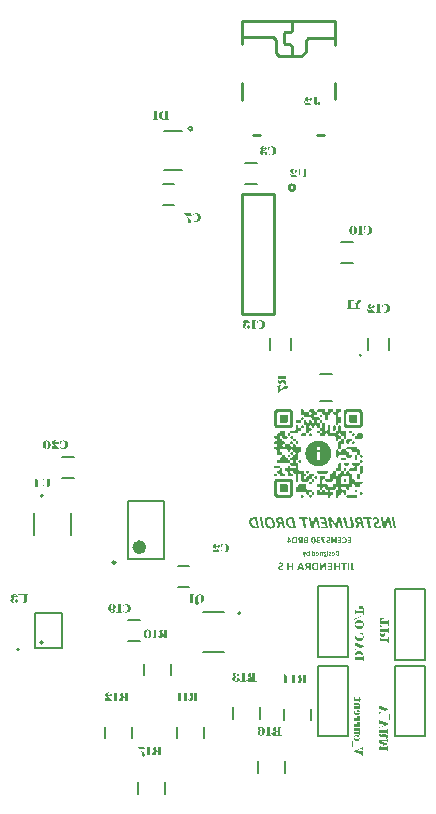
<source format=gbo>
G04*
G04 #@! TF.GenerationSoftware,Altium Limited,Altium Designer,24.3.1 (35)*
G04*
G04 Layer_Color=32896*
%FSLAX44Y44*%
%MOMM*%
G71*
G04*
G04 #@! TF.SameCoordinates,270278F2-5DE0-4317-936F-1FC35F10D9A2*
G04*
G04*
G04 #@! TF.FilePolarity,Positive*
G04*
G01*
G75*
%ADD10C,0.1000*%
%ADD11C,0.2540*%
%ADD13C,0.1524*%
%ADD14C,0.2000*%
%ADD15C,0.1999*%
%ADD16C,0.1270*%
%ADD84C,0.2500*%
%ADD85C,0.6000*%
%ADD86C,0.2286*%
%ADD87C,0.2032*%
G36*
X293777Y484374D02*
X293846D01*
Y484339D01*
X293914D01*
Y484305D01*
X293983D01*
Y484270D01*
X294018D01*
Y484236D01*
X294086D01*
Y484202D01*
X294121D01*
Y484133D01*
X294190D01*
Y484064D01*
X294224D01*
Y484030D01*
X294258D01*
Y483961D01*
X294293D01*
Y483892D01*
X294327D01*
Y483857D01*
X294362D01*
Y483685D01*
X294396D01*
Y482928D01*
X294362D01*
Y482756D01*
X294327D01*
Y482688D01*
X294293D01*
Y482619D01*
X294258D01*
Y482584D01*
X294224D01*
Y482515D01*
X294190D01*
Y482481D01*
X294155D01*
Y482447D01*
X294121D01*
Y482412D01*
X294086D01*
Y482378D01*
X294052D01*
Y482343D01*
X294018D01*
Y482309D01*
X293983D01*
Y482275D01*
X293914D01*
Y482240D01*
X293846D01*
Y482206D01*
X293742D01*
Y482172D01*
X292951D01*
Y482137D01*
X292813D01*
Y482103D01*
X292676D01*
Y482068D01*
X292607D01*
Y482034D01*
X292538D01*
Y481999D01*
X292504D01*
Y481965D01*
X292469D01*
Y481931D01*
X292435D01*
Y481896D01*
X292400D01*
Y481862D01*
X292366D01*
Y481827D01*
X292332D01*
Y481793D01*
X292297D01*
Y481724D01*
X292263D01*
Y481690D01*
X292228D01*
Y481586D01*
X292194D01*
Y481518D01*
X292159D01*
Y481380D01*
X292125D01*
Y480554D01*
X292091D01*
Y480485D01*
X292056D01*
Y480382D01*
X292022D01*
Y480348D01*
X291987D01*
Y480279D01*
X291953D01*
Y480245D01*
X291919D01*
Y480210D01*
X291884D01*
Y480141D01*
X291850D01*
Y480107D01*
X291781D01*
Y480073D01*
X291747D01*
Y480038D01*
X291712D01*
Y480004D01*
X291643D01*
Y479969D01*
X291574D01*
Y479935D01*
X291437D01*
Y479901D01*
X291265D01*
Y479866D01*
X290508D01*
Y479832D01*
X290405D01*
Y479797D01*
X290336D01*
Y479763D01*
X290267D01*
Y479728D01*
X290233D01*
Y479694D01*
X290198D01*
Y479660D01*
X290164D01*
Y479625D01*
X290129D01*
Y479591D01*
X290095D01*
Y479556D01*
X290061D01*
Y479488D01*
X290026D01*
Y479453D01*
X289992D01*
Y479384D01*
X289957D01*
Y479350D01*
X289923D01*
Y479212D01*
X289888D01*
Y479040D01*
X289854D01*
Y476047D01*
X289820D01*
Y475909D01*
X289785D01*
Y475875D01*
X289751D01*
Y475806D01*
X289716D01*
Y475737D01*
X289682D01*
Y475703D01*
X289648D01*
Y475668D01*
X289613D01*
Y475599D01*
X289579D01*
Y475565D01*
X289510D01*
Y475531D01*
X289475D01*
Y475496D01*
X289441D01*
Y475462D01*
X289372D01*
Y475427D01*
X289303D01*
Y475393D01*
X289166D01*
Y475359D01*
X288306D01*
Y475393D01*
X288168D01*
Y475427D01*
X288099D01*
Y475462D01*
X288030D01*
Y475496D01*
X287962D01*
Y475531D01*
X287927D01*
Y475565D01*
X287893D01*
Y475599D01*
X287858D01*
Y475668D01*
X287824D01*
Y475703D01*
X287789D01*
Y475737D01*
X287755D01*
Y475806D01*
X287721D01*
Y475840D01*
X287686D01*
Y475943D01*
X287652D01*
Y476012D01*
X287617D01*
Y476287D01*
X287583D01*
Y479247D01*
X287549D01*
Y479315D01*
X287514D01*
Y479419D01*
X287480D01*
Y479453D01*
X287445D01*
Y479522D01*
X287411D01*
Y479556D01*
X287377D01*
Y479591D01*
X287342D01*
Y479625D01*
X287308D01*
Y479660D01*
X287273D01*
Y479694D01*
X287239D01*
Y479728D01*
X287170D01*
Y479763D01*
X287136D01*
Y479797D01*
X287067D01*
Y479832D01*
X286964D01*
Y479866D01*
X286207D01*
Y479901D01*
X286035D01*
Y479935D01*
X285897D01*
Y479969D01*
X285828D01*
Y480004D01*
X285759D01*
Y480038D01*
X285725D01*
Y480073D01*
X285691D01*
Y480107D01*
X285622D01*
Y480176D01*
X285587D01*
Y480210D01*
X285553D01*
Y480245D01*
X285518D01*
Y480279D01*
X285484D01*
Y480313D01*
X285450D01*
Y480417D01*
X285415D01*
Y480451D01*
X285381D01*
Y480589D01*
X285347D01*
Y481346D01*
X285312D01*
Y481518D01*
X285278D01*
Y481621D01*
X285243D01*
Y481655D01*
X285209D01*
Y481724D01*
X285174D01*
Y481793D01*
X285140D01*
Y481827D01*
X285106D01*
Y481862D01*
X285071D01*
Y481896D01*
X285037D01*
Y481931D01*
X285002D01*
Y481965D01*
X284968D01*
Y481999D01*
X284934D01*
Y482034D01*
X284865D01*
Y482068D01*
X284796D01*
Y482103D01*
X284658D01*
Y482137D01*
X284521D01*
Y482172D01*
X281458D01*
Y482206D01*
X281355D01*
Y482240D01*
X281286D01*
Y482275D01*
X281217D01*
Y482309D01*
X281183D01*
Y482343D01*
X281149D01*
Y482378D01*
X281114D01*
Y482412D01*
X281080D01*
Y482447D01*
X281045D01*
Y482481D01*
X281011D01*
Y482515D01*
X280977D01*
Y482584D01*
X280942D01*
Y482619D01*
X280908D01*
Y482722D01*
X280873D01*
Y482791D01*
X280839D01*
Y482928D01*
X280805D01*
Y483685D01*
X280839D01*
Y483823D01*
X280873D01*
Y483892D01*
X280908D01*
Y483961D01*
X280942D01*
Y483995D01*
X280977D01*
Y484064D01*
X281011D01*
Y484098D01*
X281045D01*
Y484133D01*
X281080D01*
Y484167D01*
X281114D01*
Y484202D01*
X281149D01*
Y484236D01*
X281183D01*
Y484270D01*
X281217D01*
Y484305D01*
X281286D01*
Y484339D01*
X281355D01*
Y484374D01*
X281424D01*
Y484408D01*
X286964D01*
Y484374D01*
X287067D01*
Y484339D01*
X287136D01*
Y484305D01*
X287170D01*
Y484270D01*
X287239D01*
Y484236D01*
X287273D01*
Y484202D01*
X287308D01*
Y484167D01*
X287342D01*
Y484133D01*
X287377D01*
Y484098D01*
X287411D01*
Y484064D01*
X287445D01*
Y483995D01*
X287480D01*
Y483961D01*
X287514D01*
Y483857D01*
X287549D01*
Y483789D01*
X287583D01*
Y483479D01*
X287617D01*
Y482825D01*
X287652D01*
Y482756D01*
X287686D01*
Y482653D01*
X287721D01*
Y482619D01*
X287755D01*
Y482550D01*
X287789D01*
Y482515D01*
X287824D01*
Y482447D01*
X287858D01*
Y482412D01*
X287927D01*
Y482343D01*
X287996D01*
Y482309D01*
X288030D01*
Y482275D01*
X288099D01*
Y482240D01*
X288168D01*
Y482206D01*
X288271D01*
Y482172D01*
X289200D01*
Y482206D01*
X289303D01*
Y482240D01*
X289372D01*
Y482275D01*
X289441D01*
Y482309D01*
X289475D01*
Y482343D01*
X289544D01*
Y482378D01*
X289579D01*
Y482412D01*
X289613D01*
Y482447D01*
X289648D01*
Y482515D01*
X289682D01*
Y482550D01*
X289716D01*
Y482584D01*
X289751D01*
Y482688D01*
X289785D01*
Y482722D01*
X289820D01*
Y482860D01*
X289854D01*
Y483204D01*
Y483238D01*
Y483548D01*
X289888D01*
Y483754D01*
X289923D01*
Y483892D01*
X289957D01*
Y483926D01*
X289992D01*
Y483995D01*
X290026D01*
Y484030D01*
X290061D01*
Y484098D01*
X290095D01*
Y484133D01*
X290129D01*
Y484167D01*
X290164D01*
Y484202D01*
X290198D01*
Y484236D01*
X290233D01*
Y484270D01*
X290267D01*
Y484305D01*
X290336D01*
Y484339D01*
X290405D01*
Y484374D01*
X290508D01*
Y484408D01*
X293777D01*
Y484374D01*
D02*
G37*
G36*
X277914D02*
X277983D01*
Y484339D01*
X278086D01*
Y484305D01*
X278121D01*
Y484270D01*
X278155D01*
Y484236D01*
X278224D01*
Y484202D01*
X278258D01*
Y484167D01*
X278293D01*
Y484133D01*
X278327D01*
Y484064D01*
X278361D01*
Y484030D01*
X278396D01*
Y483995D01*
X278430D01*
Y483892D01*
X278465D01*
Y483857D01*
X278499D01*
Y483720D01*
X278533D01*
Y482963D01*
X278568D01*
Y482825D01*
X278602D01*
Y482688D01*
X278637D01*
Y482653D01*
X278671D01*
Y482584D01*
X278706D01*
Y482515D01*
X278740D01*
Y482481D01*
X278774D01*
Y482447D01*
X278809D01*
Y482412D01*
X278843D01*
Y482378D01*
X278878D01*
Y482343D01*
X278912D01*
Y482309D01*
X278946D01*
Y482275D01*
X279050D01*
Y482240D01*
X279118D01*
Y482206D01*
X279187D01*
Y482172D01*
X279979D01*
Y482137D01*
X280116D01*
Y482103D01*
X280288D01*
Y482068D01*
X280323D01*
Y482034D01*
X280392D01*
Y481999D01*
X280426D01*
Y481965D01*
X280460D01*
Y481931D01*
X280495D01*
Y481896D01*
X280564D01*
Y481827D01*
X280598D01*
Y481793D01*
X280632D01*
Y481758D01*
X280667D01*
Y481690D01*
X280701D01*
Y481655D01*
X280736D01*
Y481552D01*
X280770D01*
Y481449D01*
X280805D01*
Y480589D01*
X280770D01*
Y480520D01*
X280736D01*
Y480382D01*
X280701D01*
Y480348D01*
X280667D01*
Y480279D01*
X280632D01*
Y480245D01*
X280598D01*
Y480210D01*
X280564D01*
Y480176D01*
X280529D01*
Y480141D01*
X280495D01*
Y480107D01*
X280460D01*
Y480073D01*
X280426D01*
Y480038D01*
X280357D01*
Y480004D01*
X280323D01*
Y479969D01*
X280254D01*
Y479935D01*
X280116D01*
Y479901D01*
X279944D01*
Y479866D01*
X279153D01*
Y479832D01*
X279084D01*
Y479797D01*
X279015D01*
Y479763D01*
X278946D01*
Y479728D01*
X278912D01*
Y479694D01*
X278878D01*
Y479660D01*
X278843D01*
Y479625D01*
X278809D01*
Y479591D01*
X278774D01*
Y479556D01*
X278740D01*
Y479522D01*
X278706D01*
Y479488D01*
X278671D01*
Y479384D01*
X278637D01*
Y479350D01*
X278602D01*
Y479212D01*
X278568D01*
Y479143D01*
X278533D01*
Y478421D01*
X278568D01*
Y478283D01*
X278602D01*
Y478146D01*
X278637D01*
Y478111D01*
X278671D01*
Y478042D01*
X278706D01*
Y477974D01*
X278740D01*
Y477939D01*
X278774D01*
Y477905D01*
X278809D01*
Y477870D01*
X278843D01*
Y477836D01*
X278878D01*
Y477802D01*
X278912D01*
Y477767D01*
X278946D01*
Y477733D01*
X279050D01*
Y477698D01*
X279118D01*
Y477664D01*
X279187D01*
Y477630D01*
X282250D01*
Y477595D01*
X282387D01*
Y477561D01*
X282525D01*
Y477526D01*
X282594D01*
Y477492D01*
X282663D01*
Y477457D01*
X282697D01*
Y477423D01*
X282731D01*
Y477389D01*
X282800D01*
Y477320D01*
X282835D01*
Y477285D01*
X282869D01*
Y477251D01*
X282903D01*
Y477182D01*
X282938D01*
Y477148D01*
X282972D01*
Y477079D01*
X283007D01*
Y477010D01*
X283041D01*
Y476804D01*
X283076D01*
Y476150D01*
X283041D01*
Y475978D01*
X283007D01*
Y475909D01*
X282972D01*
Y475806D01*
X282938D01*
Y475771D01*
X282903D01*
Y475737D01*
X282869D01*
Y475668D01*
X282835D01*
Y475634D01*
X282800D01*
Y475599D01*
X282766D01*
Y475565D01*
X282731D01*
Y475531D01*
X282697D01*
Y475496D01*
X282628D01*
Y475462D01*
X282594D01*
Y475427D01*
X282525D01*
Y475393D01*
X282387D01*
Y475359D01*
X281562D01*
Y475324D01*
X281355D01*
Y475290D01*
X281321D01*
Y475255D01*
X281252D01*
Y475221D01*
X281183D01*
Y475187D01*
X281149D01*
Y475152D01*
X281114D01*
Y475118D01*
X281080D01*
Y475083D01*
X281045D01*
Y475049D01*
X281011D01*
Y475014D01*
X280977D01*
Y474946D01*
X280942D01*
Y474911D01*
X280908D01*
Y474808D01*
X280873D01*
Y474773D01*
X280839D01*
Y474567D01*
X280805D01*
Y473879D01*
X280839D01*
Y473707D01*
X280873D01*
Y473638D01*
X280908D01*
Y473569D01*
X280942D01*
Y473500D01*
X280977D01*
Y473466D01*
X281011D01*
Y473432D01*
X281045D01*
Y473363D01*
X281080D01*
Y473328D01*
X281149D01*
Y473294D01*
X281183D01*
Y473260D01*
X281217D01*
Y473225D01*
X281252D01*
Y473191D01*
X281321D01*
Y473156D01*
X281458D01*
Y473122D01*
X281562D01*
Y473088D01*
X282387D01*
Y473053D01*
X282456D01*
Y473019D01*
X282594D01*
Y472984D01*
X282628D01*
Y472950D01*
X282697D01*
Y472915D01*
X282731D01*
Y472881D01*
X282766D01*
Y472847D01*
X282800D01*
Y472812D01*
X282835D01*
Y472778D01*
X282869D01*
Y472743D01*
X282903D01*
Y472675D01*
X282938D01*
Y472640D01*
X282972D01*
Y472537D01*
X283007D01*
Y472503D01*
X283041D01*
Y472331D01*
X283076D01*
Y469337D01*
X283041D01*
Y469165D01*
X283007D01*
Y469096D01*
X282972D01*
Y469027D01*
X282938D01*
Y468958D01*
X282903D01*
Y468924D01*
X282869D01*
Y468890D01*
X282835D01*
Y468855D01*
X282800D01*
Y468786D01*
X282731D01*
Y468752D01*
X282697D01*
Y468718D01*
X282663D01*
Y468683D01*
X282628D01*
Y468649D01*
X282559D01*
Y468614D01*
X282456D01*
Y468580D01*
X282318D01*
Y468545D01*
X281562D01*
Y468580D01*
X281424D01*
Y468614D01*
X281321D01*
Y468649D01*
X281252D01*
Y468683D01*
X281217D01*
Y468718D01*
X281183D01*
Y468752D01*
X281149D01*
Y468786D01*
X281080D01*
Y468821D01*
X281045D01*
Y468890D01*
X281011D01*
Y468924D01*
X280977D01*
Y468958D01*
X280942D01*
Y469027D01*
X280908D01*
Y469096D01*
X280873D01*
Y469165D01*
X280839D01*
Y469337D01*
X280805D01*
Y470094D01*
X280770D01*
Y470197D01*
X280736D01*
Y470300D01*
X280701D01*
Y470369D01*
X280667D01*
Y470438D01*
X280632D01*
Y470472D01*
X280598D01*
Y470507D01*
X280564D01*
Y470541D01*
X280529D01*
Y470576D01*
X280495D01*
Y470610D01*
X280460D01*
Y470644D01*
X280426D01*
Y470679D01*
X280357D01*
Y470713D01*
X280288D01*
Y470748D01*
X280254D01*
Y470782D01*
X280047D01*
Y470816D01*
X279291D01*
Y470782D01*
X279118D01*
Y470748D01*
X279050D01*
Y470713D01*
X278981D01*
Y470679D01*
X278912D01*
Y470644D01*
X278878D01*
Y470610D01*
X278843D01*
Y470576D01*
X278809D01*
Y470541D01*
X278774D01*
Y470507D01*
X278740D01*
Y470438D01*
X278706D01*
Y470404D01*
X278671D01*
Y470335D01*
X278637D01*
Y470300D01*
X278602D01*
Y470163D01*
X278568D01*
Y470025D01*
X278533D01*
Y469268D01*
X278499D01*
Y469131D01*
X278465D01*
Y469096D01*
X278430D01*
Y468993D01*
X278396D01*
Y468958D01*
X278361D01*
Y468890D01*
X278327D01*
Y468855D01*
X278293D01*
Y468821D01*
X278258D01*
Y468786D01*
X278224D01*
Y468752D01*
X278189D01*
Y468718D01*
X278121D01*
Y468683D01*
X278086D01*
Y468649D01*
X278017D01*
Y468614D01*
X277914D01*
Y468580D01*
X277777D01*
Y468545D01*
X277054D01*
Y468580D01*
X276916D01*
Y468614D01*
X276813D01*
Y468649D01*
X276744D01*
Y468683D01*
X276675D01*
Y468718D01*
X276641D01*
Y468752D01*
X276607D01*
Y468786D01*
X276572D01*
Y468821D01*
X276538D01*
Y468855D01*
X276503D01*
Y468890D01*
X276469D01*
Y468924D01*
X276435D01*
Y468993D01*
X276400D01*
Y469027D01*
X276366D01*
Y469131D01*
X276331D01*
Y469199D01*
X276297D01*
Y469475D01*
X276262D01*
Y470128D01*
X276228D01*
Y470232D01*
X276194D01*
Y470335D01*
X276159D01*
Y470369D01*
X276125D01*
Y470438D01*
X276091D01*
Y470472D01*
X276056D01*
Y470507D01*
X276022D01*
Y470541D01*
X275987D01*
Y470576D01*
X275953D01*
Y470610D01*
X275918D01*
Y470644D01*
X275884D01*
Y470679D01*
X275850D01*
Y470713D01*
X275781D01*
Y470748D01*
X275712D01*
Y470782D01*
X275506D01*
Y470816D01*
X274748D01*
Y470782D01*
X274576D01*
Y470748D01*
X274508D01*
Y470713D01*
X274439D01*
Y470679D01*
X274405D01*
Y470644D01*
X274370D01*
Y470610D01*
X274301D01*
Y470541D01*
X274232D01*
Y470472D01*
X274198D01*
Y470438D01*
X274164D01*
Y470404D01*
X274129D01*
Y470300D01*
X274095D01*
Y470266D01*
X274060D01*
Y470128D01*
X274026D01*
Y469268D01*
X274060D01*
Y469096D01*
X274095D01*
Y469062D01*
X274129D01*
Y468993D01*
X274164D01*
Y468958D01*
X274198D01*
Y468890D01*
X274232D01*
Y468855D01*
X274267D01*
Y468821D01*
X274301D01*
Y468786D01*
X274336D01*
Y468752D01*
X274370D01*
Y468718D01*
X274439D01*
Y468683D01*
X274473D01*
Y468649D01*
X274542D01*
Y468614D01*
X274645D01*
Y468580D01*
X274783D01*
Y468545D01*
X275574D01*
Y468511D01*
X275678D01*
Y468477D01*
X275781D01*
Y468442D01*
X275850D01*
Y468408D01*
X275884D01*
Y468373D01*
X275953D01*
Y468339D01*
X275987D01*
Y468305D01*
X276022D01*
Y468270D01*
X276056D01*
Y468236D01*
X276091D01*
Y468201D01*
X276125D01*
Y468133D01*
X276159D01*
Y468098D01*
X276194D01*
Y467995D01*
X276228D01*
Y467892D01*
X276262D01*
Y467617D01*
X276297D01*
Y467272D01*
X276262D01*
Y466997D01*
X276228D01*
Y466894D01*
X276194D01*
Y466791D01*
X276159D01*
Y466756D01*
X276125D01*
Y466688D01*
X276091D01*
Y466653D01*
X276056D01*
Y466619D01*
X276022D01*
Y466584D01*
X275987D01*
Y466550D01*
X275953D01*
Y466515D01*
X275918D01*
Y466481D01*
X275884D01*
Y466447D01*
X275850D01*
Y466412D01*
X275781D01*
Y466378D01*
X275712D01*
Y466343D01*
X275574D01*
Y466309D01*
X274783D01*
Y466275D01*
X274680D01*
Y466240D01*
X274542D01*
Y466206D01*
X274473D01*
Y466171D01*
X274405D01*
Y466137D01*
X274370D01*
Y466102D01*
X274336D01*
Y466068D01*
X274301D01*
Y466034D01*
X274267D01*
Y465999D01*
X274232D01*
Y465965D01*
X274198D01*
Y465896D01*
X274164D01*
Y465862D01*
X274129D01*
Y465793D01*
X274095D01*
Y465758D01*
X274060D01*
Y465586D01*
X274026D01*
Y464933D01*
X273992D01*
Y464692D01*
X273957D01*
Y464589D01*
X273923D01*
Y464520D01*
X273888D01*
Y464451D01*
X273854D01*
Y464417D01*
X273820D01*
Y464382D01*
X273785D01*
Y464348D01*
X273751D01*
Y464279D01*
X273716D01*
Y464244D01*
X273647D01*
Y464210D01*
X273613D01*
Y464176D01*
X273579D01*
Y464141D01*
X273510D01*
Y464107D01*
X273441D01*
Y464072D01*
X273303D01*
Y464038D01*
X272478D01*
Y464072D01*
X272340D01*
Y464107D01*
X272237D01*
Y464141D01*
X272202D01*
Y464176D01*
X272134D01*
Y464210D01*
X272099D01*
Y464244D01*
X272065D01*
Y464279D01*
X271996D01*
Y464348D01*
X271961D01*
Y464382D01*
X271927D01*
Y464417D01*
X271893D01*
Y464485D01*
X271858D01*
Y464520D01*
X271824D01*
Y464623D01*
X271789D01*
Y464692D01*
X271755D01*
Y465001D01*
Y465036D01*
Y469991D01*
X271721D01*
Y470197D01*
X271686D01*
Y470266D01*
X271652D01*
Y470335D01*
X271617D01*
Y470404D01*
X271583D01*
Y470438D01*
X271549D01*
Y470472D01*
X271514D01*
Y470541D01*
X271480D01*
Y470576D01*
X271445D01*
Y470610D01*
X271411D01*
Y470644D01*
X271342D01*
Y470679D01*
X271308D01*
Y470713D01*
X271239D01*
Y470748D01*
X271170D01*
Y470782D01*
X270998D01*
Y470816D01*
X270310D01*
Y470851D01*
X270103D01*
Y470885D01*
X270000D01*
Y470920D01*
X269966D01*
Y470954D01*
X269862D01*
Y470989D01*
X269828D01*
Y471023D01*
X269794D01*
Y471057D01*
X269759D01*
Y471092D01*
X269725D01*
Y471126D01*
X269690D01*
Y471195D01*
X269656D01*
Y471229D01*
X269622D01*
Y471264D01*
X269587D01*
Y471367D01*
X269553D01*
Y471401D01*
X269518D01*
Y471573D01*
X269484D01*
Y474602D01*
X269518D01*
Y474773D01*
X269553D01*
Y474842D01*
X269587D01*
Y474911D01*
X269622D01*
Y474946D01*
X269656D01*
Y475014D01*
X269690D01*
Y475049D01*
X269725D01*
Y475083D01*
X269759D01*
Y475118D01*
X269794D01*
Y475152D01*
X269828D01*
Y475187D01*
X269862D01*
Y475221D01*
X269897D01*
Y475255D01*
X270000D01*
Y475290D01*
X270035D01*
Y475324D01*
X270241D01*
Y475359D01*
X270998D01*
Y475324D01*
X271204D01*
Y475290D01*
X271239D01*
Y475255D01*
X271308D01*
Y475221D01*
X271342D01*
Y475187D01*
X271411D01*
Y475152D01*
X271445D01*
Y475118D01*
X271480D01*
Y475083D01*
X271514D01*
Y475014D01*
X271549D01*
Y474980D01*
X271583D01*
Y474946D01*
X271617D01*
Y474911D01*
X271652D01*
Y474808D01*
X271686D01*
Y474739D01*
X271721D01*
Y474567D01*
X271755D01*
Y473776D01*
X271789D01*
Y473707D01*
X271824D01*
Y473604D01*
X271858D01*
Y473535D01*
X271893D01*
Y473500D01*
X271927D01*
Y473432D01*
X271961D01*
Y473397D01*
X271996D01*
Y473363D01*
X272030D01*
Y473328D01*
X272065D01*
Y473294D01*
X272099D01*
Y473260D01*
X272168D01*
Y473225D01*
X272202D01*
Y473191D01*
X272271D01*
Y473156D01*
X272374D01*
Y473122D01*
X272512D01*
Y473088D01*
X273235D01*
Y473122D01*
X273372D01*
Y473156D01*
X273475D01*
Y473191D01*
X273544D01*
Y473225D01*
X273579D01*
Y473260D01*
X273647D01*
Y473294D01*
X273682D01*
Y473328D01*
X273716D01*
Y473363D01*
X273751D01*
Y473397D01*
X273785D01*
Y473432D01*
X273820D01*
Y473500D01*
X273854D01*
Y473535D01*
X273888D01*
Y473604D01*
X273923D01*
Y473638D01*
X273957D01*
Y473776D01*
X273992D01*
Y474017D01*
X274026D01*
Y474670D01*
X274060D01*
Y474808D01*
X274095D01*
Y474842D01*
X274129D01*
Y474946D01*
X274164D01*
Y474980D01*
X274198D01*
Y475014D01*
X274232D01*
Y475083D01*
X274301D01*
Y475152D01*
X274370D01*
Y475187D01*
X274405D01*
Y475221D01*
X274439D01*
Y475255D01*
X274508D01*
Y475290D01*
X274576D01*
Y475324D01*
X274748D01*
Y475359D01*
X275540D01*
Y475324D01*
X275712D01*
Y475290D01*
X275781D01*
Y475255D01*
X275850D01*
Y475221D01*
X275884D01*
Y475187D01*
X275918D01*
Y475152D01*
X275953D01*
Y475118D01*
X275987D01*
Y475083D01*
X276022D01*
Y475049D01*
X276056D01*
Y475014D01*
X276091D01*
Y474980D01*
X276125D01*
Y474911D01*
X276159D01*
Y474877D01*
X276194D01*
Y474773D01*
X276228D01*
Y474705D01*
X276262D01*
Y474395D01*
X276297D01*
Y474120D01*
X276262D01*
Y474051D01*
X276297D01*
Y473741D01*
X276331D01*
Y473672D01*
X276366D01*
Y473569D01*
X276400D01*
Y473535D01*
X276435D01*
Y473466D01*
X276469D01*
Y473432D01*
X276503D01*
Y473397D01*
X276538D01*
Y473363D01*
X276572D01*
Y473328D01*
X276607D01*
Y473294D01*
X276641D01*
Y473260D01*
X276675D01*
Y473225D01*
X276744D01*
Y473191D01*
X276813D01*
Y473156D01*
X276916D01*
Y473122D01*
X277054D01*
Y473088D01*
X277777D01*
Y473122D01*
X277914D01*
Y473156D01*
X278017D01*
Y473191D01*
X278086D01*
Y473225D01*
X278121D01*
Y473260D01*
X278189D01*
Y473294D01*
X278224D01*
Y473328D01*
X278258D01*
Y473363D01*
X278293D01*
Y473397D01*
X278327D01*
Y473432D01*
X278361D01*
Y473500D01*
X278396D01*
Y473535D01*
X278430D01*
Y473638D01*
X278465D01*
Y473672D01*
X278499D01*
Y473810D01*
X278533D01*
Y474636D01*
X278499D01*
Y474808D01*
X278465D01*
Y474842D01*
X278430D01*
Y474911D01*
X278396D01*
Y474980D01*
X278361D01*
Y475014D01*
X278327D01*
Y475049D01*
X278293D01*
Y475083D01*
X278258D01*
Y475118D01*
X278224D01*
Y475152D01*
X278189D01*
Y475187D01*
X278155D01*
Y475221D01*
X278121D01*
Y475255D01*
X278017D01*
Y475290D01*
X277983D01*
Y475324D01*
X277777D01*
Y475359D01*
X276985D01*
Y475393D01*
X276813D01*
Y475427D01*
X276744D01*
Y475462D01*
X276710D01*
Y475496D01*
X276641D01*
Y475531D01*
X276607D01*
Y475565D01*
X276572D01*
Y475599D01*
X276538D01*
Y475634D01*
X276503D01*
Y475703D01*
X276469D01*
Y475737D01*
X276435D01*
Y475806D01*
X276400D01*
Y475840D01*
X276366D01*
Y475943D01*
X276331D01*
Y475978D01*
X276297D01*
Y476287D01*
X276262D01*
Y476941D01*
X276228D01*
Y477044D01*
X276194D01*
Y477113D01*
X276159D01*
Y477182D01*
X276125D01*
Y477217D01*
X276091D01*
Y477285D01*
X276056D01*
Y477320D01*
X276022D01*
Y477354D01*
X275987D01*
Y477389D01*
X275953D01*
Y477423D01*
X275918D01*
Y477457D01*
X275850D01*
Y477492D01*
X275815D01*
Y477526D01*
X275746D01*
Y477561D01*
X275609D01*
Y477595D01*
X275437D01*
Y477630D01*
X270138D01*
Y477664D01*
X270035D01*
Y477698D01*
X269966D01*
Y477733D01*
X269897D01*
Y477767D01*
X269862D01*
Y477802D01*
X269828D01*
Y477836D01*
X269794D01*
Y477870D01*
X269759D01*
Y477905D01*
X269725D01*
Y477939D01*
X269690D01*
Y477974D01*
X269656D01*
Y478008D01*
X269622D01*
Y478077D01*
X269587D01*
Y478146D01*
X269553D01*
Y478214D01*
X269518D01*
Y478386D01*
X269484D01*
Y479143D01*
X269450D01*
Y479247D01*
X269415D01*
Y479350D01*
X269381D01*
Y479384D01*
X269346D01*
Y479488D01*
X269312D01*
Y479522D01*
X269277D01*
Y479556D01*
X269243D01*
Y479591D01*
X269209D01*
Y479625D01*
X269174D01*
Y479660D01*
X269140D01*
Y479694D01*
X269105D01*
Y479728D01*
X269071D01*
Y479763D01*
X269002D01*
Y479797D01*
X268933D01*
Y479832D01*
X268865D01*
Y479866D01*
X268108D01*
Y479901D01*
X267901D01*
Y479935D01*
X267764D01*
Y479969D01*
X267695D01*
Y480004D01*
X267660D01*
Y480038D01*
X267591D01*
Y480073D01*
X267557D01*
Y480107D01*
X267523D01*
Y480141D01*
X267488D01*
Y480176D01*
X267454D01*
Y480210D01*
X267419D01*
Y480245D01*
X267385D01*
Y480279D01*
X267351D01*
Y480348D01*
X267316D01*
Y480417D01*
X267282D01*
Y480520D01*
X267247D01*
Y480589D01*
X267213D01*
Y483720D01*
X267247D01*
Y483789D01*
X267282D01*
Y483926D01*
X267316D01*
Y483961D01*
X267351D01*
Y484030D01*
X267385D01*
Y484064D01*
X267419D01*
Y484098D01*
X267454D01*
Y484167D01*
X267523D01*
Y484202D01*
X267557D01*
Y484236D01*
X267591D01*
Y484270D01*
X267626D01*
Y484305D01*
X267695D01*
Y484339D01*
X267764D01*
Y484374D01*
X267832D01*
Y484408D01*
X268865D01*
Y484374D01*
X268933D01*
Y484339D01*
X269002D01*
Y484305D01*
X269071D01*
Y484270D01*
X269105D01*
Y484236D01*
X269140D01*
Y484202D01*
X269174D01*
Y484167D01*
X269209D01*
Y484133D01*
X269243D01*
Y484098D01*
X269277D01*
Y484064D01*
X269312D01*
Y484030D01*
X269346D01*
Y483961D01*
X269381D01*
Y483892D01*
X269415D01*
Y483789D01*
X269450D01*
Y483685D01*
X269484D01*
Y482928D01*
X269518D01*
Y482756D01*
X269553D01*
Y482688D01*
X269587D01*
Y482619D01*
X269622D01*
Y482550D01*
X269656D01*
Y482515D01*
X269690D01*
Y482481D01*
X269725D01*
Y482447D01*
X269759D01*
Y482412D01*
X269794D01*
Y482378D01*
X269828D01*
Y482343D01*
X269862D01*
Y482309D01*
X269897D01*
Y482275D01*
X269966D01*
Y482240D01*
X270035D01*
Y482206D01*
X270138D01*
Y482172D01*
X273200D01*
Y482137D01*
X273338D01*
Y482103D01*
X273475D01*
Y482068D01*
X273544D01*
Y482034D01*
X273579D01*
Y481999D01*
X273647D01*
Y481965D01*
X273682D01*
Y481931D01*
X273716D01*
Y481896D01*
X273751D01*
Y481862D01*
X273785D01*
Y481827D01*
X273820D01*
Y481758D01*
X273854D01*
Y481724D01*
X273888D01*
Y481655D01*
X273923D01*
Y481621D01*
X273957D01*
Y481483D01*
X273992D01*
Y481242D01*
X274026D01*
Y480589D01*
X274060D01*
Y480451D01*
X274095D01*
Y480382D01*
X274129D01*
Y480313D01*
X274164D01*
Y480279D01*
X274198D01*
Y480245D01*
X274232D01*
Y480176D01*
X274267D01*
Y480141D01*
X274301D01*
Y480107D01*
X274370D01*
Y480073D01*
X274405D01*
Y480038D01*
X274439D01*
Y480004D01*
X274508D01*
Y479969D01*
X274576D01*
Y479935D01*
X274714D01*
Y479901D01*
X274886D01*
Y479866D01*
X275368D01*
Y479901D01*
X275574D01*
Y479935D01*
X275712D01*
Y479969D01*
X275781D01*
Y480004D01*
X275850D01*
Y480038D01*
X275918D01*
Y480073D01*
X275953D01*
Y480107D01*
X275987D01*
Y480141D01*
X276022D01*
Y480210D01*
X276056D01*
Y480245D01*
X276091D01*
Y480279D01*
X276125D01*
Y480348D01*
X276159D01*
Y480382D01*
X276194D01*
Y480485D01*
X276228D01*
Y480554D01*
X276262D01*
Y481483D01*
X276228D01*
Y481586D01*
X276194D01*
Y481655D01*
X276159D01*
Y481724D01*
X276125D01*
Y481758D01*
X276091D01*
Y481827D01*
X276056D01*
Y481862D01*
X276022D01*
Y481896D01*
X275987D01*
Y481931D01*
X275953D01*
Y481965D01*
X275918D01*
Y481999D01*
X275850D01*
Y482034D01*
X275815D01*
Y482068D01*
X275746D01*
Y482103D01*
X275609D01*
Y482137D01*
X275437D01*
Y482172D01*
X274680D01*
Y482206D01*
X274576D01*
Y482240D01*
X274508D01*
Y482275D01*
X274439D01*
Y482309D01*
X274405D01*
Y482343D01*
X274336D01*
Y482378D01*
X274301D01*
Y482412D01*
X274267D01*
Y482447D01*
X274232D01*
Y482515D01*
X274198D01*
Y482550D01*
X274164D01*
Y482584D01*
X274129D01*
Y482688D01*
X274095D01*
Y482722D01*
X274060D01*
Y482860D01*
X274026D01*
Y483720D01*
X274060D01*
Y483892D01*
X274095D01*
Y483926D01*
X274129D01*
Y483995D01*
X274164D01*
Y484030D01*
X274198D01*
Y484098D01*
X274232D01*
Y484133D01*
X274267D01*
Y484167D01*
X274301D01*
Y484202D01*
X274336D01*
Y484236D01*
X274370D01*
Y484270D01*
X274439D01*
Y484305D01*
X274473D01*
Y484339D01*
X274576D01*
Y484374D01*
X274645D01*
Y484408D01*
X277914D01*
Y484374D01*
D02*
G37*
G36*
X284727Y479832D02*
X284796D01*
Y479797D01*
X284865D01*
Y479763D01*
X284934D01*
Y479728D01*
X284968D01*
Y479694D01*
X285002D01*
Y479660D01*
X285037D01*
Y479625D01*
X285071D01*
Y479591D01*
X285106D01*
Y479556D01*
X285140D01*
Y479522D01*
X285174D01*
Y479488D01*
X285209D01*
Y479384D01*
X285243D01*
Y479350D01*
X285278D01*
Y479212D01*
X285312D01*
Y479109D01*
X285347D01*
Y478421D01*
X285312D01*
Y478283D01*
X285278D01*
Y478146D01*
X285243D01*
Y478111D01*
X285209D01*
Y478042D01*
X285174D01*
Y477974D01*
X285140D01*
Y477939D01*
X285106D01*
Y477905D01*
X285071D01*
Y477870D01*
X285037D01*
Y477836D01*
X285002D01*
Y477802D01*
X284968D01*
Y477767D01*
X284934D01*
Y477733D01*
X284830D01*
Y477698D01*
X284762D01*
Y477664D01*
X284693D01*
Y477630D01*
X283729D01*
Y477664D01*
X283626D01*
Y477698D01*
X283557D01*
Y477733D01*
X283488D01*
Y477767D01*
X283454D01*
Y477802D01*
X283420D01*
Y477836D01*
X283385D01*
Y477870D01*
X283351D01*
Y477905D01*
X283316D01*
Y477939D01*
X283282D01*
Y477974D01*
X283248D01*
Y478008D01*
X283213D01*
Y478077D01*
X283179D01*
Y478146D01*
X283144D01*
Y478249D01*
X283110D01*
Y478352D01*
X283076D01*
Y479178D01*
X283110D01*
Y479281D01*
X283144D01*
Y479384D01*
X283179D01*
Y479419D01*
X283213D01*
Y479488D01*
X283248D01*
Y479522D01*
X283282D01*
Y479556D01*
X283316D01*
Y479625D01*
X283385D01*
Y479694D01*
X283454D01*
Y479728D01*
X283488D01*
Y479763D01*
X283523D01*
Y479797D01*
X283626D01*
Y479832D01*
X283695D01*
Y479866D01*
X284727D01*
Y479832D01*
D02*
G37*
G36*
X268658Y477595D02*
X268796D01*
Y477561D01*
X268933D01*
Y477526D01*
X269002D01*
Y477492D01*
X269071D01*
Y477457D01*
X269105D01*
Y477423D01*
X269140D01*
Y477389D01*
X269174D01*
Y477354D01*
X269209D01*
Y477320D01*
X269243D01*
Y477285D01*
X269277D01*
Y477251D01*
X269312D01*
Y477217D01*
X269346D01*
Y477148D01*
X269381D01*
Y477079D01*
X269415D01*
Y476976D01*
X269450D01*
Y476838D01*
X269484D01*
Y476150D01*
X269450D01*
Y475978D01*
X269415D01*
Y475875D01*
X269381D01*
Y475840D01*
X269346D01*
Y475771D01*
X269312D01*
Y475737D01*
X269277D01*
Y475668D01*
X269243D01*
Y475634D01*
X269209D01*
Y475599D01*
X269174D01*
Y475565D01*
X269140D01*
Y475531D01*
X269105D01*
Y475496D01*
X269037D01*
Y475462D01*
X269002D01*
Y475427D01*
X268933D01*
Y475393D01*
X268796D01*
Y475359D01*
X267901D01*
Y475393D01*
X267764D01*
Y475427D01*
X267695D01*
Y475462D01*
X267660D01*
Y475496D01*
X267591D01*
Y475531D01*
X267557D01*
Y475565D01*
X267523D01*
Y475599D01*
X267488D01*
Y475634D01*
X267454D01*
Y475668D01*
X267419D01*
Y475737D01*
X267385D01*
Y475771D01*
X267351D01*
Y475840D01*
X267316D01*
Y475875D01*
X267282D01*
Y475978D01*
X267247D01*
Y476081D01*
X267213D01*
Y476872D01*
X267247D01*
Y476976D01*
X267282D01*
Y477113D01*
X267316D01*
Y477148D01*
X267351D01*
Y477217D01*
X267385D01*
Y477251D01*
X267419D01*
Y477285D01*
X267454D01*
Y477354D01*
X267488D01*
Y477389D01*
X267557D01*
Y477423D01*
X267591D01*
Y477457D01*
X267626D01*
Y477492D01*
X267695D01*
Y477526D01*
X267729D01*
Y477561D01*
X267901D01*
Y477595D01*
X268039D01*
Y477630D01*
X268658D01*
Y477595D01*
D02*
G37*
G36*
X284590Y475324D02*
X284762D01*
Y475290D01*
X284830D01*
Y475255D01*
X284899D01*
Y475221D01*
X284968D01*
Y475187D01*
X285002D01*
Y475152D01*
X285037D01*
Y475118D01*
X285071D01*
Y475083D01*
X285106D01*
Y475049D01*
X285140D01*
Y474980D01*
X285174D01*
Y474946D01*
X285209D01*
Y474877D01*
X285243D01*
Y474842D01*
X285278D01*
Y474705D01*
X285312D01*
Y474533D01*
X285347D01*
Y473879D01*
X285312D01*
Y473776D01*
X285278D01*
Y473638D01*
X285243D01*
Y473604D01*
X285209D01*
Y473500D01*
X285174D01*
Y473466D01*
X285140D01*
Y473432D01*
X285106D01*
Y473363D01*
X285037D01*
Y473328D01*
X285002D01*
Y473294D01*
X284968D01*
Y473260D01*
X284934D01*
Y473225D01*
X284865D01*
Y473191D01*
X284796D01*
Y473156D01*
X284693D01*
Y473122D01*
X284590D01*
Y473088D01*
X283832D01*
Y473122D01*
X283695D01*
Y473156D01*
X283592D01*
Y473191D01*
X283523D01*
Y473225D01*
X283488D01*
Y473260D01*
X283420D01*
Y473294D01*
X283385D01*
Y473328D01*
X283351D01*
Y473363D01*
X283316D01*
Y473397D01*
X283282D01*
Y473466D01*
X283248D01*
Y473500D01*
X283213D01*
Y473569D01*
X283179D01*
Y473604D01*
X283144D01*
Y473707D01*
X283110D01*
Y473810D01*
X283076D01*
Y474636D01*
X283110D01*
Y474739D01*
X283144D01*
Y474842D01*
X283179D01*
Y474911D01*
X283213D01*
Y474980D01*
X283248D01*
Y475014D01*
X283282D01*
Y475049D01*
X283316D01*
Y475083D01*
X283351D01*
Y475118D01*
X283385D01*
Y475152D01*
X283420D01*
Y475187D01*
X283454D01*
Y475221D01*
X283488D01*
Y475255D01*
X283592D01*
Y475290D01*
X283626D01*
Y475324D01*
X283832D01*
Y475359D01*
X284590D01*
Y475324D01*
D02*
G37*
G36*
X266456D02*
X266663D01*
Y475290D01*
X266697D01*
Y475255D01*
X266766D01*
Y475221D01*
X266835D01*
Y475187D01*
X266869D01*
Y475152D01*
X266903D01*
Y475118D01*
X266938D01*
Y475083D01*
X266972D01*
Y475049D01*
X267007D01*
Y475014D01*
X267041D01*
Y474946D01*
X267075D01*
Y474911D01*
X267110D01*
Y474842D01*
X267144D01*
Y474773D01*
X267179D01*
Y474636D01*
X267213D01*
Y473810D01*
X267179D01*
Y473707D01*
X267144D01*
Y473638D01*
X267110D01*
Y473535D01*
X267075D01*
Y473500D01*
X267041D01*
Y473466D01*
X267007D01*
Y473432D01*
X266972D01*
Y473363D01*
X266938D01*
Y473328D01*
X266869D01*
Y473260D01*
X266800D01*
Y473225D01*
X266766D01*
Y473191D01*
X266697D01*
Y473156D01*
X266594D01*
Y473122D01*
X266456D01*
Y473088D01*
X263462D01*
Y473122D01*
X263325D01*
Y473156D01*
X263222D01*
Y473191D01*
X263153D01*
Y473225D01*
X263084D01*
Y473260D01*
X263050D01*
Y473294D01*
X263015D01*
Y473328D01*
X262981D01*
Y473363D01*
X262946D01*
Y473397D01*
X262912D01*
Y473432D01*
X262878D01*
Y473466D01*
X262843D01*
Y473535D01*
X262809D01*
Y473604D01*
X262774D01*
Y473638D01*
X262740D01*
Y473776D01*
X262705D01*
Y473913D01*
X262671D01*
Y474533D01*
X262705D01*
Y474705D01*
X262740D01*
Y474842D01*
X262774D01*
Y474877D01*
X262809D01*
Y474946D01*
X262843D01*
Y474980D01*
X262878D01*
Y475014D01*
X262912D01*
Y475083D01*
X262946D01*
Y475118D01*
X262981D01*
Y475152D01*
X263050D01*
Y475187D01*
X263084D01*
Y475221D01*
X263118D01*
Y475255D01*
X263187D01*
Y475290D01*
X263256D01*
Y475324D01*
X263428D01*
Y475359D01*
X266456D01*
Y475324D01*
D02*
G37*
G36*
X300555Y484374D02*
X300624D01*
Y484339D01*
X300727D01*
Y484305D01*
X300796D01*
Y484270D01*
X300830D01*
Y484236D01*
X300865D01*
Y484202D01*
X300899D01*
Y484167D01*
X300934D01*
Y484133D01*
X300968D01*
Y484098D01*
X301003D01*
Y484064D01*
X301037D01*
Y483995D01*
X301071D01*
Y483926D01*
X301106D01*
Y483892D01*
X301140D01*
Y483754D01*
X301175D01*
Y483651D01*
X301209D01*
Y482963D01*
X301175D01*
Y482860D01*
X301140D01*
Y482722D01*
X301106D01*
Y482653D01*
X301071D01*
Y482584D01*
X301037D01*
Y482550D01*
X301003D01*
Y482481D01*
X300968D01*
Y482447D01*
X300934D01*
Y482412D01*
X300899D01*
Y482378D01*
X300865D01*
Y482343D01*
X300796D01*
Y482309D01*
X300762D01*
Y482275D01*
X300693D01*
Y482240D01*
X300624D01*
Y482206D01*
X300555D01*
Y482172D01*
X299764D01*
Y482137D01*
X299626D01*
Y482103D01*
X299454D01*
Y482068D01*
X299420D01*
Y482034D01*
X299351D01*
Y481999D01*
X299317D01*
Y481965D01*
X299282D01*
Y481931D01*
X299213D01*
Y481896D01*
X299179D01*
Y481827D01*
X299144D01*
Y481793D01*
X299110D01*
Y481758D01*
X299076D01*
Y481690D01*
X299041D01*
Y481655D01*
X299007D01*
Y481552D01*
X298972D01*
Y481449D01*
X298938D01*
Y478352D01*
X298972D01*
Y478214D01*
X299007D01*
Y478146D01*
X299041D01*
Y478077D01*
X299076D01*
Y478008D01*
X299110D01*
Y477974D01*
X299144D01*
Y477939D01*
X299179D01*
Y477870D01*
X299248D01*
Y477802D01*
X299317D01*
Y477767D01*
X299351D01*
Y477733D01*
X299420D01*
Y477698D01*
X299489D01*
Y477664D01*
X299592D01*
Y477630D01*
X300383D01*
Y477595D01*
X300521D01*
Y477561D01*
X300658D01*
Y477526D01*
X300727D01*
Y477492D01*
X300762D01*
Y477457D01*
X300830D01*
Y477423D01*
X300865D01*
Y477389D01*
X300899D01*
Y477354D01*
X300934D01*
Y477320D01*
X300968D01*
Y477285D01*
X301003D01*
Y477217D01*
X301037D01*
Y477182D01*
X301071D01*
Y477113D01*
X301106D01*
Y477079D01*
X301140D01*
Y476941D01*
X301175D01*
Y476769D01*
X301209D01*
Y473913D01*
X301175D01*
Y473776D01*
X301140D01*
Y473638D01*
X301106D01*
Y473604D01*
X301071D01*
Y473535D01*
X301037D01*
Y473466D01*
X301003D01*
Y473432D01*
X300968D01*
Y473397D01*
X300934D01*
Y473363D01*
X300899D01*
Y473328D01*
X300865D01*
Y473294D01*
X300830D01*
Y473260D01*
X300796D01*
Y473225D01*
X300727D01*
Y473191D01*
X300658D01*
Y473156D01*
X300555D01*
Y473122D01*
X300418D01*
Y473088D01*
X299626D01*
Y473053D01*
X299523D01*
Y473019D01*
X299420D01*
Y472984D01*
X299385D01*
Y472950D01*
X299317D01*
Y472915D01*
X299282D01*
Y472881D01*
X299248D01*
Y472847D01*
X299213D01*
Y472812D01*
X299179D01*
Y472778D01*
X299144D01*
Y472743D01*
X299110D01*
Y472709D01*
X299076D01*
Y472640D01*
X299041D01*
Y472606D01*
X299007D01*
Y472503D01*
X298972D01*
Y472399D01*
X298938D01*
Y471677D01*
X298904D01*
Y471436D01*
X298869D01*
Y471367D01*
X298835D01*
Y471298D01*
X298800D01*
Y471264D01*
X298766D01*
Y471195D01*
X298731D01*
Y471161D01*
X298697D01*
Y471126D01*
X298663D01*
Y471057D01*
X298594D01*
Y471023D01*
X298559D01*
Y470989D01*
X298525D01*
Y470954D01*
X298456D01*
Y470920D01*
X298387D01*
Y470885D01*
X298319D01*
Y470851D01*
X298078D01*
Y470816D01*
X297493D01*
Y470851D01*
X297286D01*
Y470885D01*
X297183D01*
Y470920D01*
X297149D01*
Y470954D01*
X297080D01*
Y470989D01*
X297045D01*
Y471023D01*
X296977D01*
Y471057D01*
X296942D01*
Y471092D01*
X296908D01*
Y471126D01*
X296873D01*
Y471195D01*
X296839D01*
Y471229D01*
X296805D01*
Y471264D01*
X296770D01*
Y471367D01*
X296736D01*
Y471401D01*
X296701D01*
Y471505D01*
X296667D01*
Y475014D01*
Y475049D01*
Y479178D01*
X296633D01*
Y479247D01*
X296598D01*
Y479384D01*
X296564D01*
Y479419D01*
X296529D01*
Y479488D01*
X296495D01*
Y479522D01*
X296460D01*
Y479556D01*
X296426D01*
Y479591D01*
X296392D01*
Y479625D01*
X296357D01*
Y479660D01*
X296323D01*
Y479694D01*
X296289D01*
Y479728D01*
X296254D01*
Y479763D01*
X296185D01*
Y479797D01*
X296117D01*
Y479832D01*
X296048D01*
Y479866D01*
X295291D01*
Y479901D01*
X295084D01*
Y479935D01*
X294947D01*
Y479969D01*
X294878D01*
Y480004D01*
X294843D01*
Y480038D01*
X294774D01*
Y480073D01*
X294740D01*
Y480107D01*
X294706D01*
Y480141D01*
X294671D01*
Y480176D01*
X294637D01*
Y480210D01*
X294603D01*
Y480245D01*
X294568D01*
Y480279D01*
X294534D01*
Y480382D01*
X294499D01*
Y480417D01*
X294465D01*
Y480520D01*
X294430D01*
Y480658D01*
X294396D01*
Y481380D01*
X294430D01*
Y481518D01*
X294465D01*
Y481621D01*
X294499D01*
Y481690D01*
X294534D01*
Y481758D01*
X294568D01*
Y481793D01*
X294603D01*
Y481827D01*
X294637D01*
Y481862D01*
X294671D01*
Y481896D01*
X294706D01*
Y481931D01*
X294740D01*
Y481965D01*
X294774D01*
Y481999D01*
X294809D01*
Y482034D01*
X294878D01*
Y482068D01*
X294912D01*
Y482103D01*
X295084D01*
Y482137D01*
X295222D01*
Y482172D01*
X296013D01*
Y482206D01*
X296082D01*
Y482240D01*
X296185D01*
Y482275D01*
X296254D01*
Y482309D01*
X296289D01*
Y482343D01*
X296323D01*
Y482378D01*
X296357D01*
Y482412D01*
X296392D01*
Y482447D01*
X296426D01*
Y482481D01*
X296460D01*
Y482515D01*
X296495D01*
Y482584D01*
X296529D01*
Y482653D01*
X296564D01*
Y482688D01*
X296598D01*
Y482825D01*
X296633D01*
Y482894D01*
X296667D01*
Y483720D01*
X296701D01*
Y483823D01*
X296736D01*
Y483892D01*
X296770D01*
Y483995D01*
X296805D01*
Y484030D01*
X296839D01*
Y484064D01*
X296873D01*
Y484098D01*
X296908D01*
Y484133D01*
X296942D01*
Y484167D01*
X296977D01*
Y484202D01*
X297011D01*
Y484236D01*
X297045D01*
Y484270D01*
X297080D01*
Y484305D01*
X297149D01*
Y484339D01*
X297218D01*
Y484374D01*
X297286D01*
Y484408D01*
X300555D01*
Y484374D01*
D02*
G37*
G36*
X317278D02*
X317416D01*
Y484339D01*
X317588D01*
Y484305D01*
X317691D01*
Y484270D01*
X317794D01*
Y484236D01*
X317897D01*
Y484202D01*
X317932D01*
Y484167D01*
X318001D01*
Y484133D01*
X318069D01*
Y484098D01*
X318138D01*
Y484064D01*
X318207D01*
Y484030D01*
X318241D01*
Y483995D01*
X318310D01*
Y483961D01*
X318345D01*
Y483926D01*
X318413D01*
Y483892D01*
X318448D01*
Y483857D01*
X318482D01*
Y483823D01*
X318551D01*
Y483789D01*
X318585D01*
Y483754D01*
X318620D01*
Y483720D01*
X318654D01*
Y483651D01*
X318689D01*
Y483617D01*
X318723D01*
Y483582D01*
X318757D01*
Y483513D01*
X318792D01*
Y483479D01*
X318826D01*
Y483445D01*
X318861D01*
Y483410D01*
X318895D01*
Y483341D01*
X318930D01*
Y483307D01*
X318964D01*
Y483238D01*
X318998D01*
Y483169D01*
X319033D01*
Y483101D01*
X319067D01*
Y483032D01*
X319102D01*
Y482997D01*
X319136D01*
Y482894D01*
X319170D01*
Y482791D01*
X319205D01*
Y482688D01*
X319239D01*
Y482515D01*
X319274D01*
Y482378D01*
X319308D01*
Y470610D01*
X319274D01*
Y470438D01*
X319239D01*
Y470300D01*
X319205D01*
Y470197D01*
X319170D01*
Y470094D01*
X319136D01*
Y469991D01*
X319102D01*
Y469922D01*
X319067D01*
Y469853D01*
X319033D01*
Y469819D01*
X318998D01*
Y469750D01*
X318964D01*
Y469681D01*
X318930D01*
Y469647D01*
X318895D01*
Y469578D01*
X318861D01*
Y469543D01*
X318826D01*
Y469475D01*
X318792D01*
Y469440D01*
X318757D01*
Y469406D01*
X318723D01*
Y469337D01*
X318689D01*
Y469302D01*
X318654D01*
Y469268D01*
X318620D01*
Y469234D01*
X318585D01*
Y469199D01*
X318517D01*
Y469165D01*
X318482D01*
Y469131D01*
X318448D01*
Y469096D01*
X318413D01*
Y469062D01*
X318345D01*
Y469027D01*
X318310D01*
Y468993D01*
X318276D01*
Y468958D01*
X318207D01*
Y468924D01*
X318172D01*
Y468890D01*
X318069D01*
Y468855D01*
X318035D01*
Y468821D01*
X317966D01*
Y468786D01*
X317897D01*
Y468752D01*
X317828D01*
Y468718D01*
X317691D01*
Y468683D01*
X317622D01*
Y468649D01*
X317450D01*
Y468614D01*
X317278D01*
Y468580D01*
X317071D01*
Y468545D01*
X305716D01*
Y468580D01*
X305510D01*
Y468614D01*
X305304D01*
Y468649D01*
X305166D01*
Y468683D01*
X305063D01*
Y468718D01*
X304960D01*
Y468752D01*
X304891D01*
Y468786D01*
X304822D01*
Y468821D01*
X304753D01*
Y468855D01*
X304719D01*
Y468890D01*
X304615D01*
Y468924D01*
X304581D01*
Y468958D01*
X304512D01*
Y468993D01*
X304478D01*
Y469027D01*
X304443D01*
Y469062D01*
X304375D01*
Y469096D01*
X304340D01*
Y469131D01*
X304271D01*
Y469199D01*
X304202D01*
Y469234D01*
X304168D01*
Y469268D01*
X304134D01*
Y469302D01*
X304099D01*
Y469337D01*
X304065D01*
Y469371D01*
X304030D01*
Y469440D01*
X303996D01*
Y469475D01*
X303962D01*
Y469509D01*
X303927D01*
Y469578D01*
X303893D01*
Y469612D01*
X303858D01*
Y469681D01*
X303824D01*
Y469715D01*
X303790D01*
Y469819D01*
X303755D01*
Y469853D01*
X303721D01*
Y469922D01*
X303686D01*
Y469991D01*
X303652D01*
Y470060D01*
X303618D01*
Y470197D01*
X303583D01*
Y470300D01*
X303549D01*
Y470438D01*
X303514D01*
Y470610D01*
X303480D01*
Y470816D01*
X303445D01*
Y482172D01*
X303480D01*
Y482378D01*
X303514D01*
Y482550D01*
X303549D01*
Y482722D01*
X303583D01*
Y482791D01*
X303618D01*
Y482928D01*
X303652D01*
Y482997D01*
X303686D01*
Y483066D01*
X303721D01*
Y483135D01*
X303755D01*
Y483169D01*
X303790D01*
Y483273D01*
X303824D01*
Y483307D01*
X303858D01*
Y483376D01*
X303893D01*
Y483410D01*
X303927D01*
Y483445D01*
X303962D01*
Y483513D01*
X303996D01*
Y483548D01*
X304030D01*
Y483582D01*
X304065D01*
Y483617D01*
X304099D01*
Y483685D01*
X304134D01*
Y483720D01*
X304168D01*
Y483754D01*
X304202D01*
Y483789D01*
X304237D01*
Y483823D01*
X304306D01*
Y483857D01*
X304340D01*
Y483892D01*
X304375D01*
Y483926D01*
X304443D01*
Y483961D01*
X304478D01*
Y483995D01*
X304547D01*
Y484030D01*
X304581D01*
Y484064D01*
X304650D01*
Y484098D01*
X304719D01*
Y484133D01*
X304753D01*
Y484167D01*
X304822D01*
Y484202D01*
X304891D01*
Y484236D01*
X304994D01*
Y484270D01*
X305097D01*
Y484305D01*
X305200D01*
Y484339D01*
X305338D01*
Y484374D01*
X305510D01*
Y484408D01*
X317278D01*
Y484374D01*
D02*
G37*
G36*
X268727Y470782D02*
X268933D01*
Y470748D01*
X268968D01*
Y470713D01*
X269037D01*
Y470679D01*
X269105D01*
Y470644D01*
X269140D01*
Y470610D01*
X269174D01*
Y470576D01*
X269209D01*
Y470541D01*
X269243D01*
Y470507D01*
X269277D01*
Y470438D01*
X269312D01*
Y470404D01*
X269346D01*
Y470335D01*
X269381D01*
Y470300D01*
X269415D01*
Y470197D01*
X269450D01*
Y470025D01*
X269484D01*
Y469337D01*
X269450D01*
Y469199D01*
X269415D01*
Y469096D01*
X269381D01*
Y469027D01*
X269346D01*
Y468958D01*
X269312D01*
Y468924D01*
X269277D01*
Y468890D01*
X269243D01*
Y468821D01*
X269209D01*
Y468786D01*
X269140D01*
Y468752D01*
X269105D01*
Y468718D01*
X269071D01*
Y468683D01*
X269037D01*
Y468649D01*
X268933D01*
Y468614D01*
X268865D01*
Y468580D01*
X268727D01*
Y468545D01*
X267970D01*
Y468580D01*
X267832D01*
Y468614D01*
X267729D01*
Y468649D01*
X267660D01*
Y468683D01*
X267626D01*
Y468718D01*
X267557D01*
Y468752D01*
X267523D01*
Y468786D01*
X267488D01*
Y468821D01*
X267454D01*
Y468890D01*
X267419D01*
Y468924D01*
X267385D01*
Y468958D01*
X267351D01*
Y469027D01*
X267316D01*
Y469062D01*
X267282D01*
Y469199D01*
X267247D01*
Y469268D01*
X267213D01*
Y470094D01*
X267247D01*
Y470197D01*
X267282D01*
Y470300D01*
X267316D01*
Y470369D01*
X267351D01*
Y470404D01*
X267385D01*
Y470472D01*
X267419D01*
Y470507D01*
X267454D01*
Y470541D01*
X267488D01*
Y470576D01*
X267523D01*
Y470610D01*
X267557D01*
Y470644D01*
X267591D01*
Y470679D01*
X267660D01*
Y470713D01*
X267729D01*
Y470748D01*
X267764D01*
Y470782D01*
X267970D01*
Y470816D01*
X268727D01*
Y470782D01*
D02*
G37*
G36*
X258370Y484374D02*
X258542D01*
Y484339D01*
X258680D01*
Y484305D01*
X258783D01*
Y484270D01*
X258886D01*
Y484236D01*
X258989D01*
Y484202D01*
X259058D01*
Y484167D01*
X259127D01*
Y484133D01*
X259161D01*
Y484098D01*
X259230D01*
Y484064D01*
X259299D01*
Y484030D01*
X259333D01*
Y483995D01*
X259402D01*
Y483961D01*
X259437D01*
Y483926D01*
X259505D01*
Y483892D01*
X259540D01*
Y483857D01*
X259574D01*
Y483823D01*
X259643D01*
Y483789D01*
X259678D01*
Y483754D01*
X259712D01*
Y483720D01*
X259746D01*
Y483685D01*
X259781D01*
Y483617D01*
X259815D01*
Y483582D01*
X259849D01*
Y483548D01*
X259884D01*
Y483513D01*
X259918D01*
Y483445D01*
X259953D01*
Y483410D01*
X259987D01*
Y483376D01*
X260022D01*
Y483307D01*
X260056D01*
Y483273D01*
X260090D01*
Y483169D01*
X260125D01*
Y483135D01*
X260159D01*
Y483066D01*
X260194D01*
Y482997D01*
X260228D01*
Y482928D01*
X260262D01*
Y482791D01*
X260297D01*
Y482722D01*
X260331D01*
Y482550D01*
X260366D01*
Y482378D01*
X260400D01*
Y482172D01*
X260434D01*
Y470816D01*
X260400D01*
Y470610D01*
X260366D01*
Y470438D01*
X260331D01*
Y470300D01*
X260297D01*
Y470197D01*
X260262D01*
Y470060D01*
X260228D01*
Y469991D01*
X260194D01*
Y469922D01*
X260159D01*
Y469853D01*
X260125D01*
Y469819D01*
X260090D01*
Y469715D01*
X260056D01*
Y469681D01*
X260022D01*
Y469612D01*
X259987D01*
Y469578D01*
X259953D01*
Y469509D01*
X259918D01*
Y469475D01*
X259884D01*
Y469440D01*
X259849D01*
Y469371D01*
X259815D01*
Y469337D01*
X259781D01*
Y469302D01*
X259746D01*
Y469268D01*
X259712D01*
Y469234D01*
X259678D01*
Y469199D01*
X259609D01*
Y469131D01*
X259540D01*
Y469096D01*
X259505D01*
Y469062D01*
X259437D01*
Y469027D01*
X259402D01*
Y468993D01*
X259368D01*
Y468958D01*
X259299D01*
Y468924D01*
X259265D01*
Y468890D01*
X259161D01*
Y468855D01*
X259127D01*
Y468821D01*
X259058D01*
Y468786D01*
X258989D01*
Y468752D01*
X258920D01*
Y468718D01*
X258817D01*
Y468683D01*
X258714D01*
Y468649D01*
X258576D01*
Y468614D01*
X258370D01*
Y468580D01*
X258164D01*
Y468545D01*
X246808D01*
Y468580D01*
X246602D01*
Y468614D01*
X246430D01*
Y468649D01*
X246258D01*
Y468683D01*
X246189D01*
Y468718D01*
X246052D01*
Y468752D01*
X245983D01*
Y468786D01*
X245914D01*
Y468821D01*
X245845D01*
Y468855D01*
X245811D01*
Y468890D01*
X245707D01*
Y468924D01*
X245673D01*
Y468958D01*
X245604D01*
Y468993D01*
X245570D01*
Y469027D01*
X245535D01*
Y469062D01*
X245467D01*
Y469096D01*
X245432D01*
Y469131D01*
X245398D01*
Y469165D01*
X245363D01*
Y469199D01*
X245295D01*
Y469234D01*
X245260D01*
Y469268D01*
X245226D01*
Y469302D01*
X245191D01*
Y469337D01*
X245157D01*
Y469406D01*
X245123D01*
Y469440D01*
X245088D01*
Y469475D01*
X245054D01*
Y469543D01*
X245019D01*
Y469578D01*
X244985D01*
Y469647D01*
X244951D01*
Y469681D01*
X244916D01*
Y469750D01*
X244882D01*
Y469819D01*
X244847D01*
Y469853D01*
X244813D01*
Y469922D01*
X244778D01*
Y469991D01*
X244744D01*
Y470094D01*
X244710D01*
Y470197D01*
X244675D01*
Y470300D01*
X244641D01*
Y470438D01*
X244606D01*
Y470610D01*
X244572D01*
Y482378D01*
X244606D01*
Y482515D01*
X244641D01*
Y482688D01*
X244675D01*
Y482791D01*
X244710D01*
Y482894D01*
X244744D01*
Y482997D01*
X244778D01*
Y483032D01*
X244813D01*
Y483101D01*
X244847D01*
Y483169D01*
X244882D01*
Y483238D01*
X244916D01*
Y483307D01*
X244951D01*
Y483341D01*
X244985D01*
Y483410D01*
X245019D01*
Y483445D01*
X245054D01*
Y483479D01*
X245088D01*
Y483513D01*
X245123D01*
Y483582D01*
X245157D01*
Y483617D01*
X245191D01*
Y483651D01*
X245226D01*
Y483720D01*
X245260D01*
Y483754D01*
X245295D01*
Y483789D01*
X245329D01*
Y483823D01*
X245398D01*
Y483857D01*
X245432D01*
Y483892D01*
X245467D01*
Y483926D01*
X245535D01*
Y483961D01*
X245570D01*
Y483995D01*
X245639D01*
Y484030D01*
X245673D01*
Y484064D01*
X245742D01*
Y484098D01*
X245811D01*
Y484133D01*
X245879D01*
Y484167D01*
X245948D01*
Y484202D01*
X245983D01*
Y484236D01*
X246086D01*
Y484270D01*
X246189D01*
Y484305D01*
X246292D01*
Y484339D01*
X246465D01*
Y484374D01*
X246602D01*
Y484408D01*
X258370D01*
Y484374D01*
D02*
G37*
G36*
X295910Y470782D02*
X296117D01*
Y470748D01*
X296151D01*
Y470713D01*
X296220D01*
Y470679D01*
X296289D01*
Y470644D01*
X296323D01*
Y470610D01*
X296357D01*
Y470576D01*
X296392D01*
Y470541D01*
X296426D01*
Y470507D01*
X296460D01*
Y470472D01*
X296495D01*
Y470404D01*
X296529D01*
Y470335D01*
X296564D01*
Y470300D01*
X296598D01*
Y470197D01*
X296633D01*
Y470060D01*
X296667D01*
Y467066D01*
X296633D01*
Y466963D01*
X296598D01*
Y466825D01*
X296564D01*
Y466791D01*
X296529D01*
Y466722D01*
X296495D01*
Y466653D01*
X296460D01*
Y466619D01*
X296426D01*
Y466584D01*
X296392D01*
Y466550D01*
X296357D01*
Y466515D01*
X296323D01*
Y466481D01*
X296254D01*
Y466447D01*
X296220D01*
Y466412D01*
X296151D01*
Y466378D01*
X296082D01*
Y466343D01*
X295979D01*
Y466309D01*
X295119D01*
Y466343D01*
X294981D01*
Y466378D01*
X294912D01*
Y466412D01*
X294843D01*
Y466447D01*
X294774D01*
Y466481D01*
X294740D01*
Y466515D01*
X294706D01*
Y466550D01*
X294671D01*
Y466584D01*
X294637D01*
Y466619D01*
X294603D01*
Y466653D01*
X294568D01*
Y466722D01*
X294534D01*
Y466791D01*
X294499D01*
Y466825D01*
X294465D01*
Y466928D01*
X294430D01*
Y467066D01*
X294396D01*
Y470025D01*
X294430D01*
Y470197D01*
X294465D01*
Y470300D01*
X294499D01*
Y470335D01*
X294534D01*
Y470438D01*
X294603D01*
Y470507D01*
X294637D01*
Y470541D01*
X294671D01*
Y470576D01*
X294706D01*
Y470610D01*
X294740D01*
Y470644D01*
X294774D01*
Y470679D01*
X294843D01*
Y470713D01*
X294912D01*
Y470748D01*
X294947D01*
Y470782D01*
X295153D01*
Y470816D01*
X295910D01*
Y470782D01*
D02*
G37*
G36*
X309467Y466275D02*
X309605D01*
Y466240D01*
X309742D01*
Y466206D01*
X309777D01*
Y466171D01*
X309846D01*
Y466137D01*
X309880D01*
Y466102D01*
X309914D01*
Y466068D01*
X309983D01*
Y465999D01*
X310052D01*
Y465930D01*
X310086D01*
Y465896D01*
X310121D01*
Y465827D01*
X310155D01*
Y465758D01*
X310190D01*
Y465724D01*
X310224D01*
Y465483D01*
X310259D01*
Y464829D01*
X310224D01*
Y464623D01*
X310190D01*
Y464589D01*
X310155D01*
Y464485D01*
X310121D01*
Y464451D01*
X310086D01*
Y464417D01*
X310052D01*
Y464348D01*
X310018D01*
Y464313D01*
X309983D01*
Y464279D01*
X309949D01*
Y464244D01*
X309914D01*
Y464210D01*
X309880D01*
Y464176D01*
X309811D01*
Y464141D01*
X309777D01*
Y464107D01*
X309674D01*
Y464072D01*
X309536D01*
Y464038D01*
X308710D01*
Y464072D01*
X308573D01*
Y464107D01*
X308469D01*
Y464141D01*
X308435D01*
Y464176D01*
X308366D01*
Y464210D01*
X308332D01*
Y464244D01*
X308297D01*
Y464279D01*
X308263D01*
Y464313D01*
X308228D01*
Y464348D01*
X308194D01*
Y464382D01*
X308160D01*
Y464451D01*
X308125D01*
Y464485D01*
X308091D01*
Y464554D01*
X308056D01*
Y464657D01*
X308022D01*
Y464761D01*
X307987D01*
Y465552D01*
X308022D01*
Y465690D01*
X308056D01*
Y465758D01*
X308091D01*
Y465827D01*
X308125D01*
Y465862D01*
X308160D01*
Y465930D01*
X308194D01*
Y465965D01*
X308228D01*
Y466034D01*
X308263D01*
Y466068D01*
X308332D01*
Y466137D01*
X308400D01*
Y466171D01*
X308469D01*
Y466206D01*
X308504D01*
Y466240D01*
X308641D01*
Y466275D01*
X308779D01*
Y466309D01*
X309467D01*
Y466275D01*
D02*
G37*
G36*
X282284D02*
X282422D01*
Y466240D01*
X282559D01*
Y466206D01*
X282594D01*
Y466171D01*
X282663D01*
Y466137D01*
X282731D01*
Y466068D01*
X282800D01*
Y465999D01*
X282835D01*
Y465965D01*
X282869D01*
Y465930D01*
X282903D01*
Y465896D01*
X282938D01*
Y465827D01*
X282972D01*
Y465758D01*
X283007D01*
Y465690D01*
X283041D01*
Y465483D01*
X283076D01*
Y464829D01*
X283041D01*
Y464623D01*
X283007D01*
Y464589D01*
X282972D01*
Y464485D01*
X282938D01*
Y464451D01*
X282903D01*
Y464382D01*
X282869D01*
Y464348D01*
X282835D01*
Y464313D01*
X282800D01*
Y464279D01*
X282766D01*
Y464244D01*
X282731D01*
Y464210D01*
X282697D01*
Y464176D01*
X282628D01*
Y464141D01*
X282594D01*
Y464107D01*
X282491D01*
Y464072D01*
X282353D01*
Y464038D01*
X281527D01*
Y464072D01*
X281390D01*
Y464107D01*
X281286D01*
Y464141D01*
X281252D01*
Y464176D01*
X281183D01*
Y464210D01*
X281149D01*
Y464244D01*
X281114D01*
Y464279D01*
X281080D01*
Y464313D01*
X281045D01*
Y464348D01*
X281011D01*
Y464382D01*
X280977D01*
Y464451D01*
X280942D01*
Y464485D01*
X280908D01*
Y464589D01*
X280873D01*
Y464623D01*
X280839D01*
Y464795D01*
X280805D01*
Y465208D01*
Y465242D01*
Y465518D01*
X280839D01*
Y465690D01*
X280873D01*
Y465758D01*
X280908D01*
Y465862D01*
X280942D01*
Y465896D01*
X280977D01*
Y465930D01*
X281011D01*
Y465999D01*
X281045D01*
Y466034D01*
X281080D01*
Y466068D01*
X281149D01*
Y466137D01*
X281217D01*
Y466171D01*
X281286D01*
Y466206D01*
X281321D01*
Y466240D01*
X281458D01*
Y466275D01*
X281596D01*
Y466309D01*
X282284D01*
Y466275D01*
D02*
G37*
G36*
X264185Y470782D02*
X264391D01*
Y470748D01*
X264460D01*
Y470713D01*
X264529D01*
Y470679D01*
X264564D01*
Y470644D01*
X264598D01*
Y470610D01*
X264632D01*
Y470576D01*
X264667D01*
Y470541D01*
X264701D01*
Y470507D01*
X264736D01*
Y470472D01*
X264770D01*
Y470438D01*
X264804D01*
Y470369D01*
X264839D01*
Y470335D01*
X264873D01*
Y470232D01*
X264908D01*
Y470094D01*
X264942D01*
Y469406D01*
X264976D01*
Y469165D01*
X265011D01*
Y469131D01*
X265045D01*
Y469027D01*
X265080D01*
Y468958D01*
X265114D01*
Y468924D01*
X265149D01*
Y468890D01*
X265183D01*
Y468855D01*
X265217D01*
Y468821D01*
X265252D01*
Y468786D01*
X265286D01*
Y468752D01*
X265320D01*
Y468718D01*
X265355D01*
Y468683D01*
X265389D01*
Y468649D01*
X265493D01*
Y468614D01*
X265596D01*
Y468580D01*
X265733D01*
Y468545D01*
X266525D01*
Y468511D01*
X266628D01*
Y468477D01*
X266731D01*
Y468442D01*
X266766D01*
Y468408D01*
X266835D01*
Y468373D01*
X266869D01*
Y468339D01*
X266903D01*
Y468305D01*
X266938D01*
Y468270D01*
X266972D01*
Y468236D01*
X267007D01*
Y468201D01*
X267041D01*
Y468167D01*
X267075D01*
Y468133D01*
X267110D01*
Y468029D01*
X267144D01*
Y467961D01*
X267179D01*
Y467857D01*
X267213D01*
Y467032D01*
X267179D01*
Y466928D01*
X267144D01*
Y466860D01*
X267110D01*
Y466756D01*
X267075D01*
Y466722D01*
X267041D01*
Y466653D01*
X267007D01*
Y466619D01*
X266972D01*
Y466584D01*
X266938D01*
Y466550D01*
X266903D01*
Y466515D01*
X266869D01*
Y466481D01*
X266835D01*
Y466447D01*
X266766D01*
Y466412D01*
X266697D01*
Y466378D01*
X266628D01*
Y466343D01*
X266525D01*
Y466309D01*
X265733D01*
Y466275D01*
X265596D01*
Y466240D01*
X265458D01*
Y466206D01*
X265424D01*
Y466171D01*
X265355D01*
Y466137D01*
X265320D01*
Y466102D01*
X265286D01*
Y466068D01*
X265217D01*
Y465999D01*
X265183D01*
Y465965D01*
X265149D01*
Y465930D01*
X265114D01*
Y465896D01*
X265080D01*
Y465827D01*
X265045D01*
Y465758D01*
X265011D01*
Y465690D01*
X264976D01*
Y465414D01*
X264942D01*
Y464726D01*
X264908D01*
Y464623D01*
X264873D01*
Y464554D01*
X264839D01*
Y464485D01*
X264804D01*
Y464417D01*
X264770D01*
Y464382D01*
X264736D01*
Y464348D01*
X264701D01*
Y464313D01*
X264667D01*
Y464279D01*
X264632D01*
Y464244D01*
X264598D01*
Y464210D01*
X264564D01*
Y464176D01*
X264495D01*
Y464141D01*
X264460D01*
Y464107D01*
X264357D01*
Y464072D01*
X264219D01*
Y464038D01*
X258886D01*
Y464072D01*
X258748D01*
Y464107D01*
X258645D01*
Y464141D01*
X258611D01*
Y464176D01*
X258542D01*
Y464210D01*
X258508D01*
Y464244D01*
X258473D01*
Y464279D01*
X258439D01*
Y464313D01*
X258404D01*
Y464348D01*
X258370D01*
Y464382D01*
X258335D01*
Y464417D01*
X258301D01*
Y464485D01*
X258267D01*
Y464554D01*
X258232D01*
Y464589D01*
X258198D01*
Y464761D01*
X258164D01*
Y465586D01*
X258198D01*
Y465758D01*
X258232D01*
Y465793D01*
X258267D01*
Y465862D01*
X258301D01*
Y465896D01*
X258335D01*
Y465930D01*
X258370D01*
Y465999D01*
X258404D01*
Y466034D01*
X258439D01*
Y466068D01*
X258473D01*
Y466102D01*
X258508D01*
Y466137D01*
X258542D01*
Y466171D01*
X258611D01*
Y466206D01*
X258680D01*
Y466240D01*
X258817D01*
Y466275D01*
X258920D01*
Y466309D01*
X261983D01*
Y466343D01*
X262120D01*
Y466378D01*
X262155D01*
Y466412D01*
X262258D01*
Y466447D01*
X262292D01*
Y466481D01*
X262327D01*
Y466515D01*
X262361D01*
Y466550D01*
X262396D01*
Y466584D01*
X262430D01*
Y466619D01*
X262465D01*
Y466653D01*
X262499D01*
Y466688D01*
X262533D01*
Y466756D01*
X262568D01*
Y466825D01*
X262602D01*
Y466894D01*
X262637D01*
Y466997D01*
X262671D01*
Y469991D01*
X262705D01*
Y470163D01*
X262740D01*
Y470300D01*
X262774D01*
Y470335D01*
X262809D01*
Y470404D01*
X262843D01*
Y470438D01*
X262878D01*
Y470472D01*
X262912D01*
Y470541D01*
X262946D01*
Y470576D01*
X262981D01*
Y470610D01*
X263050D01*
Y470644D01*
X263084D01*
Y470679D01*
X263118D01*
Y470713D01*
X263187D01*
Y470748D01*
X263256D01*
Y470782D01*
X263428D01*
Y470816D01*
X264185D01*
Y470782D01*
D02*
G37*
G36*
X311669Y464004D02*
X311910D01*
Y463969D01*
X311979D01*
Y463935D01*
X312082D01*
Y463900D01*
X312117D01*
Y463866D01*
X312151D01*
Y463831D01*
X312185D01*
Y463797D01*
X312220D01*
Y463763D01*
X312289D01*
Y463694D01*
X312323D01*
Y463660D01*
X312357D01*
Y463625D01*
X312392D01*
Y463556D01*
X312426D01*
Y463522D01*
X312461D01*
Y463384D01*
X312495D01*
Y463281D01*
X312530D01*
Y462524D01*
X312495D01*
Y462421D01*
X312461D01*
Y462283D01*
X312426D01*
Y462249D01*
X312392D01*
Y462180D01*
X312357D01*
Y462111D01*
X312323D01*
Y462077D01*
X312289D01*
Y462042D01*
X312254D01*
Y462008D01*
X312220D01*
Y461973D01*
X312185D01*
Y461939D01*
X312117D01*
Y461905D01*
X312082D01*
Y461870D01*
X312013D01*
Y461836D01*
X311945D01*
Y461801D01*
X311807D01*
Y461767D01*
X310981D01*
Y461801D01*
X310843D01*
Y461836D01*
X310775D01*
Y461870D01*
X310671D01*
Y461905D01*
X310637D01*
Y461939D01*
X310603D01*
Y461973D01*
X310568D01*
Y462008D01*
X310534D01*
Y462042D01*
X310499D01*
Y462077D01*
X310465D01*
Y462111D01*
X310431D01*
Y462146D01*
X310396D01*
Y462249D01*
X310362D01*
Y462283D01*
X310327D01*
Y462352D01*
X310293D01*
Y462524D01*
X310259D01*
Y463074D01*
Y463109D01*
Y463281D01*
X310293D01*
Y463453D01*
X310327D01*
Y463522D01*
X310362D01*
Y463556D01*
X310396D01*
Y463625D01*
X310431D01*
Y463660D01*
X310465D01*
Y463728D01*
X310499D01*
Y463763D01*
X310534D01*
Y463797D01*
X310568D01*
Y463831D01*
X310637D01*
Y463866D01*
X310671D01*
Y463900D01*
X310706D01*
Y463935D01*
X310809D01*
Y463969D01*
X310843D01*
Y464004D01*
X311119D01*
Y464038D01*
X311669D01*
Y464004D01*
D02*
G37*
G36*
X275402D02*
X275678D01*
Y463969D01*
X275746D01*
Y463935D01*
X275815D01*
Y463900D01*
X275884D01*
Y463866D01*
X275918D01*
Y463831D01*
X275953D01*
Y463797D01*
X275987D01*
Y463763D01*
X276022D01*
Y463728D01*
X276056D01*
Y463694D01*
X276091D01*
Y463660D01*
X276125D01*
Y463591D01*
X276159D01*
Y463556D01*
X276194D01*
Y463453D01*
X276228D01*
Y463350D01*
X276262D01*
Y463074D01*
X276297D01*
Y462730D01*
X276262D01*
Y462455D01*
X276228D01*
Y462352D01*
X276194D01*
Y462249D01*
X276159D01*
Y462214D01*
X276125D01*
Y462146D01*
X276091D01*
Y462111D01*
X276056D01*
Y462077D01*
X276022D01*
Y462042D01*
X275987D01*
Y462008D01*
X275953D01*
Y461973D01*
X275918D01*
Y461939D01*
X275884D01*
Y461905D01*
X275850D01*
Y461870D01*
X275781D01*
Y461836D01*
X275712D01*
Y461801D01*
X275574D01*
Y461767D01*
X274714D01*
Y461801D01*
X274576D01*
Y461836D01*
X274508D01*
Y461870D01*
X274439D01*
Y461905D01*
X274405D01*
Y461939D01*
X274336D01*
Y461973D01*
X274301D01*
Y462042D01*
X274232D01*
Y462111D01*
X274198D01*
Y462146D01*
X274164D01*
Y462180D01*
X274129D01*
Y462283D01*
X274095D01*
Y462318D01*
X274060D01*
Y462455D01*
X274026D01*
Y463350D01*
X274060D01*
Y463487D01*
X274095D01*
Y463522D01*
X274129D01*
Y463591D01*
X274164D01*
Y463660D01*
X274198D01*
Y463694D01*
X274232D01*
Y463728D01*
X274267D01*
Y463763D01*
X274301D01*
Y463797D01*
X274336D01*
Y463831D01*
X274370D01*
Y463866D01*
X274405D01*
Y463900D01*
X274473D01*
Y463935D01*
X274542D01*
Y463969D01*
X274611D01*
Y464004D01*
X274886D01*
Y464038D01*
X275402D01*
Y464004D01*
D02*
G37*
G36*
X270895D02*
X271136D01*
Y463969D01*
X271204D01*
Y463935D01*
X271308D01*
Y463900D01*
X271342D01*
Y463866D01*
X271376D01*
Y463831D01*
X271411D01*
Y463797D01*
X271445D01*
Y463763D01*
X271480D01*
Y463728D01*
X271514D01*
Y463694D01*
X271549D01*
Y463660D01*
X271583D01*
Y463591D01*
X271617D01*
Y463556D01*
X271652D01*
Y463487D01*
X271686D01*
Y463384D01*
X271721D01*
Y463281D01*
X271755D01*
Y462558D01*
X271721D01*
Y462421D01*
X271686D01*
Y462352D01*
X271652D01*
Y462249D01*
X271617D01*
Y462180D01*
X271583D01*
Y462146D01*
X271549D01*
Y462111D01*
X271514D01*
Y462042D01*
X271480D01*
Y462008D01*
X271445D01*
Y461973D01*
X271411D01*
Y461939D01*
X271342D01*
Y461905D01*
X271308D01*
Y461870D01*
X271239D01*
Y461836D01*
X271170D01*
Y461801D01*
X271032D01*
Y461767D01*
X267901D01*
Y461801D01*
X267798D01*
Y461836D01*
X267729D01*
Y461870D01*
X267626D01*
Y461905D01*
X267591D01*
Y461939D01*
X267557D01*
Y461973D01*
X267523D01*
Y462008D01*
X267488D01*
Y462042D01*
X267454D01*
Y462077D01*
X267419D01*
Y462111D01*
X267385D01*
Y462180D01*
X267351D01*
Y462249D01*
X267316D01*
Y462283D01*
X267282D01*
Y462421D01*
X267247D01*
Y462490D01*
X267213D01*
Y463315D01*
X267247D01*
Y463384D01*
X267282D01*
Y463522D01*
X267316D01*
Y463556D01*
X267351D01*
Y463625D01*
X267385D01*
Y463660D01*
X267419D01*
Y463694D01*
X267454D01*
Y463763D01*
X267488D01*
Y463797D01*
X267523D01*
Y463831D01*
X267591D01*
Y463866D01*
X267626D01*
Y463900D01*
X267660D01*
Y463935D01*
X267764D01*
Y463969D01*
X267832D01*
Y464004D01*
X268073D01*
Y464038D01*
X270895D01*
Y464004D01*
D02*
G37*
G36*
X257303D02*
X257544D01*
Y463969D01*
X257613D01*
Y463935D01*
X257682D01*
Y463900D01*
X257751D01*
Y463866D01*
X257785D01*
Y463831D01*
X257854D01*
Y463763D01*
X257888D01*
Y463728D01*
X257923D01*
Y463694D01*
X257957D01*
Y463660D01*
X257991D01*
Y463625D01*
X258026D01*
Y463522D01*
X258060D01*
Y463487D01*
X258095D01*
Y463384D01*
X258129D01*
Y463178D01*
X258164D01*
Y462627D01*
X258129D01*
Y462386D01*
X258095D01*
Y462318D01*
X258060D01*
Y462249D01*
X258026D01*
Y462180D01*
X257991D01*
Y462146D01*
X257957D01*
Y462077D01*
X257923D01*
Y462042D01*
X257888D01*
Y462008D01*
X257854D01*
Y461973D01*
X257819D01*
Y461939D01*
X257751D01*
Y461905D01*
X257716D01*
Y461870D01*
X257647D01*
Y461836D01*
X257579D01*
Y461801D01*
X257441D01*
Y461767D01*
X256581D01*
Y461801D01*
X256477D01*
Y461836D01*
X256409D01*
Y461870D01*
X256305D01*
Y461905D01*
X256271D01*
Y461939D01*
X256237D01*
Y461973D01*
X256202D01*
Y462008D01*
X256168D01*
Y462042D01*
X256133D01*
Y462077D01*
X256099D01*
Y462111D01*
X256064D01*
Y462180D01*
X256030D01*
Y462214D01*
X255996D01*
Y462283D01*
X255961D01*
Y462386D01*
X255927D01*
Y462455D01*
X255893D01*
Y463350D01*
X255927D01*
Y463419D01*
X255961D01*
Y463522D01*
X255996D01*
Y463591D01*
X256030D01*
Y463625D01*
X256064D01*
Y463694D01*
X256133D01*
Y463763D01*
X256168D01*
Y463797D01*
X256202D01*
Y463831D01*
X256237D01*
Y463866D01*
X256305D01*
Y463900D01*
X256340D01*
Y463935D01*
X256409D01*
Y463969D01*
X256477D01*
Y464004D01*
X256753D01*
Y464038D01*
X257303D01*
Y464004D01*
D02*
G37*
G36*
X318448D02*
X318723D01*
Y463969D01*
X318792D01*
Y463935D01*
X318861D01*
Y463900D01*
X318895D01*
Y463866D01*
X318964D01*
Y463831D01*
X318998D01*
Y463797D01*
X319033D01*
Y463763D01*
X319067D01*
Y463728D01*
X319102D01*
Y463694D01*
X319136D01*
Y463625D01*
X319170D01*
Y463591D01*
X319205D01*
Y463522D01*
X319239D01*
Y463453D01*
X319274D01*
Y463384D01*
X319308D01*
Y460150D01*
X319274D01*
Y460081D01*
X319239D01*
Y459978D01*
X319205D01*
Y459943D01*
X319170D01*
Y459874D01*
X319136D01*
Y459840D01*
X319102D01*
Y459806D01*
X319067D01*
Y459737D01*
X318998D01*
Y459702D01*
X318964D01*
Y459668D01*
X318930D01*
Y459634D01*
X318861D01*
Y459599D01*
X318826D01*
Y459565D01*
X318723D01*
Y459530D01*
X318585D01*
Y459496D01*
X313252D01*
Y459530D01*
X313114D01*
Y459565D01*
X313011D01*
Y459599D01*
X312977D01*
Y459634D01*
X312908D01*
Y459668D01*
X312874D01*
Y459702D01*
X312839D01*
Y459737D01*
X312805D01*
Y459771D01*
X312770D01*
Y459806D01*
X312736D01*
Y459840D01*
X312701D01*
Y459909D01*
X312667D01*
Y459943D01*
X312633D01*
Y460012D01*
X312598D01*
Y460081D01*
X312564D01*
Y460150D01*
X312530D01*
Y461079D01*
X312564D01*
Y461182D01*
X312598D01*
Y461251D01*
X312633D01*
Y461320D01*
X312667D01*
Y461354D01*
X312701D01*
Y461423D01*
X312736D01*
Y461457D01*
X312770D01*
Y461492D01*
X312805D01*
Y461526D01*
X312839D01*
Y461561D01*
X312874D01*
Y461595D01*
X312908D01*
Y461629D01*
X312977D01*
Y461664D01*
X313046D01*
Y461698D01*
X313183D01*
Y461733D01*
X313286D01*
Y461767D01*
X314078D01*
Y461801D01*
X314216D01*
Y461836D01*
X314284D01*
Y461870D01*
X314353D01*
Y461905D01*
X314388D01*
Y461939D01*
X314456D01*
Y461973D01*
X314491D01*
Y462008D01*
X314525D01*
Y462042D01*
X314560D01*
Y462111D01*
X314594D01*
Y462146D01*
X314628D01*
Y462180D01*
X314663D01*
Y462249D01*
X314697D01*
Y462352D01*
X314732D01*
Y462386D01*
X314766D01*
Y463178D01*
X314800D01*
Y463350D01*
X314835D01*
Y463453D01*
X314869D01*
Y463522D01*
X314904D01*
Y463591D01*
X314938D01*
Y463660D01*
X314972D01*
Y463694D01*
X315007D01*
Y463728D01*
X315041D01*
Y463763D01*
X315076D01*
Y463797D01*
X315110D01*
Y463831D01*
X315145D01*
Y463866D01*
X315179D01*
Y463900D01*
X315248D01*
Y463935D01*
X315317D01*
Y463969D01*
X315385D01*
Y464004D01*
X315661D01*
Y464038D01*
X318448D01*
Y464004D01*
D02*
G37*
G36*
X286929Y473053D02*
X286998D01*
Y473019D01*
X287101D01*
Y472984D01*
X287170D01*
Y472950D01*
X287205D01*
Y472915D01*
X287273D01*
Y472847D01*
X287342D01*
Y472778D01*
X287377D01*
Y472743D01*
X287411D01*
Y472709D01*
X287445D01*
Y472675D01*
X287480D01*
Y472606D01*
X287514D01*
Y472537D01*
X287549D01*
Y472468D01*
X287583D01*
Y472159D01*
X287617D01*
Y466997D01*
X287652D01*
Y466894D01*
X287686D01*
Y466791D01*
X287721D01*
Y466756D01*
X287755D01*
Y466688D01*
X287789D01*
Y466653D01*
X287824D01*
Y466619D01*
X287858D01*
Y466584D01*
X287893D01*
Y466550D01*
X287927D01*
Y466515D01*
X287962D01*
Y466481D01*
X287996D01*
Y466447D01*
X288030D01*
Y466412D01*
X288099D01*
Y466378D01*
X288168D01*
Y466343D01*
X288306D01*
Y466309D01*
X289166D01*
Y466343D01*
X289303D01*
Y466378D01*
X289372D01*
Y466412D01*
X289441D01*
Y466447D01*
X289475D01*
Y466481D01*
X289510D01*
Y466515D01*
X289579D01*
Y466584D01*
X289648D01*
Y466653D01*
X289682D01*
Y466688D01*
X289716D01*
Y466722D01*
X289751D01*
Y466825D01*
X289785D01*
Y466860D01*
X289820D01*
Y467032D01*
X289854D01*
Y469922D01*
X289888D01*
Y470163D01*
X289923D01*
Y470266D01*
X289957D01*
Y470335D01*
X289992D01*
Y470404D01*
X290026D01*
Y470438D01*
X290061D01*
Y470472D01*
X290095D01*
Y470541D01*
X290129D01*
Y470576D01*
X290164D01*
Y470610D01*
X290233D01*
Y470644D01*
X290267D01*
Y470679D01*
X290301D01*
Y470713D01*
X290370D01*
Y470748D01*
X290439D01*
Y470782D01*
X290611D01*
Y470816D01*
X291368D01*
Y470782D01*
X291574D01*
Y470748D01*
X291643D01*
Y470713D01*
X291712D01*
Y470679D01*
X291747D01*
Y470644D01*
X291781D01*
Y470610D01*
X291815D01*
Y470576D01*
X291850D01*
Y470541D01*
X291884D01*
Y470507D01*
X291919D01*
Y470472D01*
X291953D01*
Y470438D01*
X291987D01*
Y470369D01*
X292022D01*
Y470335D01*
X292056D01*
Y470232D01*
X292091D01*
Y470128D01*
X292125D01*
Y464795D01*
X292159D01*
Y464657D01*
X292194D01*
Y464589D01*
X292228D01*
Y464485D01*
X292263D01*
Y464451D01*
X292297D01*
Y464417D01*
X292332D01*
Y464348D01*
X292366D01*
Y464313D01*
X292400D01*
Y464279D01*
X292435D01*
Y464244D01*
X292469D01*
Y464210D01*
X292504D01*
Y464176D01*
X292572D01*
Y464141D01*
X292641D01*
Y464107D01*
X292710D01*
Y464072D01*
X292848D01*
Y464038D01*
X295944D01*
Y464072D01*
X296082D01*
Y464107D01*
X296185D01*
Y464141D01*
X296220D01*
Y464176D01*
X296289D01*
Y464210D01*
X296323D01*
Y464244D01*
X296357D01*
Y464279D01*
X296392D01*
Y464313D01*
X296426D01*
Y464348D01*
X296460D01*
Y464417D01*
X296495D01*
Y464451D01*
X296529D01*
Y464520D01*
X296564D01*
Y464554D01*
X296598D01*
Y464657D01*
X296633D01*
Y464761D01*
X296667D01*
Y465586D01*
X296701D01*
Y465724D01*
X296736D01*
Y465758D01*
X296770D01*
Y465862D01*
X296805D01*
Y465896D01*
X296839D01*
Y465965D01*
X296873D01*
Y465999D01*
X296908D01*
Y466034D01*
X296942D01*
Y466068D01*
X296977D01*
Y466102D01*
X297011D01*
Y466137D01*
X297080D01*
Y466171D01*
X297149D01*
Y466206D01*
X297183D01*
Y466240D01*
X297321D01*
Y466275D01*
X297458D01*
Y466309D01*
X298250D01*
Y466343D01*
X298353D01*
Y466378D01*
X298422D01*
Y466412D01*
X298491D01*
Y466447D01*
X298525D01*
Y466481D01*
X298594D01*
Y466515D01*
X298628D01*
Y466550D01*
X298663D01*
Y466584D01*
X298697D01*
Y466619D01*
X298731D01*
Y466688D01*
X298766D01*
Y466722D01*
X298800D01*
Y466791D01*
X298835D01*
Y466860D01*
X298869D01*
Y466928D01*
X298904D01*
Y467169D01*
X298938D01*
Y470094D01*
X298972D01*
Y470232D01*
X299007D01*
Y470335D01*
X299041D01*
Y470369D01*
X299076D01*
Y470438D01*
X299110D01*
Y470472D01*
X299144D01*
Y470507D01*
X299179D01*
Y470541D01*
X299213D01*
Y470576D01*
X299248D01*
Y470610D01*
X299282D01*
Y470644D01*
X299317D01*
Y470679D01*
X299351D01*
Y470713D01*
X299420D01*
Y470748D01*
X299489D01*
Y470782D01*
X299695D01*
Y470816D01*
X300452D01*
Y470782D01*
X300624D01*
Y470748D01*
X300693D01*
Y470713D01*
X300762D01*
Y470679D01*
X300796D01*
Y470644D01*
X300830D01*
Y470610D01*
X300899D01*
Y470576D01*
X300934D01*
Y470541D01*
X300968D01*
Y470472D01*
X301003D01*
Y470438D01*
X301037D01*
Y470404D01*
X301071D01*
Y470335D01*
X301106D01*
Y470300D01*
X301140D01*
Y470128D01*
X301175D01*
Y469991D01*
X301209D01*
Y466997D01*
X301243D01*
Y466894D01*
X301278D01*
Y466825D01*
X301312D01*
Y466756D01*
X301347D01*
Y466688D01*
X301381D01*
Y466653D01*
X301415D01*
Y466619D01*
X301450D01*
Y466584D01*
X301484D01*
Y466550D01*
X301519D01*
Y466515D01*
X301553D01*
Y466481D01*
X301588D01*
Y466447D01*
X301622D01*
Y466412D01*
X301691D01*
Y466378D01*
X301759D01*
Y466343D01*
X301897D01*
Y466309D01*
X304960D01*
Y466275D01*
X305063D01*
Y466240D01*
X305200D01*
Y466206D01*
X305269D01*
Y466171D01*
X305338D01*
Y466137D01*
X305372D01*
Y466102D01*
X305407D01*
Y466068D01*
X305441D01*
Y466034D01*
X305476D01*
Y465999D01*
X305510D01*
Y465930D01*
X305544D01*
Y465896D01*
X305579D01*
Y465862D01*
X305613D01*
Y465793D01*
X305648D01*
Y465758D01*
X305682D01*
Y465586D01*
X305716D01*
Y460219D01*
X305682D01*
Y460047D01*
X305648D01*
Y460012D01*
X305613D01*
Y459943D01*
X305579D01*
Y459874D01*
X305544D01*
Y459840D01*
X305510D01*
Y459806D01*
X305476D01*
Y459771D01*
X305441D01*
Y459737D01*
X305407D01*
Y459702D01*
X305372D01*
Y459668D01*
X305338D01*
Y459634D01*
X305269D01*
Y459599D01*
X305235D01*
Y459565D01*
X305132D01*
Y459530D01*
X304994D01*
Y459496D01*
X304202D01*
Y459530D01*
X304030D01*
Y459565D01*
X303962D01*
Y459599D01*
X303927D01*
Y459634D01*
X303858D01*
Y459668D01*
X303824D01*
Y459702D01*
X303755D01*
Y459737D01*
X303721D01*
Y459771D01*
X303686D01*
Y459840D01*
X303652D01*
Y459874D01*
X303618D01*
Y459943D01*
X303583D01*
Y459978D01*
X303549D01*
Y460047D01*
X303514D01*
Y460150D01*
X303480D01*
Y460287D01*
X303445D01*
Y461113D01*
X303411D01*
Y461182D01*
X303377D01*
Y461285D01*
X303342D01*
Y461320D01*
X303308D01*
Y461354D01*
X303274D01*
Y461423D01*
X303239D01*
Y461457D01*
X303205D01*
Y461492D01*
X303170D01*
Y461526D01*
X303136D01*
Y461561D01*
X303102D01*
Y461595D01*
X303067D01*
Y461629D01*
X302998D01*
Y461664D01*
X302964D01*
Y461698D01*
X302792D01*
Y461733D01*
X302689D01*
Y461767D01*
X301897D01*
Y461801D01*
X301759D01*
Y461836D01*
X301691D01*
Y461870D01*
X301622D01*
Y461905D01*
X301588D01*
Y461939D01*
X301553D01*
Y461973D01*
X301519D01*
Y462008D01*
X301484D01*
Y462042D01*
X301450D01*
Y462077D01*
X301415D01*
Y462111D01*
X301381D01*
Y462146D01*
X301347D01*
Y462214D01*
X301312D01*
Y462283D01*
X301278D01*
Y462352D01*
X301243D01*
Y462455D01*
X301209D01*
Y463247D01*
X301175D01*
Y463350D01*
X301140D01*
Y463487D01*
X301106D01*
Y463522D01*
X301071D01*
Y463591D01*
X301037D01*
Y463660D01*
X301003D01*
Y463694D01*
X300968D01*
Y463728D01*
X300934D01*
Y463763D01*
X300899D01*
Y463797D01*
X300865D01*
Y463831D01*
X300830D01*
Y463866D01*
X300796D01*
Y463900D01*
X300727D01*
Y463935D01*
X300658D01*
Y463969D01*
X300590D01*
Y464004D01*
X300314D01*
Y464038D01*
X299798D01*
Y464004D01*
X299523D01*
Y463969D01*
X299489D01*
Y463935D01*
X299385D01*
Y463900D01*
X299351D01*
Y463866D01*
X299282D01*
Y463831D01*
X299248D01*
Y463797D01*
X299213D01*
Y463763D01*
X299179D01*
Y463728D01*
X299144D01*
Y463694D01*
X299110D01*
Y463660D01*
X299076D01*
Y463556D01*
X299041D01*
Y463522D01*
X299007D01*
Y463453D01*
X298972D01*
Y463315D01*
X298938D01*
Y462490D01*
X298972D01*
Y462352D01*
X299007D01*
Y462283D01*
X299041D01*
Y462214D01*
X299076D01*
Y462146D01*
X299110D01*
Y462111D01*
X299144D01*
Y462077D01*
X299179D01*
Y462042D01*
X299213D01*
Y462008D01*
X299248D01*
Y461973D01*
X299282D01*
Y461939D01*
X299317D01*
Y461905D01*
X299351D01*
Y461870D01*
X299454D01*
Y461836D01*
X299523D01*
Y461801D01*
X299626D01*
Y461767D01*
X300418D01*
Y461733D01*
X300555D01*
Y461698D01*
X300693D01*
Y461664D01*
X300727D01*
Y461629D01*
X300796D01*
Y461595D01*
X300830D01*
Y461561D01*
X300865D01*
Y461526D01*
X300899D01*
Y461492D01*
X300934D01*
Y461457D01*
X300968D01*
Y461423D01*
X301003D01*
Y461389D01*
X301037D01*
Y461320D01*
X301071D01*
Y461251D01*
X301106D01*
Y461217D01*
X301140D01*
Y461079D01*
X301175D01*
Y460941D01*
X301209D01*
Y460322D01*
X301175D01*
Y460150D01*
X301140D01*
Y460047D01*
X301106D01*
Y459978D01*
X301071D01*
Y459909D01*
X301037D01*
Y459874D01*
X301003D01*
Y459840D01*
X300968D01*
Y459771D01*
X300934D01*
Y459737D01*
X300899D01*
Y459702D01*
X300830D01*
Y459668D01*
X300796D01*
Y459634D01*
X300762D01*
Y459599D01*
X300693D01*
Y459565D01*
X300590D01*
Y459530D01*
X300452D01*
Y459496D01*
X299661D01*
Y459462D01*
X299489D01*
Y459427D01*
X299420D01*
Y459393D01*
X299351D01*
Y459358D01*
X299317D01*
Y459324D01*
X299282D01*
Y459290D01*
X299248D01*
Y459255D01*
X299213D01*
Y459221D01*
X299179D01*
Y459186D01*
X299144D01*
Y459152D01*
X299110D01*
Y459118D01*
X299076D01*
Y459049D01*
X299041D01*
Y459014D01*
X299007D01*
Y458911D01*
X298972D01*
Y458808D01*
X298938D01*
Y458085D01*
X298904D01*
Y457844D01*
X298869D01*
Y457810D01*
X298835D01*
Y457707D01*
X298800D01*
Y457672D01*
X298766D01*
Y457603D01*
X298731D01*
Y457569D01*
X298697D01*
Y457535D01*
X298663D01*
Y457500D01*
X298628D01*
Y457466D01*
X298594D01*
Y457431D01*
X298559D01*
Y457397D01*
X298491D01*
Y457363D01*
X298456D01*
Y457328D01*
X298387D01*
Y457294D01*
X298284D01*
Y457259D01*
X298078D01*
Y457225D01*
X297493D01*
Y457259D01*
X297321D01*
Y457294D01*
X297218D01*
Y457328D01*
X297114D01*
Y457363D01*
X297080D01*
Y457397D01*
X297045D01*
Y457431D01*
X297011D01*
Y457466D01*
X296977D01*
Y457500D01*
X296942D01*
Y457535D01*
X296908D01*
Y457569D01*
X296873D01*
Y457603D01*
X296839D01*
Y457638D01*
X296805D01*
Y457707D01*
X296770D01*
Y457776D01*
X296736D01*
Y457844D01*
X296701D01*
Y457948D01*
X296667D01*
Y461010D01*
X296633D01*
Y461113D01*
X296598D01*
Y461251D01*
X296564D01*
Y461285D01*
X296529D01*
Y461354D01*
X296495D01*
Y461389D01*
X296460D01*
Y461423D01*
X296426D01*
Y461492D01*
X296392D01*
Y461526D01*
X296323D01*
Y461561D01*
X296289D01*
Y461595D01*
X296254D01*
Y461629D01*
X296185D01*
Y461664D01*
X296151D01*
Y461698D01*
X296013D01*
Y461733D01*
X295876D01*
Y461767D01*
X290577D01*
Y461801D01*
X290439D01*
Y461836D01*
X290370D01*
Y461870D01*
X290301D01*
Y461905D01*
X290267D01*
Y461939D01*
X290198D01*
Y461973D01*
X290164D01*
Y462008D01*
X290129D01*
Y462042D01*
X290095D01*
Y462077D01*
X290061D01*
Y462146D01*
X290026D01*
Y462180D01*
X289992D01*
Y462283D01*
X289957D01*
Y462318D01*
X289923D01*
Y462421D01*
X289888D01*
Y462662D01*
X289854D01*
Y463350D01*
X289820D01*
Y463487D01*
X289785D01*
Y463522D01*
X289751D01*
Y463591D01*
X289716D01*
Y463625D01*
X289682D01*
Y463694D01*
X289648D01*
Y463728D01*
X289613D01*
Y463763D01*
X289579D01*
Y463797D01*
X289544D01*
Y463831D01*
X289510D01*
Y463866D01*
X289475D01*
Y463900D01*
X289407D01*
Y463935D01*
X289338D01*
Y463969D01*
X289269D01*
Y464004D01*
X288994D01*
Y464038D01*
X288478D01*
Y464004D01*
X288202D01*
Y463969D01*
X288134D01*
Y463935D01*
X288065D01*
Y463900D01*
X287996D01*
Y463866D01*
X287962D01*
Y463831D01*
X287927D01*
Y463797D01*
X287893D01*
Y463763D01*
X287858D01*
Y463728D01*
X287824D01*
Y463694D01*
X287789D01*
Y463660D01*
X287755D01*
Y463591D01*
X287721D01*
Y463556D01*
X287686D01*
Y463453D01*
X287652D01*
Y463350D01*
X287617D01*
Y462696D01*
X287583D01*
Y462421D01*
X287549D01*
Y462352D01*
X287514D01*
Y462249D01*
X287480D01*
Y462214D01*
X287445D01*
Y462146D01*
X287411D01*
Y462111D01*
X287377D01*
Y462077D01*
X287342D01*
Y462008D01*
X287273D01*
Y461973D01*
X287239D01*
Y461939D01*
X287205D01*
Y461905D01*
X287170D01*
Y461870D01*
X287101D01*
Y461836D01*
X287033D01*
Y461801D01*
X286895D01*
Y461767D01*
X283764D01*
Y461801D01*
X283660D01*
Y461836D01*
X283592D01*
Y461870D01*
X283488D01*
Y461905D01*
X283454D01*
Y461939D01*
X283420D01*
Y461973D01*
X283385D01*
Y462008D01*
X283351D01*
Y462042D01*
X283316D01*
Y462077D01*
X283282D01*
Y462111D01*
X283248D01*
Y462146D01*
X283213D01*
Y462249D01*
X283179D01*
Y462283D01*
X283144D01*
Y462386D01*
X283110D01*
Y462490D01*
X283076D01*
Y463315D01*
X283110D01*
Y463419D01*
X283144D01*
Y463522D01*
X283179D01*
Y463556D01*
X283213D01*
Y463625D01*
X283248D01*
Y463660D01*
X283282D01*
Y463728D01*
X283316D01*
Y463763D01*
X283351D01*
Y463797D01*
X283385D01*
Y463831D01*
X283420D01*
Y463866D01*
X283488D01*
Y463900D01*
X283523D01*
Y463935D01*
X283626D01*
Y463969D01*
X283660D01*
Y464004D01*
X283936D01*
Y464038D01*
X284624D01*
Y464072D01*
X284762D01*
Y464107D01*
X284830D01*
Y464141D01*
X284899D01*
Y464176D01*
X284934D01*
Y464210D01*
X284968D01*
Y464244D01*
X285037D01*
Y464279D01*
X285071D01*
Y464313D01*
X285106D01*
Y464382D01*
X285140D01*
Y464417D01*
X285174D01*
Y464451D01*
X285209D01*
Y464520D01*
X285243D01*
Y464554D01*
X285278D01*
Y464692D01*
X285312D01*
Y464829D01*
X285347D01*
Y465483D01*
X285312D01*
Y465655D01*
X285278D01*
Y465758D01*
X285243D01*
Y465827D01*
X285209D01*
Y465896D01*
X285174D01*
Y465930D01*
X285140D01*
Y465965D01*
X285106D01*
Y465999D01*
X285071D01*
Y466034D01*
X285037D01*
Y466068D01*
X285002D01*
Y466102D01*
X284968D01*
Y466137D01*
X284934D01*
Y466171D01*
X284865D01*
Y466206D01*
X284830D01*
Y466240D01*
X284693D01*
Y466275D01*
X284555D01*
Y466309D01*
X283764D01*
Y466343D01*
X283660D01*
Y466378D01*
X283592D01*
Y466412D01*
X283488D01*
Y466447D01*
X283454D01*
Y466481D01*
X283420D01*
Y466515D01*
X283385D01*
Y466550D01*
X283351D01*
Y466584D01*
X283316D01*
Y466619D01*
X283282D01*
Y466653D01*
X283248D01*
Y466688D01*
X283213D01*
Y466791D01*
X283179D01*
Y466825D01*
X283144D01*
Y466928D01*
X283110D01*
Y467032D01*
X283076D01*
Y467857D01*
X283110D01*
Y467961D01*
X283144D01*
Y468064D01*
X283179D01*
Y468098D01*
X283213D01*
Y468167D01*
X283248D01*
Y468201D01*
X283282D01*
Y468270D01*
X283316D01*
Y468305D01*
X283351D01*
Y468339D01*
X283385D01*
Y468373D01*
X283454D01*
Y468408D01*
X283523D01*
Y468442D01*
X283557D01*
Y468477D01*
X283660D01*
Y468511D01*
X283764D01*
Y468545D01*
X284555D01*
Y468580D01*
X284693D01*
Y468614D01*
X284796D01*
Y468649D01*
X284865D01*
Y468683D01*
X284934D01*
Y468718D01*
X284968D01*
Y468752D01*
X285002D01*
Y468786D01*
X285037D01*
Y468821D01*
X285106D01*
Y468890D01*
X285140D01*
Y468924D01*
X285174D01*
Y468958D01*
X285209D01*
Y469062D01*
X285243D01*
Y469096D01*
X285278D01*
Y469234D01*
X285312D01*
Y469337D01*
X285347D01*
Y472399D01*
X285381D01*
Y472537D01*
X285415D01*
Y472571D01*
X285450D01*
Y472640D01*
X285484D01*
Y472709D01*
X285518D01*
Y472743D01*
X285553D01*
Y472778D01*
X285587D01*
Y472812D01*
X285622D01*
Y472847D01*
X285656D01*
Y472881D01*
X285691D01*
Y472915D01*
X285725D01*
Y472950D01*
X285794D01*
Y472984D01*
X285828D01*
Y473019D01*
X285931D01*
Y473053D01*
X286035D01*
Y473088D01*
X286929D01*
Y473053D01*
D02*
G37*
G36*
X259643Y461733D02*
X259781D01*
Y461698D01*
X259918D01*
Y461664D01*
X259953D01*
Y461629D01*
X260022D01*
Y461595D01*
X260056D01*
Y461561D01*
X260090D01*
Y461526D01*
X260125D01*
Y461492D01*
X260159D01*
Y461457D01*
X260194D01*
Y461423D01*
X260228D01*
Y461389D01*
X260262D01*
Y461320D01*
X260297D01*
Y461285D01*
X260331D01*
Y461182D01*
X260366D01*
Y461079D01*
X260400D01*
Y460907D01*
X260434D01*
Y460322D01*
X260400D01*
Y460150D01*
X260366D01*
Y460047D01*
X260331D01*
Y459978D01*
X260297D01*
Y459943D01*
X260262D01*
Y459874D01*
X260228D01*
Y459840D01*
X260194D01*
Y459771D01*
X260159D01*
Y459737D01*
X260125D01*
Y459702D01*
X260056D01*
Y459668D01*
X260022D01*
Y459634D01*
X259953D01*
Y459599D01*
X259918D01*
Y459565D01*
X259849D01*
Y459530D01*
X259678D01*
Y459496D01*
X258886D01*
Y459530D01*
X258748D01*
Y459565D01*
X258645D01*
Y459599D01*
X258611D01*
Y459634D01*
X258542D01*
Y459668D01*
X258508D01*
Y459702D01*
X258473D01*
Y459737D01*
X258439D01*
Y459771D01*
X258404D01*
Y459806D01*
X258370D01*
Y459840D01*
X258335D01*
Y459874D01*
X258301D01*
Y459943D01*
X258267D01*
Y460012D01*
X258232D01*
Y460047D01*
X258198D01*
Y460219D01*
X258164D01*
Y461044D01*
X258198D01*
Y461217D01*
X258232D01*
Y461251D01*
X258267D01*
Y461320D01*
X258301D01*
Y461354D01*
X258335D01*
Y461389D01*
X258370D01*
Y461457D01*
X258404D01*
Y461492D01*
X258439D01*
Y461526D01*
X258473D01*
Y461561D01*
X258508D01*
Y461595D01*
X258542D01*
Y461629D01*
X258611D01*
Y461664D01*
X258680D01*
Y461698D01*
X258817D01*
Y461733D01*
X258920D01*
Y461767D01*
X259643D01*
Y461733D01*
D02*
G37*
G36*
X252830Y466275D02*
X252968D01*
Y466240D01*
X253105D01*
Y466206D01*
X253140D01*
Y466171D01*
X253209D01*
Y466137D01*
X253243D01*
Y466102D01*
X253277D01*
Y466068D01*
X253346D01*
Y466034D01*
X253381D01*
Y465965D01*
X253415D01*
Y465930D01*
X253449D01*
Y465896D01*
X253484D01*
Y465827D01*
X253518D01*
Y465793D01*
X253553D01*
Y465724D01*
X253587D01*
Y465518D01*
X253622D01*
Y462558D01*
X253656D01*
Y462352D01*
X253690D01*
Y462318D01*
X253725D01*
Y462214D01*
X253759D01*
Y462180D01*
X253794D01*
Y462111D01*
X253828D01*
Y462077D01*
X253862D01*
Y462042D01*
X253897D01*
Y462008D01*
X253931D01*
Y461973D01*
X253966D01*
Y461939D01*
X254000D01*
Y461905D01*
X254069D01*
Y461870D01*
X254138D01*
Y461836D01*
X254207D01*
Y461801D01*
X254310D01*
Y461767D01*
X255101D01*
Y461733D01*
X255239D01*
Y461698D01*
X255376D01*
Y461664D01*
X255411D01*
Y461629D01*
X255480D01*
Y461595D01*
X255548D01*
Y461526D01*
X255617D01*
Y461492D01*
X255652D01*
Y461423D01*
X255686D01*
Y461389D01*
X255720D01*
Y461320D01*
X255755D01*
Y461285D01*
X255789D01*
Y461217D01*
X255824D01*
Y461148D01*
X255858D01*
Y461010D01*
X255893D01*
Y460219D01*
X255858D01*
Y460115D01*
X255824D01*
Y460012D01*
X255789D01*
Y459943D01*
X255755D01*
Y459909D01*
X255720D01*
Y459840D01*
X255686D01*
Y459806D01*
X255652D01*
Y459771D01*
X255617D01*
Y459737D01*
X255583D01*
Y459702D01*
X255548D01*
Y459668D01*
X255514D01*
Y459634D01*
X255445D01*
Y459599D01*
X255411D01*
Y459565D01*
X255308D01*
Y459530D01*
X255170D01*
Y459496D01*
X252073D01*
Y459530D01*
X251936D01*
Y459565D01*
X251832D01*
Y459599D01*
X251798D01*
Y459634D01*
X251729D01*
Y459668D01*
X251695D01*
Y459702D01*
X251660D01*
Y459737D01*
X251626D01*
Y459771D01*
X251591D01*
Y459806D01*
X251557D01*
Y459874D01*
X251523D01*
Y459909D01*
X251488D01*
Y459978D01*
X251454D01*
Y460012D01*
X251419D01*
Y460150D01*
X251385D01*
Y460219D01*
X251350D01*
Y461079D01*
X251316D01*
Y461182D01*
X251282D01*
Y461251D01*
X251247D01*
Y461320D01*
X251213D01*
Y461354D01*
X251178D01*
Y461423D01*
X251144D01*
Y461457D01*
X251110D01*
Y461492D01*
X251075D01*
Y461526D01*
X251041D01*
Y461561D01*
X251006D01*
Y461595D01*
X250938D01*
Y461629D01*
X250903D01*
Y461664D01*
X250834D01*
Y461698D01*
X250697D01*
Y461733D01*
X250559D01*
Y461767D01*
X249871D01*
Y461733D01*
X249733D01*
Y461698D01*
X249596D01*
Y461664D01*
X249561D01*
Y461629D01*
X249492D01*
Y461595D01*
X249458D01*
Y461561D01*
X249424D01*
Y461526D01*
X249389D01*
Y461492D01*
X249355D01*
Y461457D01*
X249320D01*
Y461423D01*
X249286D01*
Y461389D01*
X249252D01*
Y461354D01*
X249217D01*
Y461285D01*
X249183D01*
Y461182D01*
X249148D01*
Y461148D01*
X249114D01*
Y460115D01*
X249148D01*
Y460047D01*
X249183D01*
Y459978D01*
X249217D01*
Y459909D01*
X249252D01*
Y459874D01*
X249286D01*
Y459806D01*
X249320D01*
Y459771D01*
X249355D01*
Y459737D01*
X249389D01*
Y459702D01*
X249424D01*
Y459668D01*
X249458D01*
Y459634D01*
X249527D01*
Y459599D01*
X249596D01*
Y459565D01*
X249699D01*
Y459530D01*
X249837D01*
Y459496D01*
X250662D01*
Y459462D01*
X250800D01*
Y459427D01*
X250869D01*
Y459393D01*
X250938D01*
Y459358D01*
X250972D01*
Y459324D01*
X251006D01*
Y459290D01*
X251075D01*
Y459221D01*
X251110D01*
Y459186D01*
X251144D01*
Y459152D01*
X251178D01*
Y459118D01*
X251213D01*
Y459049D01*
X251247D01*
Y458980D01*
X251282D01*
Y458911D01*
X251316D01*
Y458808D01*
X251350D01*
Y457982D01*
X251385D01*
Y457879D01*
X251419D01*
Y457776D01*
X251454D01*
Y457707D01*
X251488D01*
Y457672D01*
X251523D01*
Y457603D01*
X251557D01*
Y457569D01*
X251591D01*
Y457500D01*
X251660D01*
Y457466D01*
X251695D01*
Y457431D01*
X251729D01*
Y457397D01*
X251798D01*
Y457363D01*
X251832D01*
Y457328D01*
X251901D01*
Y457294D01*
X252004D01*
Y457259D01*
X252211D01*
Y457225D01*
X252968D01*
Y457191D01*
X253037D01*
Y457156D01*
X253140D01*
Y457122D01*
X253174D01*
Y457087D01*
X253243D01*
Y457053D01*
X253277D01*
Y457019D01*
X253312D01*
Y456984D01*
X253346D01*
Y456950D01*
X253381D01*
Y456915D01*
X253415D01*
Y456881D01*
X253449D01*
Y456847D01*
X253484D01*
Y456778D01*
X253518D01*
Y456709D01*
X253553D01*
Y456640D01*
X253587D01*
Y456502D01*
X253622D01*
Y455711D01*
X253587D01*
Y455573D01*
X253553D01*
Y455470D01*
X253518D01*
Y455436D01*
X253484D01*
Y455367D01*
X253449D01*
Y455332D01*
X253415D01*
Y455298D01*
X253381D01*
Y455264D01*
X253346D01*
Y455229D01*
X253312D01*
Y455195D01*
X253277D01*
Y455160D01*
X253243D01*
Y455126D01*
X253209D01*
Y455092D01*
X253140D01*
Y455057D01*
X253071D01*
Y455023D01*
X252968D01*
Y454988D01*
X252727D01*
Y454954D01*
X252073D01*
Y454920D01*
X251901D01*
Y454885D01*
X251867D01*
Y454851D01*
X251763D01*
Y454816D01*
X251729D01*
Y454782D01*
X251695D01*
Y454748D01*
X251660D01*
Y454713D01*
X251626D01*
Y454679D01*
X251591D01*
Y454644D01*
X251557D01*
Y454610D01*
X251523D01*
Y454541D01*
X251488D01*
Y454507D01*
X251454D01*
Y454438D01*
X251419D01*
Y454335D01*
X251385D01*
Y454197D01*
X251350D01*
Y453440D01*
X251385D01*
Y453337D01*
X251419D01*
Y453234D01*
X251454D01*
Y453165D01*
X251488D01*
Y453130D01*
X251523D01*
Y453062D01*
X251557D01*
Y453027D01*
X251591D01*
Y452958D01*
X251660D01*
Y452924D01*
X251695D01*
Y452890D01*
X251729D01*
Y452855D01*
X251798D01*
Y452821D01*
X251832D01*
Y452786D01*
X251901D01*
Y452752D01*
X252004D01*
Y452718D01*
X252211D01*
Y452683D01*
X252761D01*
Y452718D01*
X252968D01*
Y452752D01*
X253071D01*
Y452786D01*
X253140D01*
Y452821D01*
X253209D01*
Y452855D01*
X253243D01*
Y452890D01*
X253277D01*
Y452924D01*
X253312D01*
Y452958D01*
X253381D01*
Y453027D01*
X253415D01*
Y453062D01*
X253449D01*
Y453096D01*
X253484D01*
Y453165D01*
X253518D01*
Y453234D01*
X253553D01*
Y453302D01*
X253587D01*
Y453475D01*
X253622D01*
Y454163D01*
X253656D01*
Y454369D01*
X253690D01*
Y454438D01*
X253725D01*
Y454507D01*
X253759D01*
Y454576D01*
X253794D01*
Y454610D01*
X253828D01*
Y454644D01*
X253862D01*
Y454679D01*
X253897D01*
Y454713D01*
X253931D01*
Y454748D01*
X253966D01*
Y454782D01*
X254000D01*
Y454816D01*
X254034D01*
Y454851D01*
X254138D01*
Y454885D01*
X254172D01*
Y454920D01*
X254344D01*
Y454954D01*
X257441D01*
Y454920D01*
X257613D01*
Y454885D01*
X257647D01*
Y454851D01*
X257751D01*
Y454816D01*
X257785D01*
Y454782D01*
X257819D01*
Y454748D01*
X257854D01*
Y454713D01*
X257888D01*
Y454679D01*
X257923D01*
Y454644D01*
X257957D01*
Y454576D01*
X257991D01*
Y454541D01*
X258026D01*
Y454472D01*
X258060D01*
Y454438D01*
X258095D01*
Y454335D01*
X258129D01*
Y454094D01*
X258164D01*
Y453406D01*
X258198D01*
Y453268D01*
X258232D01*
Y453199D01*
X258267D01*
Y453130D01*
X258301D01*
Y453096D01*
X258335D01*
Y453062D01*
X258370D01*
Y452993D01*
X258404D01*
Y452958D01*
X258439D01*
Y452924D01*
X258473D01*
Y452890D01*
X258508D01*
Y452855D01*
X258576D01*
Y452821D01*
X258611D01*
Y452786D01*
X258714D01*
Y452752D01*
X258817D01*
Y452718D01*
X258989D01*
Y452683D01*
X259574D01*
Y452718D01*
X259781D01*
Y452752D01*
X259849D01*
Y452786D01*
X259953D01*
Y452821D01*
X259987D01*
Y452855D01*
X260056D01*
Y452890D01*
X260090D01*
Y452924D01*
X260125D01*
Y452958D01*
X260159D01*
Y452993D01*
X260194D01*
Y453027D01*
X260228D01*
Y453062D01*
X260262D01*
Y453130D01*
X260297D01*
Y453199D01*
X260331D01*
Y453268D01*
X260366D01*
Y453371D01*
X260400D01*
Y453509D01*
X260434D01*
Y454335D01*
X260469D01*
Y454403D01*
X260503D01*
Y454472D01*
X260538D01*
Y454541D01*
X260572D01*
Y454576D01*
X260606D01*
Y454644D01*
X260641D01*
Y454679D01*
X260675D01*
Y454713D01*
X260710D01*
Y454748D01*
X260744D01*
Y454782D01*
X260813D01*
Y454816D01*
X260847D01*
Y454851D01*
X260916D01*
Y454885D01*
X260951D01*
Y454920D01*
X261123D01*
Y454954D01*
X261983D01*
Y454920D01*
X262120D01*
Y454885D01*
X262189D01*
Y454851D01*
X262258D01*
Y454816D01*
X262292D01*
Y454782D01*
X262327D01*
Y454748D01*
X262396D01*
Y454713D01*
X262430D01*
Y454679D01*
X262465D01*
Y454610D01*
X262499D01*
Y454576D01*
X262533D01*
Y454541D01*
X262568D01*
Y454438D01*
X262602D01*
Y454403D01*
X262637D01*
Y454300D01*
X262671D01*
Y453509D01*
X262705D01*
Y453371D01*
X262740D01*
Y453234D01*
X262774D01*
Y453199D01*
X262809D01*
Y453130D01*
X262843D01*
Y453062D01*
X262878D01*
Y453027D01*
X262912D01*
Y452993D01*
X262946D01*
Y452958D01*
X262981D01*
Y452924D01*
X263015D01*
Y452890D01*
X263050D01*
Y452855D01*
X263118D01*
Y452821D01*
X263153D01*
Y452786D01*
X263256D01*
Y452752D01*
X263325D01*
Y452718D01*
X263531D01*
Y452683D01*
X266559D01*
Y452649D01*
X266628D01*
Y452614D01*
X266731D01*
Y452580D01*
X266766D01*
Y452545D01*
X266835D01*
Y452511D01*
X266869D01*
Y452477D01*
X266903D01*
Y452442D01*
X266938D01*
Y452408D01*
X266972D01*
Y452373D01*
X267007D01*
Y452339D01*
X267041D01*
Y452270D01*
X267075D01*
Y452236D01*
X267110D01*
Y452167D01*
X267144D01*
Y452098D01*
X267179D01*
Y451995D01*
X267213D01*
Y448898D01*
X267179D01*
Y448760D01*
X267144D01*
Y448726D01*
X267110D01*
Y448623D01*
X267075D01*
Y448588D01*
X267041D01*
Y448520D01*
X267007D01*
Y448485D01*
X266972D01*
Y448451D01*
X266938D01*
Y448416D01*
X266903D01*
Y448382D01*
X266869D01*
Y448348D01*
X266835D01*
Y448313D01*
X266766D01*
Y448279D01*
X266697D01*
Y448244D01*
X266594D01*
Y448210D01*
X266456D01*
Y448176D01*
X265733D01*
Y448141D01*
X265527D01*
Y448107D01*
X265458D01*
Y448072D01*
X265389D01*
Y448038D01*
X265355D01*
Y448003D01*
X265320D01*
Y447969D01*
X265252D01*
Y447935D01*
X265217D01*
Y447866D01*
X265183D01*
Y447831D01*
X265149D01*
Y447797D01*
X265114D01*
Y447763D01*
X265080D01*
Y447728D01*
X265045D01*
Y447625D01*
X265011D01*
Y447556D01*
X264976D01*
Y447350D01*
X264942D01*
Y442085D01*
X264908D01*
Y441982D01*
X264873D01*
Y441879D01*
X264839D01*
Y441844D01*
X264804D01*
Y441775D01*
X264770D01*
Y441741D01*
X264736D01*
Y441707D01*
X264701D01*
Y441638D01*
X264632D01*
Y441569D01*
X264564D01*
Y441535D01*
X264529D01*
Y441500D01*
X264460D01*
Y441466D01*
X264357D01*
Y441431D01*
X264288D01*
Y441397D01*
X263531D01*
Y441362D01*
X263325D01*
Y441328D01*
X263256D01*
Y441294D01*
X263153D01*
Y441259D01*
X263118D01*
Y441225D01*
X263050D01*
Y441190D01*
X263015D01*
Y441156D01*
X262981D01*
Y441122D01*
X262946D01*
Y441087D01*
X262912D01*
Y441053D01*
X262878D01*
Y441018D01*
X262843D01*
Y440950D01*
X262809D01*
Y440881D01*
X262774D01*
Y440846D01*
X262740D01*
Y440709D01*
X262705D01*
Y440606D01*
X262671D01*
Y439917D01*
X262705D01*
Y439780D01*
X262740D01*
Y439642D01*
X262774D01*
Y439608D01*
X262809D01*
Y439539D01*
X262843D01*
Y439505D01*
X262878D01*
Y439436D01*
X262912D01*
Y439401D01*
X262946D01*
Y439367D01*
X262981D01*
Y439332D01*
X263015D01*
Y439298D01*
X263050D01*
Y439264D01*
X263118D01*
Y439229D01*
X263187D01*
Y439195D01*
X263222D01*
Y439160D01*
X263394D01*
Y439126D01*
X264047D01*
Y439092D01*
X264288D01*
Y439057D01*
X264426D01*
Y439023D01*
X264460D01*
Y438988D01*
X264529D01*
Y438954D01*
X264564D01*
Y438919D01*
X264632D01*
Y438885D01*
X264667D01*
Y438851D01*
X264701D01*
Y438782D01*
X264736D01*
Y438747D01*
X264770D01*
Y438713D01*
X264804D01*
Y438644D01*
X264839D01*
Y438610D01*
X264873D01*
Y438507D01*
X264908D01*
Y438403D01*
X264942D01*
Y433173D01*
X264976D01*
Y432932D01*
X265011D01*
Y432864D01*
X265045D01*
Y432795D01*
X265080D01*
Y432726D01*
X265114D01*
Y432691D01*
X265149D01*
Y432657D01*
X265183D01*
Y432623D01*
X265217D01*
Y432554D01*
X265286D01*
Y432519D01*
X265320D01*
Y432485D01*
X265355D01*
Y432451D01*
X265424D01*
Y432416D01*
X265458D01*
Y432382D01*
X265596D01*
Y432347D01*
X265733D01*
Y432313D01*
X268761D01*
Y432279D01*
X268899D01*
Y432244D01*
X268968D01*
Y432210D01*
X269037D01*
Y432175D01*
X269071D01*
Y432141D01*
X269140D01*
Y432107D01*
X269174D01*
Y432072D01*
X269209D01*
Y432038D01*
X269243D01*
Y432003D01*
X269277D01*
Y431935D01*
X269312D01*
Y431900D01*
X269346D01*
Y431831D01*
X269381D01*
Y431797D01*
X269415D01*
Y431694D01*
X269450D01*
Y431556D01*
X269484D01*
Y430833D01*
X269518D01*
Y430627D01*
X269553D01*
Y430593D01*
X269587D01*
Y430489D01*
X269622D01*
Y430455D01*
X269656D01*
Y430420D01*
X269690D01*
Y430352D01*
X269725D01*
Y430317D01*
X269759D01*
Y430283D01*
X269794D01*
Y430248D01*
X269828D01*
Y430214D01*
X269897D01*
Y430180D01*
X269931D01*
Y430145D01*
X270035D01*
Y430111D01*
X270069D01*
Y430076D01*
X270344D01*
Y430042D01*
X271032D01*
Y430008D01*
X271170D01*
Y429973D01*
X271239D01*
Y429939D01*
X271308D01*
Y429904D01*
X271376D01*
Y429870D01*
X271411D01*
Y429836D01*
X271445D01*
Y429801D01*
X271480D01*
Y429767D01*
X271514D01*
Y429732D01*
X271549D01*
Y429664D01*
X271583D01*
Y429629D01*
X271617D01*
Y429595D01*
X271652D01*
Y429492D01*
X271686D01*
Y429423D01*
X271721D01*
Y429251D01*
X271755D01*
Y428562D01*
X271721D01*
Y428425D01*
X271686D01*
Y428322D01*
X271652D01*
Y428253D01*
X271617D01*
Y428218D01*
X271583D01*
Y428149D01*
X271549D01*
Y428115D01*
X271514D01*
Y428081D01*
X271480D01*
Y428012D01*
X271411D01*
Y427977D01*
X271376D01*
Y427943D01*
X271342D01*
Y427909D01*
X271273D01*
Y427874D01*
X271239D01*
Y427840D01*
X271101D01*
Y427805D01*
X270964D01*
Y427771D01*
X270172D01*
Y427737D01*
X270069D01*
Y427702D01*
X270000D01*
Y427668D01*
X269897D01*
Y427633D01*
X269862D01*
Y427599D01*
X269828D01*
Y427565D01*
X269794D01*
Y427530D01*
X269759D01*
Y427496D01*
X269725D01*
Y427461D01*
X269690D01*
Y427427D01*
X269656D01*
Y427358D01*
X269622D01*
Y427324D01*
X269587D01*
Y427255D01*
X269553D01*
Y427220D01*
X269518D01*
Y427048D01*
X269484D01*
Y426292D01*
X269518D01*
Y426085D01*
X269553D01*
Y426051D01*
X269587D01*
Y425947D01*
X269622D01*
Y425913D01*
X269656D01*
Y425878D01*
X269690D01*
Y425810D01*
X269725D01*
Y425775D01*
X269759D01*
Y425741D01*
X269794D01*
Y425706D01*
X269828D01*
Y425672D01*
X269897D01*
Y425638D01*
X269931D01*
Y425603D01*
X270035D01*
Y425569D01*
X270069D01*
Y425535D01*
X271136D01*
Y425569D01*
X271204D01*
Y425603D01*
X271308D01*
Y425638D01*
X271342D01*
Y425672D01*
X271376D01*
Y425706D01*
X271411D01*
Y425741D01*
X271445D01*
Y425775D01*
X271480D01*
Y425810D01*
X271514D01*
Y425844D01*
X271549D01*
Y425878D01*
X271583D01*
Y425947D01*
X271617D01*
Y425982D01*
X271652D01*
Y426085D01*
X271686D01*
Y426154D01*
X271721D01*
Y426292D01*
X271755D01*
Y427117D01*
X271789D01*
Y427186D01*
X271824D01*
Y427289D01*
X271858D01*
Y427324D01*
X271893D01*
Y427393D01*
X271927D01*
Y427427D01*
X271961D01*
Y427461D01*
X271996D01*
Y427496D01*
X272030D01*
Y427530D01*
X272065D01*
Y427565D01*
X272099D01*
Y427599D01*
X272134D01*
Y427633D01*
X272168D01*
Y427668D01*
X272237D01*
Y427702D01*
X272306D01*
Y427737D01*
X272443D01*
Y427771D01*
X273235D01*
Y427805D01*
X273372D01*
Y427840D01*
X273510D01*
Y427874D01*
X273544D01*
Y427909D01*
X273613D01*
Y427943D01*
X273647D01*
Y427977D01*
X273682D01*
Y428012D01*
X273716D01*
Y428046D01*
X273751D01*
Y428081D01*
X273785D01*
Y428115D01*
X273820D01*
Y428149D01*
X273854D01*
Y428184D01*
X273888D01*
Y428287D01*
X273923D01*
Y428322D01*
X273957D01*
Y428459D01*
X273992D01*
Y428700D01*
X274026D01*
Y429354D01*
X274060D01*
Y429492D01*
X274095D01*
Y429560D01*
X274129D01*
Y429629D01*
X274164D01*
Y429664D01*
X274198D01*
Y429698D01*
X274232D01*
Y429732D01*
X274267D01*
Y429767D01*
X274301D01*
Y429801D01*
X274336D01*
Y429836D01*
X274370D01*
Y429870D01*
X274405D01*
Y429904D01*
X274473D01*
Y429939D01*
X274508D01*
Y429973D01*
X274611D01*
Y430008D01*
X274748D01*
Y430042D01*
X277811D01*
Y430008D01*
X277949D01*
Y429973D01*
X278052D01*
Y429939D01*
X278086D01*
Y429904D01*
X278155D01*
Y429870D01*
X278189D01*
Y429836D01*
X278224D01*
Y429801D01*
X278258D01*
Y429767D01*
X278293D01*
Y429732D01*
X278327D01*
Y429698D01*
X278361D01*
Y429664D01*
X278396D01*
Y429595D01*
X278430D01*
Y429526D01*
X278465D01*
Y429457D01*
X278499D01*
Y429319D01*
X278533D01*
Y428494D01*
X278499D01*
Y428356D01*
X278465D01*
Y428322D01*
X278430D01*
Y428218D01*
X278396D01*
Y428184D01*
X278361D01*
Y428115D01*
X278327D01*
Y428081D01*
X278293D01*
Y428046D01*
X278258D01*
Y428012D01*
X278224D01*
Y427977D01*
X278189D01*
Y427943D01*
X278155D01*
Y427909D01*
X278086D01*
Y427874D01*
X278017D01*
Y427840D01*
X277880D01*
Y427805D01*
X277777D01*
Y427771D01*
X276985D01*
Y427737D01*
X276847D01*
Y427702D01*
X276779D01*
Y427668D01*
X276710D01*
Y427633D01*
X276675D01*
Y427599D01*
X276641D01*
Y427565D01*
X276607D01*
Y427530D01*
X276538D01*
Y427461D01*
X276503D01*
Y427427D01*
X276469D01*
Y427393D01*
X276435D01*
Y427358D01*
X276400D01*
Y427289D01*
X276366D01*
Y427220D01*
X276331D01*
Y427152D01*
X276297D01*
Y426842D01*
X276262D01*
Y426808D01*
X276297D01*
Y426464D01*
X276262D01*
Y426188D01*
X276228D01*
Y426119D01*
X276194D01*
Y426016D01*
X276159D01*
Y425947D01*
X276125D01*
Y425878D01*
X276091D01*
Y425844D01*
X276056D01*
Y425810D01*
X276022D01*
Y425775D01*
X275987D01*
Y425741D01*
X275953D01*
Y425706D01*
X275918D01*
Y425672D01*
X275884D01*
Y425638D01*
X275815D01*
Y425603D01*
X275746D01*
Y425569D01*
X275678D01*
Y425535D01*
X274783D01*
Y425500D01*
X274645D01*
Y425466D01*
X274542D01*
Y425431D01*
X274473D01*
Y425397D01*
X274439D01*
Y425362D01*
X274370D01*
Y425328D01*
X274336D01*
Y425294D01*
X274301D01*
Y425259D01*
X274267D01*
Y425225D01*
X274232D01*
Y425190D01*
X274198D01*
Y425122D01*
X274164D01*
Y425087D01*
X274129D01*
Y425018D01*
X274095D01*
Y424984D01*
X274060D01*
Y424846D01*
X274026D01*
Y424158D01*
X273992D01*
Y423917D01*
X273957D01*
Y423814D01*
X273923D01*
Y423745D01*
X273888D01*
Y423676D01*
X273854D01*
Y423642D01*
X273820D01*
Y423608D01*
X273785D01*
Y423539D01*
X273751D01*
Y423504D01*
X273716D01*
Y423470D01*
X273647D01*
Y423436D01*
X273613D01*
Y423401D01*
X273579D01*
Y423367D01*
X273510D01*
Y423332D01*
X273441D01*
Y423298D01*
X273269D01*
Y423264D01*
X267970D01*
Y423298D01*
X267764D01*
Y423332D01*
X267729D01*
Y423367D01*
X267660D01*
Y423401D01*
X267591D01*
Y423436D01*
X267557D01*
Y423470D01*
X267523D01*
Y423504D01*
X267488D01*
Y423539D01*
X267454D01*
Y423573D01*
X267419D01*
Y423608D01*
X267385D01*
Y423676D01*
X267351D01*
Y423711D01*
X267316D01*
Y423780D01*
X267282D01*
Y423883D01*
X267247D01*
Y423952D01*
X267213D01*
Y429319D01*
X267179D01*
Y429457D01*
X267144D01*
Y429526D01*
X267110D01*
Y429595D01*
X267075D01*
Y429629D01*
X267041D01*
Y429698D01*
X267007D01*
Y429732D01*
X266972D01*
Y429767D01*
X266938D01*
Y429801D01*
X266903D01*
Y429836D01*
X266869D01*
Y429870D01*
X266835D01*
Y429904D01*
X266766D01*
Y429939D01*
X266731D01*
Y429973D01*
X266628D01*
Y430008D01*
X266490D01*
Y430042D01*
X265665D01*
Y430008D01*
X265527D01*
Y429973D01*
X265458D01*
Y429939D01*
X265389D01*
Y429904D01*
X265320D01*
Y429870D01*
X265286D01*
Y429836D01*
X265252D01*
Y429801D01*
X265217D01*
Y429767D01*
X265183D01*
Y429732D01*
X265149D01*
Y429664D01*
X265114D01*
Y429629D01*
X265080D01*
Y429595D01*
X265045D01*
Y429492D01*
X265011D01*
Y429423D01*
X264976D01*
Y429182D01*
X264942D01*
Y423952D01*
X264908D01*
Y423848D01*
X264873D01*
Y423745D01*
X264839D01*
Y423711D01*
X264804D01*
Y423642D01*
X264770D01*
Y423608D01*
X264736D01*
Y423573D01*
X264701D01*
Y423539D01*
X264667D01*
Y423504D01*
X264632D01*
Y423470D01*
X264598D01*
Y423436D01*
X264564D01*
Y423401D01*
X264529D01*
Y423367D01*
X264426D01*
Y423332D01*
X264391D01*
Y423298D01*
X264185D01*
Y423264D01*
X263428D01*
Y423298D01*
X263256D01*
Y423332D01*
X263187D01*
Y423367D01*
X263118D01*
Y423401D01*
X263084D01*
Y423436D01*
X263050D01*
Y423470D01*
X262981D01*
Y423504D01*
X262946D01*
Y423539D01*
X262912D01*
Y423608D01*
X262878D01*
Y423642D01*
X262843D01*
Y423676D01*
X262809D01*
Y423745D01*
X262774D01*
Y423780D01*
X262740D01*
Y423917D01*
X262705D01*
Y424055D01*
X262671D01*
Y429388D01*
X262637D01*
Y429492D01*
X262602D01*
Y429526D01*
X262568D01*
Y429629D01*
X262533D01*
Y429664D01*
X262499D01*
Y429698D01*
X262465D01*
Y429732D01*
X262430D01*
Y429767D01*
X262396D01*
Y429801D01*
X262361D01*
Y429836D01*
X262327D01*
Y429870D01*
X262292D01*
Y429904D01*
X262224D01*
Y429939D01*
X262189D01*
Y429973D01*
X262086D01*
Y430008D01*
X261948D01*
Y430042D01*
X261260D01*
Y430076D01*
X261019D01*
Y430111D01*
X260951D01*
Y430145D01*
X260882D01*
Y430180D01*
X260813D01*
Y430214D01*
X260779D01*
Y430248D01*
X260744D01*
Y430283D01*
X260710D01*
Y430317D01*
X260675D01*
Y430352D01*
X260641D01*
Y430386D01*
X260606D01*
Y430420D01*
X260572D01*
Y430489D01*
X260538D01*
Y430558D01*
X260503D01*
Y430661D01*
X260469D01*
Y430696D01*
X260434D01*
Y431522D01*
X260400D01*
Y431659D01*
X260366D01*
Y431763D01*
X260331D01*
Y431831D01*
X260297D01*
Y431866D01*
X260262D01*
Y431935D01*
X260228D01*
Y431969D01*
X260194D01*
Y432038D01*
X260159D01*
Y432072D01*
X260090D01*
Y432141D01*
X260022D01*
Y432175D01*
X259987D01*
Y432210D01*
X259918D01*
Y432244D01*
X259849D01*
Y432279D01*
X259712D01*
Y432313D01*
X258852D01*
Y432279D01*
X258714D01*
Y432244D01*
X258680D01*
Y432210D01*
X258576D01*
Y432175D01*
X258542D01*
Y432141D01*
X258508D01*
Y432107D01*
X258473D01*
Y432072D01*
X258439D01*
Y432038D01*
X258370D01*
Y431969D01*
X258335D01*
Y431935D01*
X258301D01*
Y431866D01*
X258267D01*
Y431797D01*
X258232D01*
Y431763D01*
X258198D01*
Y431625D01*
X258164D01*
Y430799D01*
X258198D01*
Y430627D01*
X258232D01*
Y430593D01*
X258267D01*
Y430489D01*
X258301D01*
Y430455D01*
X258335D01*
Y430386D01*
X258370D01*
Y430352D01*
X258404D01*
Y430317D01*
X258439D01*
Y430283D01*
X258473D01*
Y430248D01*
X258508D01*
Y430214D01*
X258576D01*
Y430180D01*
X258611D01*
Y430145D01*
X258680D01*
Y430111D01*
X258748D01*
Y430076D01*
X259024D01*
Y430042D01*
X259712D01*
Y430008D01*
X259849D01*
Y429973D01*
X259918D01*
Y429939D01*
X259953D01*
Y429904D01*
X260022D01*
Y429870D01*
X260056D01*
Y429836D01*
X260125D01*
Y429801D01*
X260159D01*
Y429767D01*
X260194D01*
Y429698D01*
X260228D01*
Y429664D01*
X260262D01*
Y429595D01*
X260297D01*
Y429560D01*
X260331D01*
Y429492D01*
X260366D01*
Y429388D01*
X260400D01*
Y429216D01*
X260434D01*
Y428597D01*
X260400D01*
Y428459D01*
X260366D01*
Y428356D01*
X260331D01*
Y428253D01*
X260297D01*
Y428218D01*
X260262D01*
Y428149D01*
X260228D01*
Y428115D01*
X260194D01*
Y428081D01*
X260159D01*
Y428046D01*
X260125D01*
Y428012D01*
X260090D01*
Y427977D01*
X260056D01*
Y427943D01*
X260022D01*
Y427909D01*
X259953D01*
Y427874D01*
X259918D01*
Y427840D01*
X259781D01*
Y427805D01*
X259643D01*
Y427771D01*
X256649D01*
Y427805D01*
X256546D01*
Y427840D01*
X256409D01*
Y427874D01*
X256340D01*
Y427909D01*
X256305D01*
Y427943D01*
X256237D01*
Y427977D01*
X256202D01*
Y428012D01*
X256168D01*
Y428046D01*
X256133D01*
Y428081D01*
X256099D01*
Y428115D01*
X256064D01*
Y428184D01*
X256030D01*
Y428253D01*
X255996D01*
Y428287D01*
X255961D01*
Y428390D01*
X255927D01*
Y428459D01*
X255893D01*
Y431590D01*
X255858D01*
Y431694D01*
X255824D01*
Y431797D01*
X255789D01*
Y431866D01*
X255755D01*
Y431900D01*
X255720D01*
Y431969D01*
X255652D01*
Y432038D01*
X255617D01*
Y432072D01*
X255583D01*
Y432107D01*
X255548D01*
Y432141D01*
X255480D01*
Y432175D01*
X255445D01*
Y432210D01*
X255376D01*
Y432244D01*
X255308D01*
Y432279D01*
X255204D01*
Y432313D01*
X254413D01*
Y432347D01*
X254275D01*
Y432382D01*
X254138D01*
Y432416D01*
X254103D01*
Y432451D01*
X254034D01*
Y432485D01*
X254000D01*
Y432519D01*
X253966D01*
Y432554D01*
X253897D01*
Y432588D01*
X253862D01*
Y432623D01*
X253828D01*
Y432691D01*
X253794D01*
Y432726D01*
X253759D01*
Y432760D01*
X253725D01*
Y432864D01*
X253690D01*
Y432898D01*
X253656D01*
Y433104D01*
X253622D01*
Y433793D01*
X253656D01*
Y433999D01*
X253690D01*
Y434068D01*
X253725D01*
Y434137D01*
X253759D01*
Y434171D01*
X253794D01*
Y434206D01*
X253828D01*
Y434274D01*
X253862D01*
Y434309D01*
X253897D01*
Y434343D01*
X253931D01*
Y434378D01*
X254000D01*
Y434412D01*
X254034D01*
Y434446D01*
X254103D01*
Y434481D01*
X254172D01*
Y434515D01*
X254275D01*
Y434550D01*
X254516D01*
Y434584D01*
X255170D01*
Y434618D01*
X255342D01*
Y434653D01*
X255376D01*
Y434687D01*
X255480D01*
Y434722D01*
X255514D01*
Y434756D01*
X255548D01*
Y434790D01*
X255583D01*
Y434825D01*
X255617D01*
Y434859D01*
X255652D01*
Y434894D01*
X255686D01*
Y434928D01*
X255720D01*
Y434997D01*
X255755D01*
Y435031D01*
X255789D01*
Y435100D01*
X255824D01*
Y435203D01*
X255858D01*
Y435307D01*
X255893D01*
Y436167D01*
X255927D01*
Y436236D01*
X255961D01*
Y436339D01*
X255996D01*
Y436373D01*
X256030D01*
Y436442D01*
X256064D01*
Y436477D01*
X256099D01*
Y436511D01*
X256133D01*
Y436580D01*
X256168D01*
Y436614D01*
X256202D01*
Y436648D01*
X256237D01*
Y436683D01*
X256305D01*
Y436717D01*
X256340D01*
Y436752D01*
X256443D01*
Y436786D01*
X256546D01*
Y436821D01*
X256718D01*
Y436855D01*
X257303D01*
Y436821D01*
X257510D01*
Y436786D01*
X257613D01*
Y436752D01*
X257682D01*
Y436717D01*
X257716D01*
Y436683D01*
X257785D01*
Y436648D01*
X257819D01*
Y436614D01*
X257854D01*
Y436580D01*
X257888D01*
Y436545D01*
X257923D01*
Y436511D01*
X257957D01*
Y436442D01*
X257991D01*
Y436408D01*
X258026D01*
Y436339D01*
X258060D01*
Y436304D01*
X258095D01*
Y436201D01*
X258129D01*
Y435960D01*
X258164D01*
Y435272D01*
X258198D01*
Y435135D01*
X258232D01*
Y435066D01*
X258267D01*
Y434997D01*
X258301D01*
Y434963D01*
X258335D01*
Y434928D01*
X258370D01*
Y434859D01*
X258439D01*
Y434790D01*
X258508D01*
Y434756D01*
X258542D01*
Y434722D01*
X258576D01*
Y434687D01*
X258645D01*
Y434653D01*
X258714D01*
Y434618D01*
X258852D01*
Y434584D01*
X261983D01*
Y434618D01*
X262120D01*
Y434653D01*
X262189D01*
Y434687D01*
X262258D01*
Y434722D01*
X262292D01*
Y434756D01*
X262327D01*
Y434790D01*
X262396D01*
Y434825D01*
X262430D01*
Y434859D01*
X262465D01*
Y434928D01*
X262499D01*
Y434963D01*
X262533D01*
Y434997D01*
X262568D01*
Y435066D01*
X262602D01*
Y435135D01*
X262637D01*
Y435238D01*
X262671D01*
Y436167D01*
X262637D01*
Y436270D01*
X262602D01*
Y436339D01*
X262568D01*
Y436408D01*
X262533D01*
Y436442D01*
X262499D01*
Y436511D01*
X262465D01*
Y436545D01*
X262430D01*
Y436580D01*
X262396D01*
Y436614D01*
X262361D01*
Y436648D01*
X262327D01*
Y436683D01*
X262258D01*
Y436717D01*
X262224D01*
Y436752D01*
X262120D01*
Y436786D01*
X262017D01*
Y436821D01*
X261845D01*
Y436855D01*
X258817D01*
Y436889D01*
X258714D01*
Y436924D01*
X258645D01*
Y436958D01*
X258576D01*
Y436993D01*
X258542D01*
Y437027D01*
X258508D01*
Y437061D01*
X258473D01*
Y437096D01*
X258404D01*
Y437130D01*
X258370D01*
Y437199D01*
X258335D01*
Y437234D01*
X258301D01*
Y437302D01*
X258267D01*
Y437371D01*
X258232D01*
Y437406D01*
X258198D01*
Y437578D01*
X258164D01*
Y438369D01*
X258198D01*
Y438541D01*
X258232D01*
Y438610D01*
X258267D01*
Y438679D01*
X258301D01*
Y438713D01*
X258335D01*
Y438747D01*
X258370D01*
Y438816D01*
X258404D01*
Y438851D01*
X258439D01*
Y438885D01*
X258473D01*
Y438919D01*
X258542D01*
Y438988D01*
X258645D01*
Y439023D01*
X258680D01*
Y439057D01*
X258817D01*
Y439092D01*
X259024D01*
Y439126D01*
X259712D01*
Y439160D01*
X259884D01*
Y439195D01*
X259918D01*
Y439229D01*
X259987D01*
Y439264D01*
X260022D01*
Y439298D01*
X260090D01*
Y439332D01*
X260125D01*
Y439367D01*
X260159D01*
Y439401D01*
X260194D01*
Y439470D01*
X260228D01*
Y439505D01*
X260262D01*
Y439539D01*
X260297D01*
Y439608D01*
X260331D01*
Y439677D01*
X260366D01*
Y439780D01*
X260400D01*
Y439952D01*
X260434D01*
Y440571D01*
X260400D01*
Y440709D01*
X260366D01*
Y440812D01*
X260331D01*
Y440915D01*
X260297D01*
Y440950D01*
X260262D01*
Y441018D01*
X260228D01*
Y441053D01*
X260194D01*
Y441087D01*
X260159D01*
Y441122D01*
X260125D01*
Y441156D01*
X260090D01*
Y441190D01*
X260056D01*
Y441225D01*
X259987D01*
Y441259D01*
X259953D01*
Y441294D01*
X259849D01*
Y441328D01*
X259781D01*
Y441362D01*
X259574D01*
Y441397D01*
X258817D01*
Y441431D01*
X258714D01*
Y441466D01*
X258645D01*
Y441500D01*
X258576D01*
Y441535D01*
X258542D01*
Y441569D01*
X258508D01*
Y441603D01*
X258473D01*
Y441638D01*
X258404D01*
Y441672D01*
X258370D01*
Y441741D01*
X258335D01*
Y441775D01*
X258301D01*
Y441844D01*
X258267D01*
Y441913D01*
X258232D01*
Y441948D01*
X258198D01*
Y442119D01*
X258164D01*
Y442911D01*
X258198D01*
Y443083D01*
X258232D01*
Y443152D01*
X258267D01*
Y443221D01*
X258301D01*
Y443255D01*
X258335D01*
Y443289D01*
X258370D01*
Y443358D01*
X258404D01*
Y443393D01*
X258439D01*
Y443427D01*
X258508D01*
Y443461D01*
X258542D01*
Y443496D01*
X258576D01*
Y443530D01*
X258680D01*
Y443565D01*
X258748D01*
Y443599D01*
X258955D01*
Y443633D01*
X259678D01*
Y443668D01*
X259781D01*
Y443702D01*
X259918D01*
Y443737D01*
X259953D01*
Y443771D01*
X260022D01*
Y443806D01*
X260056D01*
Y443840D01*
X260090D01*
Y443874D01*
X260159D01*
Y443943D01*
X260194D01*
Y443978D01*
X260228D01*
Y444012D01*
X260262D01*
Y444081D01*
X260297D01*
Y444115D01*
X260331D01*
Y444184D01*
X260366D01*
Y444287D01*
X260400D01*
Y444459D01*
X260434D01*
Y445251D01*
X260469D01*
Y445320D01*
X260503D01*
Y445423D01*
X260538D01*
Y445457D01*
X260572D01*
Y445526D01*
X260606D01*
Y445560D01*
X260641D01*
Y445595D01*
X260675D01*
Y445664D01*
X260744D01*
Y445698D01*
X260779D01*
Y445732D01*
X260813D01*
Y445767D01*
X260882D01*
Y445801D01*
X260916D01*
Y445836D01*
X261054D01*
Y445870D01*
X261157D01*
Y445905D01*
X261914D01*
Y445939D01*
X262086D01*
Y445973D01*
X262155D01*
Y446008D01*
X262224D01*
Y446042D01*
X262292D01*
Y446077D01*
X262327D01*
Y446111D01*
X262361D01*
Y446145D01*
X262396D01*
Y446180D01*
X262430D01*
Y446214D01*
X262465D01*
Y446249D01*
X262499D01*
Y446317D01*
X262533D01*
Y446352D01*
X262568D01*
Y446421D01*
X262602D01*
Y446489D01*
X262637D01*
Y446593D01*
X262671D01*
Y447487D01*
X262637D01*
Y447625D01*
X262602D01*
Y447659D01*
X262568D01*
Y447728D01*
X262533D01*
Y447763D01*
X262499D01*
Y447831D01*
X262465D01*
Y447866D01*
X262430D01*
Y447900D01*
X262396D01*
Y447935D01*
X262361D01*
Y447969D01*
X262327D01*
Y448003D01*
X262292D01*
Y448038D01*
X262224D01*
Y448072D01*
X262155D01*
Y448107D01*
X262086D01*
Y448141D01*
X261914D01*
Y448176D01*
X261157D01*
Y448210D01*
X261054D01*
Y448244D01*
X260916D01*
Y448279D01*
X260882D01*
Y448313D01*
X260813D01*
Y448348D01*
X260779D01*
Y448382D01*
X260744D01*
Y448416D01*
X260675D01*
Y448485D01*
X260641D01*
Y448520D01*
X260606D01*
Y448554D01*
X260572D01*
Y448623D01*
X260538D01*
Y448657D01*
X260503D01*
Y448760D01*
X260469D01*
Y448829D01*
X260434D01*
Y449586D01*
X260400D01*
Y449793D01*
X260366D01*
Y449896D01*
X260331D01*
Y449965D01*
X260297D01*
Y449999D01*
X260262D01*
Y450068D01*
X260228D01*
Y450102D01*
X260194D01*
Y450137D01*
X260159D01*
Y450206D01*
X260090D01*
Y450240D01*
X260056D01*
Y450274D01*
X260022D01*
Y450309D01*
X259953D01*
Y450343D01*
X259918D01*
Y450378D01*
X259781D01*
Y450412D01*
X259678D01*
Y450447D01*
X258886D01*
Y450412D01*
X258783D01*
Y450378D01*
X258645D01*
Y450343D01*
X258611D01*
Y450309D01*
X258542D01*
Y450274D01*
X258508D01*
Y450240D01*
X258473D01*
Y450206D01*
X258439D01*
Y450171D01*
X258404D01*
Y450137D01*
X258370D01*
Y450102D01*
X258335D01*
Y450068D01*
X258301D01*
Y449999D01*
X258267D01*
Y449930D01*
X258232D01*
Y449896D01*
X258198D01*
Y449724D01*
X258164D01*
Y449070D01*
X258129D01*
Y448795D01*
X258095D01*
Y448726D01*
X258060D01*
Y448657D01*
X258026D01*
Y448588D01*
X257991D01*
Y448554D01*
X257957D01*
Y448520D01*
X257923D01*
Y448485D01*
X257888D01*
Y448416D01*
X257819D01*
Y448382D01*
X257785D01*
Y448348D01*
X257751D01*
Y448313D01*
X257682D01*
Y448279D01*
X257647D01*
Y448244D01*
X257544D01*
Y448210D01*
X257407D01*
Y448176D01*
X256649D01*
Y448210D01*
X256512D01*
Y448244D01*
X256374D01*
Y448279D01*
X256340D01*
Y448313D01*
X256271D01*
Y448348D01*
X256237D01*
Y448382D01*
X256202D01*
Y448416D01*
X256168D01*
Y448451D01*
X256133D01*
Y448485D01*
X256099D01*
Y448520D01*
X256064D01*
Y448588D01*
X256030D01*
Y448623D01*
X255996D01*
Y448692D01*
X255961D01*
Y448795D01*
X255927D01*
Y448864D01*
X255893D01*
Y449689D01*
X255858D01*
Y449827D01*
X255824D01*
Y449896D01*
X255789D01*
Y449965D01*
X255755D01*
Y450034D01*
X255720D01*
Y450068D01*
X255686D01*
Y450102D01*
X255652D01*
Y450171D01*
X255617D01*
Y450206D01*
X255583D01*
Y450240D01*
X255548D01*
Y450274D01*
X255480D01*
Y450309D01*
X255411D01*
Y450343D01*
X255376D01*
Y450378D01*
X255273D01*
Y450412D01*
X255135D01*
Y450447D01*
X249837D01*
Y450412D01*
X249733D01*
Y450378D01*
X249596D01*
Y450343D01*
X249561D01*
Y450309D01*
X249492D01*
Y450274D01*
X249458D01*
Y450240D01*
X249424D01*
Y450206D01*
X249355D01*
Y450137D01*
X249320D01*
Y450102D01*
X249286D01*
Y450068D01*
X249252D01*
Y450034D01*
X249217D01*
Y449965D01*
X249183D01*
Y449896D01*
X249148D01*
Y449827D01*
X249114D01*
Y448795D01*
X249148D01*
Y448726D01*
X249183D01*
Y448657D01*
X249217D01*
Y448588D01*
X249252D01*
Y448554D01*
X249286D01*
Y448520D01*
X249320D01*
Y448485D01*
X249355D01*
Y448416D01*
X249424D01*
Y448382D01*
X249458D01*
Y448348D01*
X249492D01*
Y448313D01*
X249561D01*
Y448279D01*
X249596D01*
Y448244D01*
X249733D01*
Y448210D01*
X249837D01*
Y448176D01*
X250593D01*
Y448141D01*
X250766D01*
Y448107D01*
X250834D01*
Y448072D01*
X250903D01*
Y448038D01*
X250938D01*
Y448003D01*
X251006D01*
Y447969D01*
X251041D01*
Y447935D01*
X251075D01*
Y447900D01*
X251110D01*
Y447866D01*
X251144D01*
Y447831D01*
X251178D01*
Y447763D01*
X251213D01*
Y447728D01*
X251247D01*
Y447659D01*
X251282D01*
Y447590D01*
X251316D01*
Y447487D01*
X251350D01*
Y446593D01*
X251316D01*
Y446524D01*
X251282D01*
Y446421D01*
X251247D01*
Y446352D01*
X251213D01*
Y446317D01*
X251178D01*
Y446249D01*
X251144D01*
Y446214D01*
X251110D01*
Y446180D01*
X251075D01*
Y446145D01*
X251041D01*
Y446111D01*
X251006D01*
Y446077D01*
X250938D01*
Y446042D01*
X250903D01*
Y446008D01*
X250834D01*
Y445973D01*
X250766D01*
Y445939D01*
X250593D01*
Y445905D01*
X247600D01*
Y445939D01*
X247428D01*
Y445973D01*
X247359D01*
Y446008D01*
X247256D01*
Y446042D01*
X247222D01*
Y446077D01*
X247187D01*
Y446111D01*
X247153D01*
Y446145D01*
X247118D01*
Y446180D01*
X247084D01*
Y446214D01*
X247049D01*
Y446249D01*
X247015D01*
Y446283D01*
X246981D01*
Y446352D01*
X246946D01*
Y446421D01*
X246912D01*
Y446455D01*
X246877D01*
Y446593D01*
X246843D01*
Y446730D01*
X246808D01*
Y449793D01*
X246774D01*
Y449861D01*
X246740D01*
Y449965D01*
X246705D01*
Y450034D01*
X246671D01*
Y450068D01*
X246637D01*
Y450102D01*
X246602D01*
Y450137D01*
X246568D01*
Y450171D01*
X246533D01*
Y450206D01*
X246499D01*
Y450240D01*
X246465D01*
Y450274D01*
X246430D01*
Y450309D01*
X246361D01*
Y450343D01*
X246327D01*
Y450378D01*
X246189D01*
Y450412D01*
X246086D01*
Y450447D01*
X245226D01*
Y450481D01*
X245088D01*
Y450515D01*
X245054D01*
Y450550D01*
X244985D01*
Y450584D01*
X244916D01*
Y450619D01*
X244882D01*
Y450653D01*
X244847D01*
Y450687D01*
X244813D01*
Y450722D01*
X244778D01*
Y450756D01*
X244744D01*
Y450825D01*
X244710D01*
Y450859D01*
X244675D01*
Y450928D01*
X244641D01*
Y450997D01*
X244606D01*
Y451066D01*
X244572D01*
Y452029D01*
X244606D01*
Y452098D01*
X244641D01*
Y452201D01*
X244675D01*
Y452270D01*
X244710D01*
Y452305D01*
X244744D01*
Y452339D01*
X244778D01*
Y452373D01*
X244813D01*
Y452442D01*
X244882D01*
Y452477D01*
X244916D01*
Y452511D01*
X244951D01*
Y452545D01*
X244985D01*
Y452580D01*
X245019D01*
Y452614D01*
X245157D01*
Y452649D01*
X245226D01*
Y452683D01*
X245983D01*
Y452718D01*
X246189D01*
Y452752D01*
X246258D01*
Y452786D01*
X246361D01*
Y452821D01*
X246396D01*
Y452855D01*
X246465D01*
Y452890D01*
X246499D01*
Y452924D01*
X246533D01*
Y452958D01*
X246568D01*
Y452993D01*
X246602D01*
Y453027D01*
X246637D01*
Y453096D01*
X246671D01*
Y453130D01*
X246705D01*
Y453199D01*
X246740D01*
Y453268D01*
X246774D01*
Y453337D01*
X246808D01*
Y454335D01*
X246774D01*
Y454403D01*
X246740D01*
Y454472D01*
X246705D01*
Y454541D01*
X246671D01*
Y454576D01*
X246637D01*
Y454644D01*
X246602D01*
Y454679D01*
X246568D01*
Y454713D01*
X246533D01*
Y454748D01*
X246499D01*
Y454782D01*
X246465D01*
Y454816D01*
X246396D01*
Y454851D01*
X246327D01*
Y454885D01*
X246292D01*
Y454920D01*
X246120D01*
Y454954D01*
X245467D01*
Y454988D01*
X245226D01*
Y455023D01*
X245088D01*
Y455057D01*
X245054D01*
Y455092D01*
X244985D01*
Y455126D01*
X244916D01*
Y455160D01*
X244882D01*
Y455195D01*
X244847D01*
Y455229D01*
X244813D01*
Y455264D01*
X244778D01*
Y455298D01*
X244744D01*
Y455367D01*
X244710D01*
Y455401D01*
X244675D01*
Y455470D01*
X244641D01*
Y455539D01*
X244606D01*
Y455608D01*
X244572D01*
Y456571D01*
X244606D01*
Y456640D01*
X244641D01*
Y456743D01*
X244675D01*
Y456812D01*
X244710D01*
Y456847D01*
X244744D01*
Y456881D01*
X244778D01*
Y456915D01*
X244813D01*
Y456984D01*
X244882D01*
Y457019D01*
X244916D01*
Y457053D01*
X244951D01*
Y457087D01*
X244985D01*
Y457122D01*
X245019D01*
Y457156D01*
X245157D01*
Y457191D01*
X245226D01*
Y457225D01*
X245983D01*
Y457259D01*
X246189D01*
Y457294D01*
X246258D01*
Y457328D01*
X246361D01*
Y457363D01*
X246396D01*
Y457397D01*
X246465D01*
Y457431D01*
X246499D01*
Y457466D01*
X246533D01*
Y457500D01*
X246568D01*
Y457535D01*
X246602D01*
Y457569D01*
X246637D01*
Y457638D01*
X246671D01*
Y457672D01*
X246705D01*
Y457741D01*
X246740D01*
Y457810D01*
X246774D01*
Y457879D01*
X246808D01*
Y458877D01*
X246774D01*
Y458946D01*
X246740D01*
Y459014D01*
X246705D01*
Y459083D01*
X246671D01*
Y459118D01*
X246637D01*
Y459186D01*
X246602D01*
Y459221D01*
X246568D01*
Y459255D01*
X246533D01*
Y459290D01*
X246499D01*
Y459324D01*
X246465D01*
Y459358D01*
X246396D01*
Y459393D01*
X246327D01*
Y459427D01*
X246292D01*
Y459462D01*
X246120D01*
Y459496D01*
X245295D01*
Y459530D01*
X245157D01*
Y459565D01*
X245054D01*
Y459599D01*
X245019D01*
Y459634D01*
X244951D01*
Y459668D01*
X244916D01*
Y459702D01*
X244882D01*
Y459737D01*
X244813D01*
Y459806D01*
X244778D01*
Y459840D01*
X244744D01*
Y459874D01*
X244710D01*
Y459943D01*
X244675D01*
Y459978D01*
X244641D01*
Y460081D01*
X244606D01*
Y460150D01*
X244572D01*
Y461113D01*
X244606D01*
Y461182D01*
X244641D01*
Y461251D01*
X244675D01*
Y461320D01*
X244710D01*
Y461354D01*
X244744D01*
Y461423D01*
X244778D01*
Y461457D01*
X244813D01*
Y461492D01*
X244847D01*
Y461526D01*
X244882D01*
Y461561D01*
X244916D01*
Y461595D01*
X244951D01*
Y461629D01*
X245019D01*
Y461664D01*
X245088D01*
Y461698D01*
X245226D01*
Y461733D01*
X245329D01*
Y461767D01*
X246120D01*
Y461801D01*
X246258D01*
Y461836D01*
X246327D01*
Y461870D01*
X246396D01*
Y461905D01*
X246430D01*
Y461939D01*
X246465D01*
Y461973D01*
X246533D01*
Y462042D01*
X246568D01*
Y462077D01*
X246602D01*
Y462111D01*
X246637D01*
Y462146D01*
X246671D01*
Y462180D01*
X246705D01*
Y462283D01*
X246740D01*
Y462352D01*
X246774D01*
Y462421D01*
X246808D01*
Y463247D01*
X246843D01*
Y463350D01*
X246877D01*
Y463487D01*
X246912D01*
Y463522D01*
X246946D01*
Y463591D01*
X246981D01*
Y463660D01*
X247015D01*
Y463694D01*
X247049D01*
Y463728D01*
X247084D01*
Y463763D01*
X247118D01*
Y463797D01*
X247153D01*
Y463831D01*
X247187D01*
Y463866D01*
X247222D01*
Y463900D01*
X247290D01*
Y463935D01*
X247359D01*
Y463969D01*
X247428D01*
Y464004D01*
X247703D01*
Y464038D01*
X248357D01*
Y464072D01*
X248495D01*
Y464107D01*
X248598D01*
Y464141D01*
X248632D01*
Y464176D01*
X248701D01*
Y464210D01*
X248735D01*
Y464244D01*
X248770D01*
Y464279D01*
X248804D01*
Y464313D01*
X248839D01*
Y464348D01*
X248873D01*
Y464382D01*
X248908D01*
Y464417D01*
X248942D01*
Y464485D01*
X248976D01*
Y464520D01*
X249011D01*
Y464589D01*
X249045D01*
Y464726D01*
X249079D01*
Y464933D01*
X249114D01*
Y465690D01*
X249148D01*
Y465758D01*
X249183D01*
Y465827D01*
X249217D01*
Y465896D01*
X249252D01*
Y465930D01*
X249286D01*
Y465965D01*
X249320D01*
Y465999D01*
X249355D01*
Y466034D01*
X249389D01*
Y466068D01*
X249424D01*
Y466102D01*
X249458D01*
Y466137D01*
X249492D01*
Y466171D01*
X249561D01*
Y466206D01*
X249596D01*
Y466240D01*
X249733D01*
Y466275D01*
X249871D01*
Y466309D01*
X252830D01*
Y466275D01*
D02*
G37*
G36*
X261983Y459462D02*
X262120D01*
Y459427D01*
X262189D01*
Y459393D01*
X262258D01*
Y459358D01*
X262292D01*
Y459324D01*
X262327D01*
Y459290D01*
X262396D01*
Y459255D01*
X262430D01*
Y459221D01*
X262465D01*
Y459152D01*
X262499D01*
Y459118D01*
X262533D01*
Y459083D01*
X262568D01*
Y458980D01*
X262602D01*
Y458946D01*
X262637D01*
Y458842D01*
X262671D01*
Y457913D01*
X262637D01*
Y457810D01*
X262602D01*
Y457741D01*
X262568D01*
Y457672D01*
X262533D01*
Y457638D01*
X262499D01*
Y457569D01*
X262465D01*
Y457535D01*
X262430D01*
Y457500D01*
X262396D01*
Y457466D01*
X262361D01*
Y457431D01*
X262327D01*
Y457397D01*
X262258D01*
Y457363D01*
X262224D01*
Y457328D01*
X262120D01*
Y457294D01*
X262052D01*
Y457259D01*
X261845D01*
Y457225D01*
X261260D01*
Y457259D01*
X261054D01*
Y457294D01*
X260985D01*
Y457328D01*
X260882D01*
Y457363D01*
X260847D01*
Y457397D01*
X260779D01*
Y457431D01*
X260744D01*
Y457466D01*
X260710D01*
Y457500D01*
X260675D01*
Y457535D01*
X260641D01*
Y457569D01*
X260606D01*
Y457638D01*
X260572D01*
Y457672D01*
X260538D01*
Y457741D01*
X260503D01*
Y457810D01*
X260469D01*
Y457879D01*
X260434D01*
Y458877D01*
X260469D01*
Y458946D01*
X260503D01*
Y459014D01*
X260538D01*
Y459083D01*
X260572D01*
Y459118D01*
X260606D01*
Y459186D01*
X260641D01*
Y459221D01*
X260675D01*
Y459255D01*
X260710D01*
Y459290D01*
X260744D01*
Y459324D01*
X260813D01*
Y459358D01*
X260847D01*
Y459393D01*
X260916D01*
Y459427D01*
X260951D01*
Y459462D01*
X261123D01*
Y459496D01*
X261983D01*
Y459462D01*
D02*
G37*
G36*
X311876Y457191D02*
X311945D01*
Y457156D01*
X312048D01*
Y457122D01*
X312082D01*
Y457087D01*
X312151D01*
Y457053D01*
X312185D01*
Y457019D01*
X312220D01*
Y456984D01*
X312254D01*
Y456950D01*
X312289D01*
Y456915D01*
X312323D01*
Y456881D01*
X312357D01*
Y456812D01*
X312392D01*
Y456778D01*
X312426D01*
Y456709D01*
X312461D01*
Y456606D01*
X312495D01*
Y456502D01*
X312530D01*
Y455780D01*
Y455745D01*
Y455711D01*
X312495D01*
Y455608D01*
X312461D01*
Y455505D01*
X312426D01*
Y455436D01*
X312392D01*
Y455401D01*
X312357D01*
Y455332D01*
X312323D01*
Y455298D01*
X312289D01*
Y455264D01*
X312254D01*
Y455229D01*
X312220D01*
Y455195D01*
X312185D01*
Y455160D01*
X312151D01*
Y455126D01*
X312117D01*
Y455092D01*
X312048D01*
Y455057D01*
X311979D01*
Y455023D01*
X311876D01*
Y454988D01*
X311635D01*
Y454954D01*
X311153D01*
Y454988D01*
X310912D01*
Y455023D01*
X310809D01*
Y455057D01*
X310740D01*
Y455092D01*
X310671D01*
Y455126D01*
X310637D01*
Y455160D01*
X310603D01*
Y455195D01*
X310534D01*
Y455264D01*
X310499D01*
Y455298D01*
X310465D01*
Y455332D01*
X310431D01*
Y455367D01*
X310396D01*
Y455436D01*
X310362D01*
Y455470D01*
X310327D01*
Y455539D01*
X310293D01*
Y455711D01*
X310259D01*
Y456502D01*
X310293D01*
Y456640D01*
X310327D01*
Y456709D01*
X310362D01*
Y456778D01*
X310396D01*
Y456847D01*
X310431D01*
Y456881D01*
X310465D01*
Y456915D01*
X310499D01*
Y456950D01*
X310534D01*
Y456984D01*
X310568D01*
Y457019D01*
X310603D01*
Y457053D01*
X310637D01*
Y457087D01*
X310706D01*
Y457122D01*
X310740D01*
Y457156D01*
X310843D01*
Y457191D01*
X310912D01*
Y457225D01*
X311876D01*
Y457191D01*
D02*
G37*
G36*
X309536Y459462D02*
X309708D01*
Y459427D01*
X309742D01*
Y459393D01*
X309846D01*
Y459358D01*
X309880D01*
Y459324D01*
X309914D01*
Y459290D01*
X309949D01*
Y459255D01*
X309983D01*
Y459221D01*
X310018D01*
Y459186D01*
X310052D01*
Y459152D01*
X310086D01*
Y459118D01*
X310121D01*
Y459049D01*
X310155D01*
Y458980D01*
X310190D01*
Y458911D01*
X310224D01*
Y458670D01*
X310259D01*
Y458051D01*
X310224D01*
Y457844D01*
X310190D01*
Y457776D01*
X310155D01*
Y457707D01*
X310121D01*
Y457638D01*
X310086D01*
Y457603D01*
X310052D01*
Y457569D01*
X310018D01*
Y457535D01*
X309983D01*
Y457500D01*
X309949D01*
Y457466D01*
X309914D01*
Y457431D01*
X309880D01*
Y457397D01*
X309846D01*
Y457363D01*
X309777D01*
Y457328D01*
X309708D01*
Y457294D01*
X309605D01*
Y457259D01*
X309398D01*
Y457225D01*
X308641D01*
Y457191D01*
X308573D01*
Y457156D01*
X308469D01*
Y457122D01*
X308435D01*
Y457087D01*
X308366D01*
Y457053D01*
X308332D01*
Y457019D01*
X308297D01*
Y456984D01*
X308263D01*
Y456950D01*
X308228D01*
Y456915D01*
X308194D01*
Y456881D01*
X308160D01*
Y456812D01*
X308125D01*
Y456778D01*
X308091D01*
Y456709D01*
X308056D01*
Y456606D01*
X308022D01*
Y456502D01*
X307987D01*
Y455642D01*
X307953D01*
Y455573D01*
X307919D01*
Y455470D01*
X307884D01*
Y455436D01*
X307850D01*
Y455367D01*
X307815D01*
Y455332D01*
X307781D01*
Y455298D01*
X307747D01*
Y455229D01*
X307712D01*
Y455195D01*
X307643D01*
Y455160D01*
X307609D01*
Y455126D01*
X307575D01*
Y455092D01*
X307506D01*
Y455057D01*
X307471D01*
Y455023D01*
X307334D01*
Y454988D01*
X307093D01*
Y454954D01*
X306611D01*
Y454988D01*
X306405D01*
Y455023D01*
X306267D01*
Y455057D01*
X306198D01*
Y455092D01*
X306129D01*
Y455126D01*
X306095D01*
Y455160D01*
X306061D01*
Y455195D01*
X306026D01*
Y455229D01*
X305992D01*
Y455264D01*
X305957D01*
Y455298D01*
X305923D01*
Y455332D01*
X305889D01*
Y455367D01*
X305854D01*
Y455436D01*
X305820D01*
Y455505D01*
X305785D01*
Y455573D01*
X305751D01*
Y455849D01*
X305716D01*
Y458636D01*
X305751D01*
Y458877D01*
X305785D01*
Y458980D01*
X305820D01*
Y459014D01*
X305854D01*
Y459083D01*
X305889D01*
Y459118D01*
X305923D01*
Y459186D01*
X305957D01*
Y459221D01*
X305992D01*
Y459255D01*
X306026D01*
Y459290D01*
X306061D01*
Y459324D01*
X306095D01*
Y459358D01*
X306129D01*
Y459393D01*
X306233D01*
Y459427D01*
X306267D01*
Y459462D01*
X306439D01*
Y459496D01*
X309536D01*
Y459462D01*
D02*
G37*
G36*
X264288Y457191D02*
X264357D01*
Y457156D01*
X264460D01*
Y457122D01*
X264529D01*
Y457087D01*
X264564D01*
Y457053D01*
X264632D01*
Y456984D01*
X264701D01*
Y456915D01*
X264736D01*
Y456881D01*
X264770D01*
Y456847D01*
X264804D01*
Y456778D01*
X264839D01*
Y456743D01*
X264873D01*
Y456640D01*
X264908D01*
Y456537D01*
X264942D01*
Y456021D01*
Y455986D01*
Y455677D01*
X264908D01*
Y455573D01*
X264873D01*
Y455470D01*
X264839D01*
Y455436D01*
X264804D01*
Y455367D01*
X264770D01*
Y455332D01*
X264736D01*
Y455298D01*
X264701D01*
Y455229D01*
X264667D01*
Y455195D01*
X264632D01*
Y455160D01*
X264564D01*
Y455126D01*
X264529D01*
Y455092D01*
X264460D01*
Y455057D01*
X264426D01*
Y455023D01*
X264288D01*
Y454988D01*
X264047D01*
Y454954D01*
X263566D01*
Y454988D01*
X263359D01*
Y455023D01*
X263222D01*
Y455057D01*
X263153D01*
Y455092D01*
X263084D01*
Y455126D01*
X263050D01*
Y455160D01*
X263015D01*
Y455195D01*
X262981D01*
Y455229D01*
X262946D01*
Y455264D01*
X262912D01*
Y455298D01*
X262878D01*
Y455332D01*
X262843D01*
Y455401D01*
X262809D01*
Y455470D01*
X262774D01*
Y455505D01*
X262740D01*
Y455642D01*
X262705D01*
Y455780D01*
X262671D01*
Y456434D01*
X262705D01*
Y456571D01*
X262740D01*
Y456709D01*
X262774D01*
Y456743D01*
X262809D01*
Y456812D01*
X262843D01*
Y456847D01*
X262878D01*
Y456915D01*
X262912D01*
Y456950D01*
X262946D01*
Y456984D01*
X262981D01*
Y457019D01*
X263015D01*
Y457053D01*
X263050D01*
Y457087D01*
X263118D01*
Y457122D01*
X263153D01*
Y457156D01*
X263256D01*
Y457191D01*
X263359D01*
Y457225D01*
X264288D01*
Y457191D01*
D02*
G37*
G36*
X259746D02*
X259849D01*
Y457156D01*
X259953D01*
Y457122D01*
X259987D01*
Y457087D01*
X260056D01*
Y457053D01*
X260090D01*
Y457019D01*
X260125D01*
Y456984D01*
X260159D01*
Y456950D01*
X260194D01*
Y456915D01*
X260228D01*
Y456847D01*
X260262D01*
Y456812D01*
X260297D01*
Y456743D01*
X260331D01*
Y456674D01*
X260366D01*
Y456571D01*
X260400D01*
Y456434D01*
X260434D01*
Y455780D01*
X260400D01*
Y455608D01*
X260366D01*
Y455539D01*
X260331D01*
Y455436D01*
X260297D01*
Y455401D01*
X260262D01*
Y455332D01*
X260194D01*
Y455264D01*
X260159D01*
Y455229D01*
X260125D01*
Y455195D01*
X260090D01*
Y455160D01*
X260056D01*
Y455126D01*
X260022D01*
Y455092D01*
X259918D01*
Y455057D01*
X259884D01*
Y455023D01*
X259746D01*
Y454988D01*
X259540D01*
Y454954D01*
X259024D01*
Y454988D01*
X258817D01*
Y455023D01*
X258680D01*
Y455057D01*
X258645D01*
Y455092D01*
X258542D01*
Y455160D01*
X258473D01*
Y455195D01*
X258439D01*
Y455229D01*
X258404D01*
Y455264D01*
X258370D01*
Y455332D01*
X258335D01*
Y455367D01*
X258301D01*
Y455401D01*
X258267D01*
Y455470D01*
X258232D01*
Y455539D01*
X258198D01*
Y455677D01*
X258164D01*
Y456537D01*
X258198D01*
Y456674D01*
X258232D01*
Y456743D01*
X258267D01*
Y456812D01*
X258301D01*
Y456847D01*
X258335D01*
Y456881D01*
X258370D01*
Y456950D01*
X258404D01*
Y456984D01*
X258473D01*
Y457019D01*
X258508D01*
Y457053D01*
X258542D01*
Y457087D01*
X258576D01*
Y457122D01*
X258645D01*
Y457156D01*
X258714D01*
Y457191D01*
X258817D01*
Y457225D01*
X259746D01*
Y457191D01*
D02*
G37*
G36*
X302757Y459462D02*
X302929D01*
Y459427D01*
X302964D01*
Y459393D01*
X303033D01*
Y459358D01*
X303067D01*
Y459324D01*
X303136D01*
Y459290D01*
X303170D01*
Y459255D01*
X303205D01*
Y459221D01*
X303239D01*
Y459152D01*
X303274D01*
Y459118D01*
X303308D01*
Y459083D01*
X303342D01*
Y459014D01*
X303377D01*
Y458946D01*
X303411D01*
Y458842D01*
X303445D01*
Y455608D01*
X303411D01*
Y455539D01*
X303377D01*
Y455436D01*
X303342D01*
Y455401D01*
X303308D01*
Y455367D01*
X303274D01*
Y455298D01*
X303239D01*
Y455264D01*
X303205D01*
Y455229D01*
X303170D01*
Y455195D01*
X303136D01*
Y455160D01*
X303102D01*
Y455126D01*
X303067D01*
Y455092D01*
X302964D01*
Y455057D01*
X302929D01*
Y455023D01*
X302792D01*
Y454988D01*
X302585D01*
Y454954D01*
X301897D01*
Y454920D01*
X301759D01*
Y454885D01*
X301691D01*
Y454851D01*
X301622D01*
Y454816D01*
X301588D01*
Y454782D01*
X301553D01*
Y454748D01*
X301484D01*
Y454713D01*
X301450D01*
Y454679D01*
X301415D01*
Y454644D01*
X301381D01*
Y454576D01*
X301347D01*
Y454541D01*
X301312D01*
Y454472D01*
X301278D01*
Y454403D01*
X301243D01*
Y454300D01*
X301209D01*
Y451238D01*
X301175D01*
Y451100D01*
X301140D01*
Y450963D01*
X301106D01*
Y450928D01*
X301071D01*
Y450859D01*
X301037D01*
Y450791D01*
X301003D01*
Y450756D01*
X300968D01*
Y450722D01*
X300934D01*
Y450687D01*
X300899D01*
Y450653D01*
X300865D01*
Y450619D01*
X300830D01*
Y450584D01*
X300796D01*
Y450550D01*
X300693D01*
Y450515D01*
X300658D01*
Y450481D01*
X300521D01*
Y450447D01*
X299592D01*
Y450481D01*
X299454D01*
Y450515D01*
X299420D01*
Y450550D01*
X299351D01*
Y450584D01*
X299317D01*
Y450619D01*
X299248D01*
Y450653D01*
X299213D01*
Y450687D01*
X299179D01*
Y450722D01*
X299144D01*
Y450791D01*
X299110D01*
Y450825D01*
X299076D01*
Y450894D01*
X299041D01*
Y450928D01*
X299007D01*
Y450997D01*
X298972D01*
Y451100D01*
X298938D01*
Y453199D01*
Y453234D01*
Y456537D01*
X298972D01*
Y456640D01*
X299007D01*
Y456743D01*
X299041D01*
Y456778D01*
X299076D01*
Y456847D01*
X299110D01*
Y456881D01*
X299144D01*
Y456915D01*
X299179D01*
Y456984D01*
X299248D01*
Y457053D01*
X299317D01*
Y457087D01*
X299351D01*
Y457122D01*
X299420D01*
Y457156D01*
X299523D01*
Y457191D01*
X299592D01*
Y457225D01*
X300349D01*
Y457259D01*
X300555D01*
Y457294D01*
X300624D01*
Y457328D01*
X300727D01*
Y457363D01*
X300762D01*
Y457397D01*
X300830D01*
Y457431D01*
X300865D01*
Y457466D01*
X300899D01*
Y457500D01*
X300934D01*
Y457535D01*
X300968D01*
Y457569D01*
X301003D01*
Y457603D01*
X301037D01*
Y457672D01*
X301071D01*
Y457741D01*
X301106D01*
Y457776D01*
X301140D01*
Y457913D01*
X301175D01*
Y458051D01*
X301209D01*
Y458842D01*
X301243D01*
Y458946D01*
X301278D01*
Y459014D01*
X301312D01*
Y459083D01*
X301347D01*
Y459118D01*
X301381D01*
Y459186D01*
X301415D01*
Y459221D01*
X301450D01*
Y459255D01*
X301484D01*
Y459290D01*
X301553D01*
Y459324D01*
X301588D01*
Y459358D01*
X301622D01*
Y459393D01*
X301691D01*
Y459427D01*
X301725D01*
Y459462D01*
X301897D01*
Y459496D01*
X302757D01*
Y459462D01*
D02*
G37*
G36*
X304994Y450412D02*
X305097D01*
Y450378D01*
X305235D01*
Y450343D01*
X305269D01*
Y450309D01*
X305338D01*
Y450274D01*
X305372D01*
Y450240D01*
X305407D01*
Y450206D01*
X305441D01*
Y450171D01*
X305476D01*
Y450137D01*
X305510D01*
Y450102D01*
X305544D01*
Y450068D01*
X305579D01*
Y449999D01*
X305613D01*
Y449930D01*
X305648D01*
Y449896D01*
X305682D01*
Y449724D01*
X305716D01*
Y449070D01*
X305751D01*
Y448795D01*
X305785D01*
Y448726D01*
X305820D01*
Y448657D01*
X305854D01*
Y448588D01*
X305889D01*
Y448554D01*
X305923D01*
Y448520D01*
X305957D01*
Y448485D01*
X305992D01*
Y448416D01*
X306061D01*
Y448382D01*
X306095D01*
Y448348D01*
X306129D01*
Y448313D01*
X306198D01*
Y448279D01*
X306233D01*
Y448244D01*
X306336D01*
Y448210D01*
X306474D01*
Y448176D01*
X307230D01*
Y448141D01*
X307403D01*
Y448107D01*
X307471D01*
Y448072D01*
X307540D01*
Y448038D01*
X307575D01*
Y448003D01*
X307643D01*
Y447969D01*
X307678D01*
Y447935D01*
X307712D01*
Y447900D01*
X307747D01*
Y447866D01*
X307781D01*
Y447831D01*
X307815D01*
Y447763D01*
X307850D01*
Y447728D01*
X307884D01*
Y447659D01*
X307919D01*
Y447556D01*
X307953D01*
Y447487D01*
X307987D01*
Y446661D01*
X308022D01*
Y446558D01*
X308056D01*
Y446455D01*
X308091D01*
Y446386D01*
X308125D01*
Y446317D01*
X308160D01*
Y446283D01*
X308194D01*
Y446249D01*
X308228D01*
Y446180D01*
X308263D01*
Y446145D01*
X308297D01*
Y446111D01*
X308332D01*
Y446077D01*
X308400D01*
Y446042D01*
X308435D01*
Y446008D01*
X308504D01*
Y445973D01*
X308573D01*
Y445939D01*
X308779D01*
Y445905D01*
X309501D01*
Y445870D01*
X309639D01*
Y445836D01*
X309742D01*
Y445801D01*
X309811D01*
Y445767D01*
X309880D01*
Y445732D01*
X309914D01*
Y445698D01*
X309949D01*
Y445664D01*
X309983D01*
Y445629D01*
X310018D01*
Y445595D01*
X310052D01*
Y445526D01*
X310086D01*
Y445492D01*
X310121D01*
Y445457D01*
X310155D01*
Y445354D01*
X310190D01*
Y445320D01*
X310224D01*
Y445079D01*
X310259D01*
Y444425D01*
X310224D01*
Y444218D01*
X310190D01*
Y444184D01*
X310155D01*
Y444081D01*
X310121D01*
Y444046D01*
X310086D01*
Y444012D01*
X310052D01*
Y443943D01*
X310018D01*
Y443909D01*
X309983D01*
Y443874D01*
X309949D01*
Y443840D01*
X309914D01*
Y443806D01*
X309880D01*
Y443771D01*
X309811D01*
Y443737D01*
X309742D01*
Y443702D01*
X309639D01*
Y443668D01*
X309501D01*
Y443633D01*
X306474D01*
Y443668D01*
X306336D01*
Y443702D01*
X306233D01*
Y443737D01*
X306198D01*
Y443771D01*
X306129D01*
Y443806D01*
X306095D01*
Y443840D01*
X306061D01*
Y443874D01*
X305992D01*
Y443943D01*
X305957D01*
Y443978D01*
X305923D01*
Y444012D01*
X305889D01*
Y444046D01*
X305854D01*
Y444115D01*
X305820D01*
Y444184D01*
X305785D01*
Y444253D01*
X305751D01*
Y444494D01*
X305716D01*
Y445182D01*
X305682D01*
Y445354D01*
X305648D01*
Y445388D01*
X305613D01*
Y445457D01*
X305579D01*
Y445526D01*
X305544D01*
Y445560D01*
X305510D01*
Y445595D01*
X305476D01*
Y445629D01*
X305441D01*
Y445664D01*
X305407D01*
Y445698D01*
X305372D01*
Y445732D01*
X305338D01*
Y445767D01*
X305269D01*
Y445801D01*
X305235D01*
Y445836D01*
X305097D01*
Y445870D01*
X304994D01*
Y445905D01*
X299695D01*
Y445870D01*
X299557D01*
Y445836D01*
X299420D01*
Y445801D01*
X299385D01*
Y445767D01*
X299317D01*
Y445732D01*
X299282D01*
Y445698D01*
X299248D01*
Y445664D01*
X299213D01*
Y445629D01*
X299179D01*
Y445595D01*
X299144D01*
Y445560D01*
X299110D01*
Y445492D01*
X299076D01*
Y445457D01*
X299041D01*
Y445388D01*
X299007D01*
Y445320D01*
X298972D01*
Y445182D01*
X298938D01*
Y444494D01*
X298904D01*
Y444253D01*
X298869D01*
Y444184D01*
X298835D01*
Y444115D01*
X298800D01*
Y444046D01*
X298766D01*
Y444012D01*
X298731D01*
Y443943D01*
X298697D01*
Y443909D01*
X298663D01*
Y443874D01*
X298628D01*
Y443840D01*
X298594D01*
Y443806D01*
X298525D01*
Y443771D01*
X298456D01*
Y443737D01*
X298422D01*
Y443702D01*
X298319D01*
Y443668D01*
X298181D01*
Y443633D01*
X297424D01*
Y443668D01*
X297286D01*
Y443702D01*
X297183D01*
Y443737D01*
X297114D01*
Y443771D01*
X297045D01*
Y443806D01*
X297011D01*
Y443840D01*
X296977D01*
Y443874D01*
X296942D01*
Y443909D01*
X296908D01*
Y443943D01*
X296873D01*
Y443978D01*
X296839D01*
Y444046D01*
X296805D01*
Y444081D01*
X296770D01*
Y444184D01*
X296736D01*
Y444218D01*
X296701D01*
Y444356D01*
X296667D01*
Y449724D01*
X296701D01*
Y449861D01*
X296736D01*
Y449896D01*
X296770D01*
Y449999D01*
X296805D01*
Y450034D01*
X296839D01*
Y450102D01*
X296873D01*
Y450137D01*
X296908D01*
Y450171D01*
X296942D01*
Y450206D01*
X296977D01*
Y450240D01*
X297011D01*
Y450274D01*
X297045D01*
Y450309D01*
X297114D01*
Y450343D01*
X297183D01*
Y450378D01*
X297286D01*
Y450412D01*
X297424D01*
Y450447D01*
X298181D01*
Y450412D01*
X298319D01*
Y450378D01*
X298422D01*
Y450343D01*
X298456D01*
Y450309D01*
X298525D01*
Y450274D01*
X298594D01*
Y450240D01*
X298628D01*
Y450206D01*
X298663D01*
Y450171D01*
X298697D01*
Y450137D01*
X298731D01*
Y450068D01*
X298766D01*
Y450034D01*
X298800D01*
Y449965D01*
X298835D01*
Y449896D01*
X298869D01*
Y449827D01*
X298904D01*
Y449552D01*
X298938D01*
Y448864D01*
X298972D01*
Y448760D01*
X299007D01*
Y448692D01*
X299041D01*
Y448623D01*
X299076D01*
Y448554D01*
X299110D01*
Y448520D01*
X299144D01*
Y448485D01*
X299179D01*
Y448451D01*
X299213D01*
Y448416D01*
X299248D01*
Y448382D01*
X299282D01*
Y448348D01*
X299317D01*
Y448313D01*
X299385D01*
Y448279D01*
X299420D01*
Y448244D01*
X299557D01*
Y448210D01*
X299695D01*
Y448176D01*
X300452D01*
Y448210D01*
X300555D01*
Y448244D01*
X300693D01*
Y448279D01*
X300727D01*
Y448313D01*
X300796D01*
Y448348D01*
X300830D01*
Y448382D01*
X300865D01*
Y448416D01*
X300899D01*
Y448451D01*
X300934D01*
Y448485D01*
X300968D01*
Y448520D01*
X301003D01*
Y448554D01*
X301037D01*
Y448588D01*
X301071D01*
Y448657D01*
X301106D01*
Y448726D01*
X301140D01*
Y448864D01*
X301175D01*
Y449001D01*
X301209D01*
Y449793D01*
X301243D01*
Y449861D01*
X301278D01*
Y449930D01*
X301312D01*
Y449999D01*
X301347D01*
Y450068D01*
X301381D01*
Y450102D01*
X301415D01*
Y450137D01*
X301450D01*
Y450171D01*
X301484D01*
Y450206D01*
X301519D01*
Y450240D01*
X301553D01*
Y450274D01*
X301588D01*
Y450309D01*
X301656D01*
Y450343D01*
X301691D01*
Y450378D01*
X301828D01*
Y450412D01*
X301932D01*
Y450447D01*
X304994D01*
Y450412D01*
D02*
G37*
G36*
X314112Y452649D02*
X314216D01*
Y452614D01*
X314319D01*
Y452580D01*
X314353D01*
Y452545D01*
X314422D01*
Y452511D01*
X314456D01*
Y452477D01*
X314491D01*
Y452442D01*
X314525D01*
Y452408D01*
X314560D01*
Y452373D01*
X314594D01*
Y452305D01*
X314628D01*
Y452270D01*
X314663D01*
Y452236D01*
X314697D01*
Y452132D01*
X314732D01*
Y452064D01*
X314766D01*
Y451341D01*
X314800D01*
Y451100D01*
X314835D01*
Y450997D01*
X314869D01*
Y450928D01*
X314904D01*
Y450859D01*
X314938D01*
Y450825D01*
X314972D01*
Y450791D01*
X315007D01*
Y450722D01*
X315041D01*
Y450687D01*
X315076D01*
Y450653D01*
X315110D01*
Y450619D01*
X315179D01*
Y450584D01*
X315213D01*
Y450550D01*
X315282D01*
Y450515D01*
X315317D01*
Y450481D01*
X315454D01*
Y450447D01*
X316315D01*
Y450412D01*
X316418D01*
Y450378D01*
X316555D01*
Y450343D01*
X316590D01*
Y450309D01*
X316658D01*
Y450274D01*
X316693D01*
Y450240D01*
X316727D01*
Y450206D01*
X316762D01*
Y450171D01*
X316796D01*
Y450137D01*
X316831D01*
Y450102D01*
X316865D01*
Y450068D01*
X316899D01*
Y449999D01*
X316934D01*
Y449965D01*
X316968D01*
Y449896D01*
X317003D01*
Y449758D01*
X317037D01*
Y449655D01*
Y449621D01*
Y449586D01*
X317071D01*
Y446765D01*
X317037D01*
Y446593D01*
X317003D01*
Y446455D01*
X316968D01*
Y446421D01*
X316934D01*
Y446352D01*
X316899D01*
Y446283D01*
X316865D01*
Y446249D01*
X316831D01*
Y446214D01*
X316796D01*
Y446180D01*
X316762D01*
Y446145D01*
X316727D01*
Y446111D01*
X316693D01*
Y446077D01*
X316658D01*
Y446042D01*
X316624D01*
Y446008D01*
X316521D01*
Y445973D01*
X316452D01*
Y445939D01*
X316280D01*
Y445905D01*
X315557D01*
Y445939D01*
X315385D01*
Y445973D01*
X315317D01*
Y446008D01*
X315213D01*
Y446042D01*
X315179D01*
Y446077D01*
X315145D01*
Y446111D01*
X315110D01*
Y446145D01*
X315076D01*
Y446180D01*
X315041D01*
Y446214D01*
X315007D01*
Y446249D01*
X314972D01*
Y446283D01*
X314938D01*
Y446352D01*
X314904D01*
Y446421D01*
X314869D01*
Y446489D01*
X314835D01*
Y446627D01*
X314800D01*
Y446799D01*
X314766D01*
Y447556D01*
X314732D01*
Y447625D01*
X314697D01*
Y447694D01*
X314663D01*
Y447763D01*
X314628D01*
Y447797D01*
X314594D01*
Y447831D01*
X314560D01*
Y447866D01*
X314525D01*
Y447900D01*
X314491D01*
Y447935D01*
X314456D01*
Y447969D01*
X314422D01*
Y448003D01*
X314388D01*
Y448038D01*
X314353D01*
Y448072D01*
X314250D01*
Y448107D01*
X314216D01*
Y448141D01*
X314009D01*
Y448176D01*
X311015D01*
Y448210D01*
X310878D01*
Y448244D01*
X310775D01*
Y448279D01*
X310706D01*
Y448313D01*
X310637D01*
Y448348D01*
X310603D01*
Y448382D01*
X310568D01*
Y448416D01*
X310534D01*
Y448451D01*
X310499D01*
Y448485D01*
X310465D01*
Y448554D01*
X310431D01*
Y448588D01*
X310396D01*
Y448657D01*
X310362D01*
Y448692D01*
X310327D01*
Y448760D01*
X310293D01*
Y448932D01*
X310259D01*
Y449621D01*
X310224D01*
Y449861D01*
X310190D01*
Y449896D01*
X310155D01*
Y449999D01*
X310121D01*
Y450034D01*
X310086D01*
Y450068D01*
X310052D01*
Y450137D01*
X310018D01*
Y450171D01*
X309983D01*
Y450206D01*
X309949D01*
Y450240D01*
X309914D01*
Y450274D01*
X309880D01*
Y450309D01*
X309811D01*
Y450343D01*
X309742D01*
Y450378D01*
X309639D01*
Y450412D01*
X309501D01*
Y450447D01*
X306405D01*
Y450481D01*
X306267D01*
Y450515D01*
X306198D01*
Y450550D01*
X306129D01*
Y450584D01*
X306095D01*
Y450619D01*
X306061D01*
Y450653D01*
X306026D01*
Y450687D01*
X305992D01*
Y450722D01*
X305957D01*
Y450756D01*
X305923D01*
Y450791D01*
X305889D01*
Y450825D01*
X305854D01*
Y450894D01*
X305820D01*
Y450963D01*
X305785D01*
Y451031D01*
X305751D01*
Y451307D01*
X305716D01*
Y451857D01*
X305751D01*
Y452064D01*
X305785D01*
Y452167D01*
X305820D01*
Y452201D01*
X305854D01*
Y452270D01*
X305889D01*
Y452305D01*
X305923D01*
Y452373D01*
X305957D01*
Y452408D01*
X305992D01*
Y452442D01*
X306026D01*
Y452477D01*
X306061D01*
Y452511D01*
X306095D01*
Y452545D01*
X306164D01*
Y452580D01*
X306198D01*
Y452614D01*
X306301D01*
Y452649D01*
X306405D01*
Y452683D01*
X314112D01*
Y452649D01*
D02*
G37*
G36*
X259643Y448141D02*
X259815D01*
Y448107D01*
X259884D01*
Y448072D01*
X259987D01*
Y448038D01*
X260022D01*
Y448003D01*
X260056D01*
Y447969D01*
X260090D01*
Y447935D01*
X260125D01*
Y447900D01*
X260159D01*
Y447866D01*
X260194D01*
Y447831D01*
X260228D01*
Y447797D01*
X260262D01*
Y447728D01*
X260297D01*
Y447694D01*
X260331D01*
Y447625D01*
X260366D01*
Y447522D01*
X260400D01*
Y447384D01*
X260434D01*
Y446730D01*
X260400D01*
Y446593D01*
X260366D01*
Y446489D01*
X260331D01*
Y446386D01*
X260297D01*
Y446352D01*
X260262D01*
Y446283D01*
X260228D01*
Y446249D01*
X260194D01*
Y446214D01*
X260159D01*
Y446180D01*
X260125D01*
Y446145D01*
X260090D01*
Y446111D01*
X260056D01*
Y446077D01*
X260022D01*
Y446042D01*
X259987D01*
Y446008D01*
X259884D01*
Y445973D01*
X259815D01*
Y445939D01*
X259643D01*
Y445905D01*
X258955D01*
Y445939D01*
X258748D01*
Y445973D01*
X258680D01*
Y446008D01*
X258576D01*
Y446042D01*
X258542D01*
Y446077D01*
X258508D01*
Y446111D01*
X258473D01*
Y446145D01*
X258439D01*
Y446180D01*
X258404D01*
Y446214D01*
X258370D01*
Y446249D01*
X258335D01*
Y446283D01*
X258301D01*
Y446352D01*
X258267D01*
Y446421D01*
X258232D01*
Y446489D01*
X258198D01*
Y446627D01*
X258164D01*
Y447453D01*
X258198D01*
Y447625D01*
X258232D01*
Y447659D01*
X258267D01*
Y447728D01*
X258301D01*
Y447797D01*
X258335D01*
Y447831D01*
X258370D01*
Y447866D01*
X258404D01*
Y447900D01*
X258439D01*
Y447935D01*
X258473D01*
Y447969D01*
X258508D01*
Y448003D01*
X258542D01*
Y448038D01*
X258576D01*
Y448072D01*
X258680D01*
Y448107D01*
X258748D01*
Y448141D01*
X258955D01*
Y448176D01*
X259643D01*
Y448141D01*
D02*
G37*
G36*
X318585Y445870D02*
X318689D01*
Y445836D01*
X318826D01*
Y445801D01*
X318861D01*
Y445767D01*
X318930D01*
Y445732D01*
X318964D01*
Y445698D01*
X318998D01*
Y445664D01*
X319033D01*
Y445629D01*
X319067D01*
Y445595D01*
X319102D01*
Y445560D01*
X319136D01*
Y445492D01*
X319170D01*
Y445457D01*
X319205D01*
Y445423D01*
X319239D01*
Y445320D01*
X319274D01*
Y445251D01*
X319308D01*
Y444287D01*
X319274D01*
Y444218D01*
X319239D01*
Y444150D01*
X319205D01*
Y444081D01*
X319170D01*
Y444046D01*
X319136D01*
Y443978D01*
X319102D01*
Y443943D01*
X319067D01*
Y443909D01*
X319033D01*
Y443874D01*
X318998D01*
Y443840D01*
X318964D01*
Y443806D01*
X318930D01*
Y443771D01*
X318861D01*
Y443737D01*
X318826D01*
Y443702D01*
X318689D01*
Y443668D01*
X318585D01*
Y443633D01*
X317794D01*
Y443668D01*
X317691D01*
Y443702D01*
X317553D01*
Y443737D01*
X317519D01*
Y443771D01*
X317450D01*
Y443806D01*
X317416D01*
Y443840D01*
X317381D01*
Y443874D01*
X317347D01*
Y443909D01*
X317312D01*
Y443943D01*
X317278D01*
Y443978D01*
X317243D01*
Y444012D01*
X317209D01*
Y444046D01*
X317175D01*
Y444115D01*
X317140D01*
Y444218D01*
X317106D01*
Y444253D01*
X317071D01*
Y445285D01*
X317106D01*
Y445354D01*
X317140D01*
Y445423D01*
X317175D01*
Y445492D01*
X317209D01*
Y445526D01*
X317243D01*
Y445560D01*
X317278D01*
Y445595D01*
X317312D01*
Y445629D01*
X317347D01*
Y445664D01*
X317381D01*
Y445698D01*
X317416D01*
Y445732D01*
X317450D01*
Y445767D01*
X317519D01*
Y445801D01*
X317553D01*
Y445836D01*
X317691D01*
Y445870D01*
X317794D01*
Y445905D01*
X318585D01*
Y445870D01*
D02*
G37*
G36*
X257407D02*
X257544D01*
Y445836D01*
X257647D01*
Y445801D01*
X257682D01*
Y445767D01*
X257751D01*
Y445732D01*
X257785D01*
Y445698D01*
X257819D01*
Y445664D01*
X257888D01*
Y445595D01*
X257923D01*
Y445560D01*
X257957D01*
Y445526D01*
X257991D01*
Y445492D01*
X258026D01*
Y445423D01*
X258060D01*
Y445354D01*
X258095D01*
Y445285D01*
X258129D01*
Y445010D01*
X258164D01*
Y444528D01*
X258129D01*
Y444253D01*
X258095D01*
Y444184D01*
X258060D01*
Y444115D01*
X258026D01*
Y444046D01*
X257991D01*
Y444012D01*
X257957D01*
Y443978D01*
X257923D01*
Y443943D01*
X257888D01*
Y443874D01*
X257819D01*
Y443840D01*
X257785D01*
Y443806D01*
X257751D01*
Y443771D01*
X257682D01*
Y443737D01*
X257647D01*
Y443702D01*
X257544D01*
Y443668D01*
X257407D01*
Y443633D01*
X256649D01*
Y443668D01*
X256512D01*
Y443702D01*
X256374D01*
Y443737D01*
X256340D01*
Y443771D01*
X256271D01*
Y443806D01*
X256237D01*
Y443840D01*
X256202D01*
Y443874D01*
X256168D01*
Y443909D01*
X256133D01*
Y443943D01*
X256099D01*
Y443978D01*
X256064D01*
Y444046D01*
X256030D01*
Y444081D01*
X255996D01*
Y444150D01*
X255961D01*
Y444253D01*
X255927D01*
Y444322D01*
X255893D01*
Y445216D01*
X255927D01*
Y445285D01*
X255961D01*
Y445388D01*
X255996D01*
Y445457D01*
X256030D01*
Y445492D01*
X256064D01*
Y445560D01*
X256099D01*
Y445595D01*
X256133D01*
Y445629D01*
X256168D01*
Y445664D01*
X256202D01*
Y445698D01*
X256237D01*
Y445732D01*
X256271D01*
Y445767D01*
X256340D01*
Y445801D01*
X256374D01*
Y445836D01*
X256512D01*
Y445870D01*
X256649D01*
Y445905D01*
X257407D01*
Y445870D01*
D02*
G37*
G36*
X314044D02*
X314181D01*
Y445836D01*
X314284D01*
Y445801D01*
X314319D01*
Y445767D01*
X314388D01*
Y445732D01*
X314422D01*
Y445698D01*
X314456D01*
Y445664D01*
X314525D01*
Y445595D01*
X314560D01*
Y445560D01*
X314594D01*
Y445526D01*
X314628D01*
Y445492D01*
X314663D01*
Y445423D01*
X314697D01*
Y445354D01*
X314732D01*
Y445285D01*
X314766D01*
Y442016D01*
X314732D01*
Y441948D01*
X314697D01*
Y441879D01*
X314663D01*
Y441810D01*
X314628D01*
Y441775D01*
X314594D01*
Y441707D01*
X314560D01*
Y441672D01*
X314525D01*
Y441638D01*
X314491D01*
Y441603D01*
X314456D01*
Y441569D01*
X314422D01*
Y441535D01*
X314353D01*
Y441500D01*
X314319D01*
Y441466D01*
X314216D01*
Y441431D01*
X314112D01*
Y441397D01*
X313183D01*
Y441431D01*
X313114D01*
Y441466D01*
X313011D01*
Y441500D01*
X312942D01*
Y441535D01*
X312908D01*
Y441569D01*
X312874D01*
Y441603D01*
X312839D01*
Y441638D01*
X312805D01*
Y441672D01*
X312770D01*
Y441707D01*
X312736D01*
Y441741D01*
X312701D01*
Y441775D01*
X312667D01*
Y441844D01*
X312633D01*
Y441913D01*
X312598D01*
Y441982D01*
X312564D01*
Y442051D01*
X312530D01*
Y445216D01*
X312564D01*
Y445320D01*
X312598D01*
Y445388D01*
X312633D01*
Y445457D01*
X312667D01*
Y445492D01*
X312701D01*
Y445560D01*
X312736D01*
Y445595D01*
X312770D01*
Y445629D01*
X312805D01*
Y445664D01*
X312839D01*
Y445698D01*
X312874D01*
Y445732D01*
X312908D01*
Y445767D01*
X312977D01*
Y445801D01*
X313011D01*
Y445836D01*
X313149D01*
Y445870D01*
X313286D01*
Y445905D01*
X314044D01*
Y445870D01*
D02*
G37*
G36*
X304925Y443599D02*
X305132D01*
Y443565D01*
X305200D01*
Y443530D01*
X305304D01*
Y443496D01*
X305338D01*
Y443461D01*
X305372D01*
Y443427D01*
X305441D01*
Y443393D01*
X305476D01*
Y443358D01*
X305510D01*
Y443289D01*
X305544D01*
Y443255D01*
X305579D01*
Y443221D01*
X305613D01*
Y443152D01*
X305648D01*
Y443083D01*
X305682D01*
Y442911D01*
X305716D01*
Y442119D01*
X305682D01*
Y441948D01*
X305648D01*
Y441913D01*
X305613D01*
Y441844D01*
X305579D01*
Y441775D01*
X305544D01*
Y441741D01*
X305510D01*
Y441707D01*
X305476D01*
Y441638D01*
X305407D01*
Y441603D01*
X305372D01*
Y441569D01*
X305338D01*
Y441535D01*
X305304D01*
Y441500D01*
X305235D01*
Y441466D01*
X305166D01*
Y441431D01*
X305063D01*
Y441397D01*
X301863D01*
Y441431D01*
X301759D01*
Y441466D01*
X301656D01*
Y441500D01*
X301622D01*
Y441535D01*
X301588D01*
Y441569D01*
X301553D01*
Y441603D01*
X301519D01*
Y441638D01*
X301450D01*
Y441707D01*
X301415D01*
Y441741D01*
X301381D01*
Y441775D01*
X301347D01*
Y441810D01*
X301312D01*
Y441879D01*
X301278D01*
Y441948D01*
X301243D01*
Y442051D01*
X301209D01*
Y442980D01*
X301243D01*
Y443083D01*
X301278D01*
Y443152D01*
X301312D01*
Y443221D01*
X301347D01*
Y443255D01*
X301381D01*
Y443324D01*
X301415D01*
Y443358D01*
X301450D01*
Y443393D01*
X301484D01*
Y443427D01*
X301519D01*
Y443461D01*
X301588D01*
Y443496D01*
X301622D01*
Y443530D01*
X301725D01*
Y443565D01*
X301794D01*
Y443599D01*
X301966D01*
Y443633D01*
X304925D01*
Y443599D01*
D02*
G37*
G36*
X318482Y441362D02*
X318689D01*
Y441328D01*
X318757D01*
Y441294D01*
X318861D01*
Y441259D01*
X318895D01*
Y441225D01*
X318964D01*
Y441190D01*
X318998D01*
Y441156D01*
X319033D01*
Y441122D01*
X319067D01*
Y441087D01*
X319102D01*
Y441053D01*
X319136D01*
Y440984D01*
X319170D01*
Y440950D01*
X319205D01*
Y440881D01*
X319239D01*
Y440778D01*
X319274D01*
Y440709D01*
X319308D01*
Y439780D01*
X319274D01*
Y439711D01*
X319239D01*
Y439608D01*
X319205D01*
Y439573D01*
X319170D01*
Y439505D01*
X319136D01*
Y439470D01*
X319102D01*
Y439436D01*
X319067D01*
Y439367D01*
X319033D01*
Y439332D01*
X318964D01*
Y439298D01*
X318930D01*
Y439264D01*
X318895D01*
Y439229D01*
X318826D01*
Y439195D01*
X318792D01*
Y439160D01*
X318620D01*
Y439126D01*
X317760D01*
Y439160D01*
X317588D01*
Y439195D01*
X317553D01*
Y439229D01*
X317484D01*
Y439264D01*
X317416D01*
Y439298D01*
X317381D01*
Y439332D01*
X317347D01*
Y439367D01*
X317312D01*
Y439401D01*
X317278D01*
Y439436D01*
X317243D01*
Y439505D01*
X317209D01*
Y439539D01*
X317175D01*
Y439608D01*
X317140D01*
Y439677D01*
X317106D01*
Y439745D01*
X317071D01*
Y440743D01*
X317106D01*
Y440812D01*
X317140D01*
Y440881D01*
X317175D01*
Y440950D01*
X317209D01*
Y440984D01*
X317243D01*
Y441053D01*
X317278D01*
Y441087D01*
X317312D01*
Y441122D01*
X317347D01*
Y441156D01*
X317381D01*
Y441190D01*
X317416D01*
Y441225D01*
X317484D01*
Y441259D01*
X317519D01*
Y441294D01*
X317622D01*
Y441328D01*
X317691D01*
Y441362D01*
X317897D01*
Y441397D01*
X318482D01*
Y441362D01*
D02*
G37*
G36*
X266387D02*
X266559D01*
Y441328D01*
X266663D01*
Y441294D01*
X266766D01*
Y441259D01*
X266800D01*
Y441225D01*
X266835D01*
Y441190D01*
X266869D01*
Y441156D01*
X266903D01*
Y441122D01*
X266938D01*
Y441087D01*
X266972D01*
Y441053D01*
X267007D01*
Y441018D01*
X267041D01*
Y440984D01*
X267075D01*
Y440950D01*
X267110D01*
Y440846D01*
X267144D01*
Y440778D01*
X267179D01*
Y440674D01*
X267213D01*
Y439814D01*
X267179D01*
Y439711D01*
X267144D01*
Y439642D01*
X267110D01*
Y439573D01*
X267075D01*
Y439539D01*
X267041D01*
Y439470D01*
X267007D01*
Y439436D01*
X266972D01*
Y439401D01*
X266938D01*
Y439367D01*
X266903D01*
Y439332D01*
X266869D01*
Y439298D01*
X266835D01*
Y439264D01*
X266800D01*
Y439229D01*
X266731D01*
Y439195D01*
X266663D01*
Y439160D01*
X266525D01*
Y439126D01*
X265665D01*
Y439160D01*
X265493D01*
Y439195D01*
X265458D01*
Y439229D01*
X265355D01*
Y439264D01*
X265320D01*
Y439298D01*
X265286D01*
Y439332D01*
X265252D01*
Y439367D01*
X265217D01*
Y439401D01*
X265183D01*
Y439436D01*
X265149D01*
Y439470D01*
X265114D01*
Y439539D01*
X265080D01*
Y439573D01*
X265045D01*
Y439677D01*
X265011D01*
Y439711D01*
X264976D01*
Y439986D01*
X264942D01*
Y440365D01*
Y440399D01*
Y440537D01*
X264976D01*
Y440778D01*
X265011D01*
Y440846D01*
X265045D01*
Y440915D01*
X265080D01*
Y440950D01*
X265114D01*
Y441018D01*
X265149D01*
Y441053D01*
X265183D01*
Y441087D01*
X265217D01*
Y441122D01*
X265252D01*
Y441156D01*
X265286D01*
Y441190D01*
X265320D01*
Y441225D01*
X265389D01*
Y441259D01*
X265424D01*
Y441294D01*
X265493D01*
Y441328D01*
X265596D01*
Y441362D01*
X265768D01*
Y441397D01*
X266387D01*
Y441362D01*
D02*
G37*
G36*
X252864Y445870D02*
X253002D01*
Y445836D01*
X253105D01*
Y445801D01*
X253174D01*
Y445767D01*
X253243D01*
Y445732D01*
X253277D01*
Y445698D01*
X253312D01*
Y445664D01*
X253346D01*
Y445629D01*
X253381D01*
Y445595D01*
X253415D01*
Y445526D01*
X253449D01*
Y445492D01*
X253484D01*
Y445423D01*
X253518D01*
Y445388D01*
X253553D01*
Y445320D01*
X253587D01*
Y445148D01*
X253622D01*
Y444425D01*
X253656D01*
Y444218D01*
X253690D01*
Y444184D01*
X253725D01*
Y444081D01*
X253759D01*
Y444046D01*
X253794D01*
Y444012D01*
X253828D01*
Y443943D01*
X253862D01*
Y443909D01*
X253897D01*
Y443874D01*
X253931D01*
Y443840D01*
X253966D01*
Y443806D01*
X254000D01*
Y443771D01*
X254069D01*
Y443737D01*
X254138D01*
Y443702D01*
X254241D01*
Y443668D01*
X254379D01*
Y443633D01*
X255101D01*
Y443599D01*
X255308D01*
Y443565D01*
X255376D01*
Y443530D01*
X255445D01*
Y443496D01*
X255480D01*
Y443461D01*
X255548D01*
Y443427D01*
X255583D01*
Y443393D01*
X255617D01*
Y443358D01*
X255652D01*
Y443324D01*
X255686D01*
Y443289D01*
X255720D01*
Y443221D01*
X255755D01*
Y443186D01*
X255789D01*
Y443117D01*
X255824D01*
Y443014D01*
X255858D01*
Y442911D01*
X255893D01*
Y442085D01*
X255927D01*
Y441982D01*
X255961D01*
Y441879D01*
X255996D01*
Y441844D01*
X256030D01*
Y441775D01*
X256064D01*
Y441741D01*
X256099D01*
Y441707D01*
X256133D01*
Y441638D01*
X256202D01*
Y441603D01*
X256237D01*
Y441569D01*
X256271D01*
Y441535D01*
X256305D01*
Y441500D01*
X256374D01*
Y441466D01*
X256477D01*
Y441431D01*
X256546D01*
Y441397D01*
X257303D01*
Y441362D01*
X257510D01*
Y441328D01*
X257613D01*
Y441294D01*
X257682D01*
Y441259D01*
X257716D01*
Y441225D01*
X257785D01*
Y441190D01*
X257819D01*
Y441156D01*
X257854D01*
Y441122D01*
X257888D01*
Y441087D01*
X257923D01*
Y441053D01*
X257957D01*
Y440984D01*
X257991D01*
Y440950D01*
X258026D01*
Y440881D01*
X258060D01*
Y440846D01*
X258095D01*
Y440743D01*
X258129D01*
Y440502D01*
X258164D01*
Y439986D01*
X258129D01*
Y439745D01*
X258095D01*
Y439642D01*
X258060D01*
Y439608D01*
X258026D01*
Y439539D01*
X257991D01*
Y439505D01*
X257957D01*
Y439436D01*
X257923D01*
Y439401D01*
X257888D01*
Y439367D01*
X257854D01*
Y439332D01*
X257819D01*
Y439298D01*
X257785D01*
Y439264D01*
X257751D01*
Y439229D01*
X257647D01*
Y439195D01*
X257613D01*
Y439160D01*
X257441D01*
Y439126D01*
X247531D01*
Y439160D01*
X247359D01*
Y439195D01*
X247325D01*
Y439229D01*
X247256D01*
Y439264D01*
X247222D01*
Y439298D01*
X247153D01*
Y439332D01*
X247118D01*
Y439367D01*
X247084D01*
Y439401D01*
X247049D01*
Y439470D01*
X247015D01*
Y439505D01*
X246981D01*
Y439539D01*
X246946D01*
Y439608D01*
X246912D01*
Y439642D01*
X246877D01*
Y439780D01*
X246843D01*
Y439952D01*
X246808D01*
Y440571D01*
X246843D01*
Y440709D01*
X246877D01*
Y440846D01*
X246912D01*
Y440881D01*
X246946D01*
Y440950D01*
X246981D01*
Y440984D01*
X247015D01*
Y441053D01*
X247049D01*
Y441087D01*
X247084D01*
Y441122D01*
X247118D01*
Y441156D01*
X247153D01*
Y441190D01*
X247187D01*
Y441225D01*
X247256D01*
Y441259D01*
X247290D01*
Y441294D01*
X247393D01*
Y441328D01*
X247462D01*
Y441362D01*
X247669D01*
Y441397D01*
X248426D01*
Y441431D01*
X248529D01*
Y441466D01*
X248632D01*
Y441500D01*
X248667D01*
Y441535D01*
X248701D01*
Y441569D01*
X248770D01*
Y441603D01*
X248804D01*
Y441638D01*
X248839D01*
Y441672D01*
X248873D01*
Y441741D01*
X248908D01*
Y441775D01*
X248942D01*
Y441844D01*
X248976D01*
Y441879D01*
X249011D01*
Y441948D01*
X249045D01*
Y442085D01*
X249079D01*
Y442119D01*
Y442292D01*
X249114D01*
Y443049D01*
X249148D01*
Y443083D01*
X249183D01*
Y443186D01*
X249217D01*
Y443221D01*
X249252D01*
Y443289D01*
X249286D01*
Y443324D01*
X249320D01*
Y443358D01*
X249355D01*
Y443393D01*
X249389D01*
Y443427D01*
X249424D01*
Y443461D01*
X249492D01*
Y443496D01*
X249527D01*
Y443530D01*
X249630D01*
Y443565D01*
X249664D01*
Y443599D01*
X249871D01*
Y443633D01*
X250593D01*
Y443668D01*
X250731D01*
Y443702D01*
X250869D01*
Y443737D01*
X250903D01*
Y443771D01*
X250972D01*
Y443806D01*
X251006D01*
Y443840D01*
X251041D01*
Y443874D01*
X251075D01*
Y443909D01*
X251110D01*
Y443943D01*
X251144D01*
Y443978D01*
X251178D01*
Y444046D01*
X251213D01*
Y444081D01*
X251247D01*
Y444150D01*
X251282D01*
Y444218D01*
X251316D01*
Y444322D01*
X251350D01*
Y445148D01*
X251385D01*
Y445251D01*
X251419D01*
Y445388D01*
X251454D01*
Y445423D01*
X251488D01*
Y445492D01*
X251523D01*
Y445526D01*
X251557D01*
Y445560D01*
X251591D01*
Y445629D01*
X251626D01*
Y445664D01*
X251660D01*
Y445698D01*
X251695D01*
Y445732D01*
X251763D01*
Y445767D01*
X251832D01*
Y445801D01*
X251867D01*
Y445836D01*
X251970D01*
Y445870D01*
X252108D01*
Y445905D01*
X252864D01*
Y445870D01*
D02*
G37*
G36*
X307093Y439092D02*
X307334D01*
Y439057D01*
X307471D01*
Y439023D01*
X307506D01*
Y438988D01*
X307575D01*
Y438954D01*
X307609D01*
Y438919D01*
X307643D01*
Y438885D01*
X307712D01*
Y438816D01*
X307747D01*
Y438782D01*
X307781D01*
Y438747D01*
X307815D01*
Y438713D01*
X307850D01*
Y438644D01*
X307884D01*
Y438610D01*
X307919D01*
Y438507D01*
X307953D01*
Y438403D01*
X307987D01*
Y438094D01*
Y438059D01*
Y437543D01*
X307953D01*
Y437474D01*
X307919D01*
Y437337D01*
X307884D01*
Y437302D01*
X307850D01*
Y437234D01*
X307815D01*
Y437199D01*
X307781D01*
Y437165D01*
X307747D01*
Y437096D01*
X307678D01*
Y437061D01*
X307643D01*
Y437027D01*
X307609D01*
Y436993D01*
X307575D01*
Y436958D01*
X307506D01*
Y436924D01*
X307403D01*
Y436889D01*
X307334D01*
Y436855D01*
X304134D01*
Y436889D01*
X304030D01*
Y436924D01*
X303927D01*
Y436958D01*
X303893D01*
Y436993D01*
X303824D01*
Y437027D01*
X303790D01*
Y437061D01*
X303755D01*
Y437096D01*
X303721D01*
Y437130D01*
X303686D01*
Y437165D01*
X303652D01*
Y437199D01*
X303618D01*
Y437268D01*
X303583D01*
Y437337D01*
X303549D01*
Y437406D01*
X303514D01*
Y437509D01*
X303480D01*
Y437646D01*
X303445D01*
Y438266D01*
X303480D01*
Y438438D01*
X303514D01*
Y438541D01*
X303549D01*
Y438644D01*
X303583D01*
Y438679D01*
X303618D01*
Y438747D01*
X303652D01*
Y438782D01*
X303686D01*
Y438816D01*
X303721D01*
Y438851D01*
X303755D01*
Y438885D01*
X303790D01*
Y438919D01*
X303824D01*
Y438954D01*
X303858D01*
Y438988D01*
X303962D01*
Y439023D01*
X303996D01*
Y439057D01*
X304099D01*
Y439092D01*
X304340D01*
Y439126D01*
X307093D01*
Y439092D01*
D02*
G37*
G36*
X282594Y457948D02*
X282800D01*
Y457913D01*
X282972D01*
Y457879D01*
X283385D01*
Y457844D01*
X283626D01*
Y457810D01*
X283798D01*
Y457776D01*
X283901D01*
Y457741D01*
X284211D01*
Y457707D01*
X284383D01*
Y457672D01*
X284521D01*
Y457638D01*
X284693D01*
Y457603D01*
X284762D01*
Y457569D01*
X284934D01*
Y457535D01*
X285002D01*
Y457500D01*
X285106D01*
Y457466D01*
X285209D01*
Y457431D01*
X285312D01*
Y457397D01*
X285415D01*
Y457363D01*
X285484D01*
Y457328D01*
X285656D01*
Y457294D01*
X285725D01*
Y457259D01*
X285828D01*
Y457225D01*
X285931D01*
Y457191D01*
X286000D01*
Y457156D01*
X286138D01*
Y457122D01*
X286207D01*
Y457087D01*
X286276D01*
Y457053D01*
X286379D01*
Y457019D01*
X286413D01*
Y456984D01*
X286516D01*
Y456950D01*
X286551D01*
Y456915D01*
X286654D01*
Y456881D01*
X286723D01*
Y456847D01*
X286757D01*
Y456812D01*
X286861D01*
Y456778D01*
X286895D01*
Y456743D01*
X286998D01*
Y456709D01*
X287033D01*
Y456674D01*
X287136D01*
Y456640D01*
X287205D01*
Y456606D01*
X287239D01*
Y456571D01*
X287308D01*
Y456537D01*
X287342D01*
Y456502D01*
X287411D01*
Y456468D01*
X287480D01*
Y456434D01*
X287514D01*
Y456399D01*
X287583D01*
Y456365D01*
X287617D01*
Y456330D01*
X287721D01*
Y456296D01*
X287755D01*
Y456262D01*
X287824D01*
Y456227D01*
X287893D01*
Y456193D01*
X287927D01*
Y456158D01*
X287996D01*
Y456124D01*
X288030D01*
Y456090D01*
X288099D01*
Y456055D01*
X288134D01*
Y456021D01*
X288168D01*
Y455986D01*
X288237D01*
Y455952D01*
X288271D01*
Y455918D01*
X288340D01*
Y455883D01*
X288375D01*
Y455849D01*
X288443D01*
Y455814D01*
X288478D01*
Y455780D01*
X288512D01*
Y455745D01*
X288547D01*
Y455711D01*
X288615D01*
Y455677D01*
X288650D01*
Y455642D01*
X288684D01*
Y455608D01*
X288718D01*
Y455573D01*
X288787D01*
Y455539D01*
X288822D01*
Y455505D01*
X288856D01*
Y455470D01*
X288891D01*
Y455436D01*
X288959D01*
Y455401D01*
X288994D01*
Y455367D01*
X289028D01*
Y455332D01*
X289063D01*
Y455298D01*
X289097D01*
Y455264D01*
X289132D01*
Y455229D01*
X289166D01*
Y455195D01*
X289200D01*
Y455160D01*
X289269D01*
Y455126D01*
X289303D01*
Y455092D01*
X289338D01*
Y455057D01*
X289372D01*
Y455023D01*
X289407D01*
Y454988D01*
X289441D01*
Y454954D01*
X289475D01*
Y454920D01*
X289510D01*
Y454885D01*
X289544D01*
Y454851D01*
X289579D01*
Y454816D01*
X289613D01*
Y454782D01*
X289648D01*
Y454748D01*
X289682D01*
Y454713D01*
X289716D01*
Y454679D01*
X289751D01*
Y454644D01*
X289785D01*
Y454610D01*
X289820D01*
Y454576D01*
X289854D01*
Y454541D01*
X289888D01*
Y454507D01*
X289923D01*
Y454472D01*
X289957D01*
Y454438D01*
X289992D01*
Y454369D01*
X290026D01*
Y454335D01*
X290061D01*
Y454300D01*
X290095D01*
Y454266D01*
X290129D01*
Y454231D01*
X290164D01*
Y454197D01*
X290198D01*
Y454163D01*
X290233D01*
Y454094D01*
X290267D01*
Y454059D01*
X290301D01*
Y454025D01*
X290336D01*
Y453991D01*
X290370D01*
Y453956D01*
X290405D01*
Y453887D01*
X290439D01*
Y453853D01*
X290473D01*
Y453819D01*
X290508D01*
Y453784D01*
X290542D01*
Y453715D01*
X290577D01*
Y453681D01*
X290611D01*
Y453647D01*
X290645D01*
Y453578D01*
X290680D01*
Y453543D01*
X290714D01*
Y453509D01*
X290749D01*
Y453440D01*
X290783D01*
Y453406D01*
X290818D01*
Y453337D01*
X290852D01*
Y453302D01*
X290886D01*
Y453268D01*
X290921D01*
Y453199D01*
X290955D01*
Y453165D01*
X290989D01*
Y453096D01*
X291024D01*
Y453062D01*
X291058D01*
Y452993D01*
X291093D01*
Y452924D01*
X291127D01*
Y452890D01*
X291162D01*
Y452821D01*
X291196D01*
Y452786D01*
X291230D01*
Y452718D01*
X291265D01*
Y452683D01*
X291299D01*
Y452614D01*
X291334D01*
Y452545D01*
X291368D01*
Y452477D01*
X291402D01*
Y452408D01*
X291437D01*
Y452373D01*
X291471D01*
Y452305D01*
X291506D01*
Y452236D01*
X291540D01*
Y452167D01*
X291574D01*
Y452098D01*
X291609D01*
Y452064D01*
X291643D01*
Y451960D01*
X291678D01*
Y451892D01*
X291712D01*
Y451823D01*
X291747D01*
Y451754D01*
X291781D01*
Y451720D01*
X291815D01*
Y451616D01*
X291850D01*
Y451548D01*
X291884D01*
Y451444D01*
X291919D01*
Y451376D01*
X291953D01*
Y451307D01*
X291987D01*
Y451238D01*
X292022D01*
Y451169D01*
X292056D01*
Y451031D01*
X292091D01*
Y450963D01*
X292125D01*
Y450894D01*
X292159D01*
Y450791D01*
X292194D01*
Y450687D01*
X292228D01*
Y450584D01*
X292263D01*
Y450515D01*
X292297D01*
Y450343D01*
X292332D01*
Y450240D01*
X292366D01*
Y450171D01*
X292400D01*
Y450034D01*
X292435D01*
Y449930D01*
X292469D01*
Y449758D01*
X292504D01*
Y449689D01*
X292538D01*
Y449517D01*
X292572D01*
Y449311D01*
X292607D01*
Y449139D01*
X292641D01*
Y449001D01*
X292676D01*
Y448864D01*
X292710D01*
Y448451D01*
X292744D01*
Y448210D01*
X292779D01*
Y448003D01*
X292813D01*
Y447487D01*
X292848D01*
Y446145D01*
X292813D01*
Y445732D01*
X292779D01*
Y445560D01*
X292744D01*
Y445354D01*
X292710D01*
Y445044D01*
X292676D01*
Y444872D01*
X292641D01*
Y444735D01*
X292607D01*
Y444597D01*
X292572D01*
Y444425D01*
X292538D01*
Y444287D01*
X292504D01*
Y444184D01*
X292469D01*
Y444046D01*
X292435D01*
Y443943D01*
X292400D01*
Y443806D01*
X292366D01*
Y443737D01*
X292332D01*
Y443633D01*
X292297D01*
Y443496D01*
X292263D01*
Y443427D01*
X292228D01*
Y443324D01*
X292194D01*
Y443221D01*
X292159D01*
Y443117D01*
X292125D01*
Y443049D01*
X292091D01*
Y442980D01*
X292056D01*
Y442877D01*
X292022D01*
Y442773D01*
X291987D01*
Y442705D01*
X291953D01*
Y442636D01*
X291919D01*
Y442567D01*
X291884D01*
Y442464D01*
X291850D01*
Y442395D01*
X291815D01*
Y442326D01*
X291781D01*
Y442223D01*
X291747D01*
Y442188D01*
X291712D01*
Y442119D01*
X291678D01*
Y442085D01*
X291643D01*
Y441982D01*
X291609D01*
Y441913D01*
X291574D01*
Y441879D01*
X291540D01*
Y441810D01*
X291506D01*
Y441741D01*
X291471D01*
Y441672D01*
X291437D01*
Y441603D01*
X291402D01*
Y441535D01*
X291368D01*
Y441500D01*
X291334D01*
Y441431D01*
X291299D01*
Y441362D01*
X291265D01*
Y441328D01*
X291230D01*
Y441259D01*
X291196D01*
Y441190D01*
X291162D01*
Y441156D01*
X291127D01*
Y441122D01*
X291093D01*
Y441053D01*
X291058D01*
Y440984D01*
X291024D01*
Y440950D01*
X290989D01*
Y440881D01*
X290955D01*
Y440846D01*
X290921D01*
Y440812D01*
X290886D01*
Y440743D01*
X290852D01*
Y440709D01*
X290818D01*
Y440640D01*
X290783D01*
Y440606D01*
X290749D01*
Y440537D01*
X290714D01*
Y440502D01*
X290680D01*
Y440434D01*
X290645D01*
Y440399D01*
X290611D01*
Y440365D01*
X290577D01*
Y440330D01*
X290542D01*
Y440296D01*
X290508D01*
Y440227D01*
X290473D01*
Y440193D01*
X290439D01*
Y440158D01*
X290405D01*
Y440089D01*
X290370D01*
Y440055D01*
X290336D01*
Y440021D01*
X290301D01*
Y439986D01*
X290267D01*
Y439952D01*
X290233D01*
Y439917D01*
X290198D01*
Y439883D01*
X290164D01*
Y439814D01*
X290129D01*
Y439780D01*
X290095D01*
Y439745D01*
X290061D01*
Y439711D01*
X290026D01*
Y439677D01*
X289992D01*
Y439642D01*
X289957D01*
Y439608D01*
X289923D01*
Y439573D01*
X289888D01*
Y439539D01*
X289854D01*
Y439505D01*
X289820D01*
Y439470D01*
X289785D01*
Y439436D01*
X289751D01*
Y439367D01*
X289716D01*
Y439332D01*
X289682D01*
Y439298D01*
X289648D01*
Y439264D01*
X289613D01*
Y439229D01*
X289579D01*
Y439195D01*
X289544D01*
Y439160D01*
X289510D01*
Y439126D01*
X289475D01*
Y439092D01*
X289407D01*
Y439057D01*
X289372D01*
Y439023D01*
X289338D01*
Y438988D01*
X289303D01*
Y438954D01*
X289269D01*
Y438919D01*
X289235D01*
Y438885D01*
X289200D01*
Y438851D01*
X289166D01*
Y438816D01*
X289097D01*
Y438782D01*
X289063D01*
Y438747D01*
X289028D01*
Y438713D01*
X288994D01*
Y438679D01*
X288959D01*
Y438644D01*
X288925D01*
Y438610D01*
X288891D01*
Y438575D01*
X288822D01*
Y438541D01*
X288787D01*
Y438507D01*
X288753D01*
Y438472D01*
X288684D01*
Y438438D01*
X288650D01*
Y438403D01*
X288615D01*
Y438369D01*
X288581D01*
Y438335D01*
X288547D01*
Y438300D01*
X288478D01*
Y438266D01*
X288443D01*
Y438231D01*
X288409D01*
Y438197D01*
X288375D01*
Y438162D01*
X288271D01*
Y438128D01*
X288237D01*
Y438094D01*
X288202D01*
Y438059D01*
X288168D01*
Y438025D01*
X288099D01*
Y437990D01*
X288030D01*
Y437956D01*
X287996D01*
Y437922D01*
X287962D01*
Y437887D01*
X287893D01*
Y437853D01*
X287824D01*
Y437818D01*
X287789D01*
Y437784D01*
X287755D01*
Y437750D01*
X287652D01*
Y437715D01*
X287617D01*
Y437681D01*
X287549D01*
Y437646D01*
X287480D01*
Y437612D01*
X287445D01*
Y437578D01*
X287377D01*
Y437543D01*
X287342D01*
Y437509D01*
X287239D01*
Y437474D01*
X287170D01*
Y437440D01*
X287136D01*
Y437406D01*
X287067D01*
Y437371D01*
X287033D01*
Y437337D01*
X286929D01*
Y437302D01*
X286861D01*
Y437268D01*
X286792D01*
Y437234D01*
X286723D01*
Y437199D01*
X286654D01*
Y437165D01*
X286585D01*
Y437130D01*
X286551D01*
Y437096D01*
X286448D01*
Y437061D01*
X286379D01*
Y437027D01*
X286310D01*
Y436993D01*
X286241D01*
Y436958D01*
X286172D01*
Y436924D01*
X286035D01*
Y436889D01*
X285966D01*
Y436855D01*
X285863D01*
Y436821D01*
X285725D01*
Y436786D01*
X285656D01*
Y436752D01*
X285553D01*
Y436717D01*
X285484D01*
Y436683D01*
X285312D01*
Y436648D01*
X285209D01*
Y436614D01*
X285140D01*
Y436580D01*
X285037D01*
Y436545D01*
X284968D01*
Y436511D01*
X284796D01*
Y436477D01*
X284727D01*
Y436442D01*
X284590D01*
Y436408D01*
X284349D01*
Y436373D01*
X284177D01*
Y436339D01*
X284039D01*
Y436304D01*
X283901D01*
Y436270D01*
X283592D01*
Y436236D01*
X283385D01*
Y436201D01*
X283179D01*
Y436167D01*
X282869D01*
Y436132D01*
X282594D01*
Y436098D01*
X281217D01*
Y436132D01*
X280942D01*
Y436167D01*
X280598D01*
Y436201D01*
X280426D01*
Y436236D01*
X280220D01*
Y436270D01*
X279910D01*
Y436304D01*
X279772D01*
Y436339D01*
X279635D01*
Y436373D01*
X279463D01*
Y436408D01*
X279256D01*
Y436442D01*
X279084D01*
Y436477D01*
X279050D01*
Y436511D01*
X278843D01*
Y436545D01*
X278774D01*
Y436580D01*
X278671D01*
Y436614D01*
X278602D01*
Y436648D01*
X278499D01*
Y436683D01*
X278327D01*
Y436717D01*
X278293D01*
Y436752D01*
X278189D01*
Y436786D01*
X278086D01*
Y436821D01*
X277949D01*
Y436855D01*
X277845D01*
Y436889D01*
X277777D01*
Y436924D01*
X277673D01*
Y436958D01*
X277605D01*
Y436993D01*
X277536D01*
Y437027D01*
X277467D01*
Y437061D01*
X277364D01*
Y437096D01*
X277295D01*
Y437130D01*
X277226D01*
Y437165D01*
X277157D01*
Y437199D01*
X277123D01*
Y437234D01*
X277020D01*
Y437268D01*
X276951D01*
Y437302D01*
X276916D01*
Y437337D01*
X276813D01*
Y437371D01*
X276779D01*
Y437406D01*
X276710D01*
Y437440D01*
X276641D01*
Y437474D01*
X276572D01*
Y437509D01*
X276503D01*
Y437543D01*
X276469D01*
Y437578D01*
X276400D01*
Y437612D01*
X276366D01*
Y437646D01*
X276297D01*
Y437681D01*
X276228D01*
Y437715D01*
X276194D01*
Y437750D01*
X276091D01*
Y437784D01*
X276056D01*
Y437818D01*
X275987D01*
Y437853D01*
X275953D01*
Y437887D01*
X275884D01*
Y437922D01*
X275815D01*
Y437956D01*
X275781D01*
Y437990D01*
X275712D01*
Y438025D01*
X275678D01*
Y438059D01*
X275643D01*
Y438094D01*
X275574D01*
Y438128D01*
X275540D01*
Y438162D01*
X275471D01*
Y438197D01*
X275437D01*
Y438231D01*
X275402D01*
Y438266D01*
X275333D01*
Y438300D01*
X275299D01*
Y438335D01*
X275265D01*
Y438369D01*
X275230D01*
Y438403D01*
X275161D01*
Y438438D01*
X275127D01*
Y438472D01*
X275093D01*
Y438507D01*
X275058D01*
Y438541D01*
X275024D01*
Y438575D01*
X274955D01*
Y438610D01*
X274921D01*
Y438644D01*
X274886D01*
Y438679D01*
X274852D01*
Y438713D01*
X274817D01*
Y438747D01*
X274783D01*
Y438782D01*
X274748D01*
Y438816D01*
X274680D01*
Y438851D01*
X274645D01*
Y438885D01*
X274611D01*
Y438919D01*
X274576D01*
Y438954D01*
X274542D01*
Y438988D01*
X274473D01*
Y439057D01*
X274439D01*
Y439092D01*
X274370D01*
Y439160D01*
X274301D01*
Y439195D01*
X274267D01*
Y439229D01*
X274232D01*
Y439264D01*
X274198D01*
Y439298D01*
X274164D01*
Y439332D01*
X274129D01*
Y439367D01*
X274095D01*
Y439401D01*
X274060D01*
Y439470D01*
X274026D01*
Y439505D01*
X273992D01*
Y439539D01*
X273957D01*
Y439573D01*
X273923D01*
Y439608D01*
X273888D01*
Y439642D01*
X273854D01*
Y439677D01*
X273820D01*
Y439711D01*
X273785D01*
Y439745D01*
X273751D01*
Y439780D01*
X273716D01*
Y439849D01*
X273682D01*
Y439883D01*
X273647D01*
Y439917D01*
X273613D01*
Y439952D01*
X273579D01*
Y439986D01*
X273544D01*
Y440055D01*
X273510D01*
Y440089D01*
X273475D01*
Y440124D01*
X273441D01*
Y440158D01*
X273407D01*
Y440193D01*
X273372D01*
Y440261D01*
X273338D01*
Y440296D01*
X273303D01*
Y440330D01*
X273269D01*
Y440365D01*
X273235D01*
Y440434D01*
X273200D01*
Y440468D01*
X273166D01*
Y440502D01*
X273131D01*
Y440571D01*
X273097D01*
Y440606D01*
X273062D01*
Y440674D01*
X273028D01*
Y440709D01*
X272994D01*
Y440778D01*
X272959D01*
Y440812D01*
X272925D01*
Y440846D01*
X272890D01*
Y440881D01*
X272856D01*
Y440950D01*
X272822D01*
Y441018D01*
X272787D01*
Y441053D01*
X272753D01*
Y441122D01*
X272718D01*
Y441190D01*
X272684D01*
Y441225D01*
X272650D01*
Y441259D01*
X272615D01*
Y441328D01*
X272581D01*
Y441397D01*
X272546D01*
Y441431D01*
X272512D01*
Y441500D01*
X272478D01*
Y441569D01*
X272443D01*
Y441638D01*
X272409D01*
Y441707D01*
X272374D01*
Y441741D01*
X272340D01*
Y441810D01*
X272306D01*
Y441913D01*
X272271D01*
Y441948D01*
X272237D01*
Y442051D01*
X272202D01*
Y442085D01*
X272168D01*
Y442154D01*
X272134D01*
Y442223D01*
X272099D01*
Y442292D01*
X272065D01*
Y442395D01*
X272030D01*
Y442429D01*
X271996D01*
Y442532D01*
X271961D01*
Y442567D01*
X271927D01*
Y442670D01*
X271893D01*
Y442773D01*
X271858D01*
Y442808D01*
X271824D01*
Y442911D01*
X271789D01*
Y443014D01*
X271755D01*
Y443117D01*
X271721D01*
Y443186D01*
X271686D01*
Y443255D01*
X271652D01*
Y443393D01*
X271617D01*
Y443461D01*
X271583D01*
Y443599D01*
X271549D01*
Y443668D01*
X271514D01*
Y443771D01*
X271480D01*
Y443909D01*
X271445D01*
Y443978D01*
X271411D01*
Y444150D01*
X271376D01*
Y444287D01*
X271342D01*
Y444390D01*
X271308D01*
Y444528D01*
X271273D01*
Y444666D01*
X271239D01*
Y444941D01*
X271204D01*
Y445079D01*
X271170D01*
Y445216D01*
X271136D01*
Y445457D01*
X271101D01*
Y445836D01*
X271067D01*
Y446111D01*
X271032D01*
Y446421D01*
X270998D01*
Y447969D01*
X271032D01*
Y448210D01*
X271067D01*
Y448416D01*
X271101D01*
Y448726D01*
X271136D01*
Y448932D01*
X271170D01*
Y449104D01*
X271204D01*
Y449242D01*
X271239D01*
Y449483D01*
X271273D01*
Y449621D01*
X271308D01*
Y449724D01*
X271342D01*
Y449861D01*
X271376D01*
Y449965D01*
X271411D01*
Y449999D01*
Y450137D01*
X271445D01*
Y450206D01*
X271480D01*
Y450309D01*
X271514D01*
Y450447D01*
X271549D01*
Y450515D01*
X271583D01*
Y450619D01*
X271617D01*
Y450722D01*
X271652D01*
Y450859D01*
X271686D01*
Y450928D01*
X271721D01*
Y450997D01*
X271755D01*
Y451100D01*
X271789D01*
Y451169D01*
X271824D01*
Y451272D01*
X271858D01*
Y451341D01*
X271893D01*
Y451410D01*
X271927D01*
Y451513D01*
X271961D01*
Y451548D01*
X271996D01*
Y451651D01*
X272030D01*
Y451720D01*
X272065D01*
Y451823D01*
X272099D01*
Y451857D01*
X272134D01*
Y451926D01*
X272168D01*
Y451995D01*
X272202D01*
Y452064D01*
X272237D01*
Y452132D01*
X272271D01*
Y452167D01*
X272306D01*
Y452270D01*
X272340D01*
Y452339D01*
X272374D01*
Y452373D01*
X272409D01*
Y452442D01*
X272443D01*
Y452477D01*
X272478D01*
Y452580D01*
X272512D01*
Y452614D01*
X272546D01*
Y452683D01*
X272581D01*
Y452752D01*
X272615D01*
Y452786D01*
X272650D01*
Y452855D01*
X272684D01*
Y452890D01*
X272718D01*
Y452958D01*
X272753D01*
Y453027D01*
X272787D01*
Y453062D01*
X272822D01*
Y453096D01*
X272856D01*
Y453165D01*
X272890D01*
Y453234D01*
X272925D01*
Y453268D01*
X272959D01*
Y453302D01*
X272994D01*
Y453371D01*
X273028D01*
Y453406D01*
X273062D01*
Y453475D01*
X273097D01*
Y453509D01*
X273131D01*
Y453543D01*
X273166D01*
Y453612D01*
X273200D01*
Y453647D01*
X273235D01*
Y453681D01*
X273269D01*
Y453715D01*
X273303D01*
Y453784D01*
X273338D01*
Y453819D01*
X273372D01*
Y453853D01*
X273407D01*
Y453922D01*
X273441D01*
Y453956D01*
X273475D01*
Y453991D01*
X273510D01*
Y454025D01*
X273544D01*
Y454094D01*
X273579D01*
Y454128D01*
X273613D01*
Y454163D01*
X273647D01*
Y454197D01*
X273682D01*
Y454231D01*
X273716D01*
Y454266D01*
X273751D01*
Y454300D01*
X273785D01*
Y454335D01*
X273820D01*
Y454403D01*
X273854D01*
Y454438D01*
X273888D01*
Y454472D01*
X273923D01*
Y454507D01*
X273957D01*
Y454541D01*
X273992D01*
Y454576D01*
X274026D01*
Y454610D01*
X274060D01*
Y454644D01*
X274095D01*
Y454679D01*
X274129D01*
Y454713D01*
X274164D01*
Y454748D01*
X274198D01*
Y454782D01*
X274232D01*
Y454816D01*
X274267D01*
Y454851D01*
X274301D01*
Y454885D01*
X274336D01*
Y454920D01*
X274370D01*
Y454954D01*
X274405D01*
Y454988D01*
X274439D01*
Y455023D01*
X274473D01*
Y455057D01*
X274508D01*
Y455092D01*
X274576D01*
Y455160D01*
X274645D01*
Y455195D01*
X274680D01*
Y455229D01*
X274714D01*
Y455264D01*
X274748D01*
Y455298D01*
X274783D01*
Y455332D01*
X274852D01*
Y455367D01*
X274886D01*
Y455401D01*
X274921D01*
Y455436D01*
X274955D01*
Y455470D01*
X274989D01*
Y455505D01*
X275024D01*
Y455539D01*
X275058D01*
Y455573D01*
X275127D01*
Y455608D01*
X275161D01*
Y455642D01*
X275230D01*
Y455677D01*
X275265D01*
Y455711D01*
X275299D01*
Y455745D01*
X275333D01*
Y455780D01*
X275368D01*
Y455814D01*
X275437D01*
Y455849D01*
X275471D01*
Y455883D01*
X275506D01*
Y455918D01*
X275574D01*
Y455952D01*
X275609D01*
Y455986D01*
X275678D01*
Y456021D01*
X275712D01*
Y456055D01*
X275746D01*
Y456090D01*
X275815D01*
Y456124D01*
X275884D01*
Y456158D01*
X275918D01*
Y456193D01*
X275987D01*
Y456227D01*
X276056D01*
Y456262D01*
X276125D01*
Y456296D01*
X276159D01*
Y456330D01*
X276228D01*
Y456365D01*
X276262D01*
Y456399D01*
X276331D01*
Y456434D01*
X276400D01*
Y456468D01*
X276435D01*
Y456502D01*
X276503D01*
Y456537D01*
X276572D01*
Y456571D01*
X276607D01*
Y456606D01*
X276675D01*
Y456640D01*
X276744D01*
Y456674D01*
X276813D01*
Y456709D01*
X276882D01*
Y456743D01*
X276951D01*
Y456778D01*
X277020D01*
Y456812D01*
X277088D01*
Y456847D01*
X277157D01*
Y456881D01*
X277192D01*
Y456915D01*
X277295D01*
Y456950D01*
X277364D01*
Y456984D01*
X277432D01*
Y457019D01*
X277501D01*
Y457053D01*
X277570D01*
Y457087D01*
X277673D01*
Y457122D01*
X277708D01*
Y457156D01*
X277845D01*
Y457191D01*
X277914D01*
Y457225D01*
X278052D01*
Y457259D01*
X278121D01*
Y457294D01*
X278224D01*
Y457328D01*
X278396D01*
Y457363D01*
X278465D01*
Y457397D01*
X278568D01*
Y457431D01*
X278637D01*
Y457466D01*
X278774D01*
Y457500D01*
X278878D01*
Y457535D01*
X278946D01*
Y457569D01*
X279084D01*
Y457603D01*
X279187D01*
Y457638D01*
X279359D01*
Y457672D01*
X279497D01*
Y457707D01*
X279669D01*
Y457741D01*
X279944D01*
Y457776D01*
X280082D01*
Y457810D01*
X280254D01*
Y457844D01*
X280495D01*
Y457879D01*
X280908D01*
Y457913D01*
X281114D01*
Y457948D01*
X281286D01*
Y457982D01*
X282594D01*
Y457948D01*
D02*
G37*
G36*
X248254Y436821D02*
X248460D01*
Y436786D01*
X248529D01*
Y436752D01*
X248632D01*
Y436717D01*
X248667D01*
Y436683D01*
X248735D01*
Y436648D01*
X248770D01*
Y436614D01*
X248804D01*
Y436580D01*
X248839D01*
Y436545D01*
X248873D01*
Y436477D01*
X248908D01*
Y436442D01*
X248942D01*
Y436373D01*
X248976D01*
Y436339D01*
X249011D01*
Y436270D01*
X249045D01*
Y436132D01*
X249079D01*
Y435926D01*
X249114D01*
Y435479D01*
X249079D01*
Y435272D01*
X249045D01*
Y435135D01*
X249011D01*
Y435066D01*
X248976D01*
Y435031D01*
X248942D01*
Y434963D01*
X248908D01*
Y434928D01*
X248873D01*
Y434859D01*
X248804D01*
Y434790D01*
X248735D01*
Y434756D01*
X248701D01*
Y434722D01*
X248667D01*
Y434687D01*
X248598D01*
Y434653D01*
X248529D01*
Y434618D01*
X248357D01*
Y434584D01*
X245260D01*
Y434618D01*
X245088D01*
Y434653D01*
X245054D01*
Y434687D01*
X244985D01*
Y434722D01*
X244951D01*
Y434756D01*
X244916D01*
Y434790D01*
X244847D01*
Y434825D01*
X244813D01*
Y434894D01*
X244778D01*
Y434928D01*
X244744D01*
Y434963D01*
X244710D01*
Y434997D01*
X244675D01*
Y435066D01*
X244641D01*
Y435135D01*
X244606D01*
Y435203D01*
X244572D01*
Y436167D01*
X244606D01*
Y436270D01*
X244641D01*
Y436339D01*
X244675D01*
Y436408D01*
X244710D01*
Y436442D01*
X244744D01*
Y436511D01*
X244778D01*
Y436545D01*
X244813D01*
Y436580D01*
X244847D01*
Y436614D01*
X244882D01*
Y436648D01*
X244916D01*
Y436683D01*
X244985D01*
Y436717D01*
X245019D01*
Y436752D01*
X245123D01*
Y436786D01*
X245191D01*
Y436821D01*
X245398D01*
Y436855D01*
X248254D01*
Y436821D01*
D02*
G37*
G36*
X316177Y439092D02*
X316383D01*
Y439057D01*
X316521D01*
Y439023D01*
X316555D01*
Y438988D01*
X316658D01*
Y438954D01*
X316693D01*
Y438919D01*
X316727D01*
Y438885D01*
X316762D01*
Y438851D01*
X316796D01*
Y438816D01*
X316831D01*
Y438747D01*
X316865D01*
Y438713D01*
X316899D01*
Y438679D01*
X316934D01*
Y438610D01*
X316968D01*
Y438575D01*
X317003D01*
Y438403D01*
X317037D01*
Y438231D01*
X317071D01*
Y437681D01*
X317037D01*
Y437543D01*
X317003D01*
Y437406D01*
X316968D01*
Y437337D01*
X316934D01*
Y437268D01*
X316899D01*
Y437234D01*
X316865D01*
Y437199D01*
X316831D01*
Y437130D01*
X316796D01*
Y437096D01*
X316762D01*
Y437061D01*
X316727D01*
Y437027D01*
X316658D01*
Y436993D01*
X316624D01*
Y436958D01*
X316590D01*
Y436924D01*
X316486D01*
Y436889D01*
X316383D01*
Y436855D01*
X315661D01*
Y436821D01*
X315420D01*
Y436786D01*
X315351D01*
Y436752D01*
X315248D01*
Y436717D01*
X315213D01*
Y436683D01*
X315145D01*
Y436648D01*
X315110D01*
Y436614D01*
X315076D01*
Y436580D01*
X315041D01*
Y436545D01*
X315007D01*
Y436477D01*
X314972D01*
Y436442D01*
X314938D01*
Y436373D01*
X314904D01*
Y436339D01*
X314869D01*
Y436270D01*
X314835D01*
Y436132D01*
X314800D01*
Y435926D01*
X314766D01*
Y432932D01*
X314732D01*
Y432898D01*
X314697D01*
Y432795D01*
X314663D01*
Y432760D01*
X314628D01*
Y432691D01*
X314594D01*
Y432657D01*
X314560D01*
Y432623D01*
X314525D01*
Y432588D01*
X314491D01*
Y432554D01*
X314456D01*
Y432519D01*
X314422D01*
Y432485D01*
X314388D01*
Y432451D01*
X314319D01*
Y432416D01*
X314284D01*
Y432382D01*
X314147D01*
Y432347D01*
X314009D01*
Y432313D01*
X308779D01*
Y432347D01*
X308641D01*
Y432382D01*
X308504D01*
Y432416D01*
X308469D01*
Y432451D01*
X308400D01*
Y432485D01*
X308332D01*
Y432519D01*
X308297D01*
Y432554D01*
X308263D01*
Y432588D01*
X308228D01*
Y432657D01*
X308194D01*
Y432691D01*
X308160D01*
Y432760D01*
X308125D01*
Y432795D01*
X308091D01*
Y432864D01*
X308056D01*
Y432932D01*
X308022D01*
Y433036D01*
X307987D01*
Y433861D01*
X308022D01*
Y433965D01*
X308056D01*
Y434068D01*
X308091D01*
Y434137D01*
X308125D01*
Y434171D01*
X308160D01*
Y434240D01*
X308194D01*
Y434274D01*
X308228D01*
Y434309D01*
X308263D01*
Y434343D01*
X308297D01*
Y434378D01*
X308366D01*
Y434412D01*
X308400D01*
Y434446D01*
X308469D01*
Y434481D01*
X308538D01*
Y434515D01*
X308641D01*
Y434550D01*
X308882D01*
Y434584D01*
X311807D01*
Y434618D01*
X311979D01*
Y434653D01*
X312013D01*
Y434687D01*
X312117D01*
Y434722D01*
X312151D01*
Y434756D01*
X312185D01*
Y434790D01*
X312220D01*
Y434825D01*
X312254D01*
Y434859D01*
X312289D01*
Y434894D01*
X312323D01*
Y434928D01*
X312357D01*
Y434997D01*
X312392D01*
Y435031D01*
X312426D01*
Y435100D01*
X312461D01*
Y435203D01*
X312495D01*
Y435307D01*
X312530D01*
Y436098D01*
X312495D01*
Y436201D01*
X312461D01*
Y436304D01*
X312426D01*
Y436373D01*
X312392D01*
Y436408D01*
X312357D01*
Y436477D01*
X312323D01*
Y436511D01*
X312289D01*
Y436545D01*
X312254D01*
Y436580D01*
X312220D01*
Y436614D01*
X312185D01*
Y436648D01*
X312151D01*
Y436683D01*
X312082D01*
Y436717D01*
X312048D01*
Y436752D01*
X311979D01*
Y436786D01*
X311876D01*
Y436821D01*
X311669D01*
Y436855D01*
X310912D01*
Y436889D01*
X310843D01*
Y436924D01*
X310740D01*
Y436958D01*
X310706D01*
Y436993D01*
X310637D01*
Y437027D01*
X310603D01*
Y437061D01*
X310568D01*
Y437096D01*
X310534D01*
Y437130D01*
X310499D01*
Y437165D01*
X310465D01*
Y437199D01*
X310431D01*
Y437234D01*
X310396D01*
Y437302D01*
X310362D01*
Y437371D01*
X310327D01*
Y437440D01*
X310293D01*
Y437578D01*
X310259D01*
Y438335D01*
X310293D01*
Y438541D01*
X310327D01*
Y438610D01*
X310362D01*
Y438644D01*
X310396D01*
Y438713D01*
X310431D01*
Y438747D01*
X310465D01*
Y438782D01*
X310499D01*
Y438816D01*
X310534D01*
Y438851D01*
X310568D01*
Y438885D01*
X310603D01*
Y438919D01*
X310637D01*
Y438954D01*
X310671D01*
Y438988D01*
X310740D01*
Y439023D01*
X310809D01*
Y439057D01*
X310912D01*
Y439092D01*
X311153D01*
Y439126D01*
X316177D01*
Y439092D01*
D02*
G37*
G36*
X304856Y434550D02*
X305063D01*
Y434515D01*
X305200D01*
Y434481D01*
X305235D01*
Y434446D01*
X305338D01*
Y434412D01*
X305372D01*
Y434378D01*
X305407D01*
Y434343D01*
X305441D01*
Y434309D01*
X305476D01*
Y434274D01*
X305510D01*
Y434240D01*
X305544D01*
Y434206D01*
X305579D01*
Y434137D01*
X305613D01*
Y434068D01*
X305648D01*
Y434033D01*
X305682D01*
Y433861D01*
X305716D01*
Y433036D01*
X305682D01*
Y432898D01*
X305648D01*
Y432829D01*
X305613D01*
Y432760D01*
X305579D01*
Y432726D01*
X305544D01*
Y432691D01*
X305510D01*
Y432623D01*
X305476D01*
Y432588D01*
X305441D01*
Y432554D01*
X305407D01*
Y432519D01*
X305372D01*
Y432485D01*
X305338D01*
Y432451D01*
X305269D01*
Y432416D01*
X305200D01*
Y432382D01*
X305063D01*
Y432347D01*
X304960D01*
Y432313D01*
X304237D01*
Y432347D01*
X304099D01*
Y432382D01*
X303962D01*
Y432416D01*
X303927D01*
Y432451D01*
X303858D01*
Y432485D01*
X303824D01*
Y432519D01*
X303790D01*
Y432554D01*
X303755D01*
Y432588D01*
X303721D01*
Y432623D01*
X303686D01*
Y432657D01*
X303652D01*
Y432691D01*
X303618D01*
Y432760D01*
X303583D01*
Y432795D01*
X303549D01*
Y432898D01*
X303514D01*
Y432967D01*
X303480D01*
Y433139D01*
X303445D01*
Y433758D01*
X303480D01*
Y433930D01*
X303514D01*
Y434033D01*
X303549D01*
Y434102D01*
X303583D01*
Y434137D01*
X303618D01*
Y434206D01*
X303652D01*
Y434240D01*
X303686D01*
Y434274D01*
X303721D01*
Y434343D01*
X303790D01*
Y434378D01*
X303824D01*
Y434412D01*
X303858D01*
Y434446D01*
X303962D01*
Y434481D01*
X303996D01*
Y434515D01*
X304099D01*
Y434550D01*
X304340D01*
Y434584D01*
X304856D01*
Y434550D01*
D02*
G37*
G36*
X300314Y439092D02*
X300521D01*
Y439057D01*
X300658D01*
Y439023D01*
X300727D01*
Y438988D01*
X300796D01*
Y438954D01*
X300830D01*
Y438919D01*
X300865D01*
Y438885D01*
X300899D01*
Y438851D01*
X300934D01*
Y438816D01*
X300968D01*
Y438782D01*
X301003D01*
Y438747D01*
X301037D01*
Y438679D01*
X301071D01*
Y438610D01*
X301106D01*
Y438575D01*
X301140D01*
Y438438D01*
X301175D01*
Y438266D01*
X301209D01*
Y433139D01*
X301175D01*
Y433001D01*
X301140D01*
Y432864D01*
X301106D01*
Y432829D01*
X301071D01*
Y432760D01*
X301037D01*
Y432691D01*
X301003D01*
Y432657D01*
X300968D01*
Y432623D01*
X300934D01*
Y432588D01*
X300899D01*
Y432554D01*
X300865D01*
Y432519D01*
X300830D01*
Y432485D01*
X300796D01*
Y432451D01*
X300727D01*
Y432416D01*
X300693D01*
Y432382D01*
X300555D01*
Y432347D01*
X300418D01*
Y432313D01*
X297458D01*
Y432347D01*
X297321D01*
Y432382D01*
X297183D01*
Y432416D01*
X297149D01*
Y432451D01*
X297080D01*
Y432485D01*
X297011D01*
Y432519D01*
X296977D01*
Y432554D01*
X296942D01*
Y432588D01*
X296908D01*
Y432623D01*
X296873D01*
Y432657D01*
X296839D01*
Y432726D01*
X296805D01*
Y432760D01*
X296770D01*
Y432864D01*
X296736D01*
Y432932D01*
X296701D01*
Y433036D01*
X296667D01*
Y433861D01*
X296701D01*
Y433999D01*
X296736D01*
Y434068D01*
X296770D01*
Y434137D01*
X296805D01*
Y434171D01*
X296839D01*
Y434240D01*
X296873D01*
Y434274D01*
X296908D01*
Y434309D01*
X296942D01*
Y434343D01*
X296977D01*
Y434378D01*
X297045D01*
Y434412D01*
X297080D01*
Y434446D01*
X297149D01*
Y434481D01*
X297218D01*
Y434515D01*
X297321D01*
Y434550D01*
X297562D01*
Y434584D01*
X298215D01*
Y434618D01*
X298387D01*
Y434653D01*
X298422D01*
Y434687D01*
X298525D01*
Y434722D01*
X298559D01*
Y434756D01*
X298594D01*
Y434790D01*
X298628D01*
Y434825D01*
X298663D01*
Y434859D01*
X298697D01*
Y434894D01*
X298731D01*
Y434928D01*
X298766D01*
Y434997D01*
X298800D01*
Y435031D01*
X298835D01*
Y435135D01*
X298869D01*
Y435169D01*
X298904D01*
Y435444D01*
X298938D01*
Y438403D01*
X298972D01*
Y438541D01*
X299007D01*
Y438610D01*
X299041D01*
Y438644D01*
X299076D01*
Y438713D01*
X299110D01*
Y438747D01*
X299144D01*
Y438782D01*
X299179D01*
Y438851D01*
X299213D01*
Y438885D01*
X299248D01*
Y438919D01*
X299317D01*
Y438954D01*
X299351D01*
Y438988D01*
X299420D01*
Y439023D01*
X299454D01*
Y439057D01*
X299592D01*
Y439092D01*
X299833D01*
Y439126D01*
X300314D01*
Y439092D01*
D02*
G37*
G36*
X318482Y436821D02*
X318689D01*
Y436786D01*
X318757D01*
Y436752D01*
X318861D01*
Y436717D01*
X318895D01*
Y436683D01*
X318964D01*
Y436648D01*
X318998D01*
Y436614D01*
X319033D01*
Y436580D01*
X319067D01*
Y436545D01*
X319102D01*
Y436511D01*
X319136D01*
Y436442D01*
X319170D01*
Y436408D01*
X319205D01*
Y436339D01*
X319239D01*
Y436236D01*
X319274D01*
Y436167D01*
X319308D01*
Y430730D01*
X319274D01*
Y430661D01*
X319239D01*
Y430558D01*
X319205D01*
Y430489D01*
X319170D01*
Y430455D01*
X319136D01*
Y430386D01*
X319102D01*
Y430352D01*
X319067D01*
Y430317D01*
X319033D01*
Y430283D01*
X318998D01*
Y430248D01*
X318964D01*
Y430214D01*
X318895D01*
Y430180D01*
X318861D01*
Y430145D01*
X318792D01*
Y430111D01*
X318723D01*
Y430076D01*
X318448D01*
Y430042D01*
X317897D01*
Y430076D01*
X317656D01*
Y430111D01*
X317588D01*
Y430145D01*
X317519D01*
Y430180D01*
X317450D01*
Y430214D01*
X317416D01*
Y430248D01*
X317381D01*
Y430283D01*
X317347D01*
Y430317D01*
X317312D01*
Y430352D01*
X317278D01*
Y430386D01*
X317243D01*
Y430455D01*
X317209D01*
Y430489D01*
X317175D01*
Y430558D01*
X317140D01*
Y430627D01*
X317106D01*
Y430696D01*
X317071D01*
Y436201D01*
X317106D01*
Y436270D01*
X317140D01*
Y436339D01*
X317175D01*
Y436408D01*
X317209D01*
Y436442D01*
X317243D01*
Y436511D01*
X317278D01*
Y436545D01*
X317312D01*
Y436580D01*
X317347D01*
Y436614D01*
X317381D01*
Y436648D01*
X317416D01*
Y436683D01*
X317484D01*
Y436717D01*
X317519D01*
Y436752D01*
X317622D01*
Y436786D01*
X317691D01*
Y436821D01*
X317897D01*
Y436855D01*
X318482D01*
Y436821D01*
D02*
G37*
G36*
X307299Y432279D02*
X307403D01*
Y432244D01*
X307471D01*
Y432210D01*
X307575D01*
Y432175D01*
X307609D01*
Y432141D01*
X307643D01*
Y432107D01*
X307678D01*
Y432072D01*
X307712D01*
Y432038D01*
X307747D01*
Y432003D01*
X307781D01*
Y431969D01*
X307815D01*
Y431900D01*
X307850D01*
Y431866D01*
X307884D01*
Y431831D01*
X307919D01*
Y431694D01*
X307953D01*
Y431625D01*
X307987D01*
Y430799D01*
X308022D01*
Y430696D01*
X308056D01*
Y430593D01*
X308091D01*
Y430524D01*
X308125D01*
Y430489D01*
X308160D01*
Y430420D01*
X308194D01*
Y430386D01*
X308228D01*
Y430352D01*
X308263D01*
Y430317D01*
X308297D01*
Y430283D01*
X308332D01*
Y430248D01*
X308366D01*
Y430214D01*
X308400D01*
Y430180D01*
X308435D01*
Y430145D01*
X308538D01*
Y430111D01*
X308607D01*
Y430076D01*
X308848D01*
Y430042D01*
X309536D01*
Y430008D01*
X309674D01*
Y429973D01*
X309777D01*
Y429939D01*
X309811D01*
Y429904D01*
X309880D01*
Y429870D01*
X309914D01*
Y429836D01*
X309949D01*
Y429801D01*
X309983D01*
Y429767D01*
X310018D01*
Y429732D01*
X310052D01*
Y429664D01*
X310086D01*
Y429629D01*
X310121D01*
Y429595D01*
X310155D01*
Y429526D01*
X310190D01*
Y429457D01*
X310224D01*
Y429251D01*
X310259D01*
Y426257D01*
X310293D01*
Y426119D01*
X310327D01*
Y426051D01*
X310362D01*
Y425982D01*
X310396D01*
Y425913D01*
X310431D01*
Y425878D01*
X310465D01*
Y425810D01*
X310499D01*
Y425775D01*
X310534D01*
Y425741D01*
X310568D01*
Y425706D01*
X310637D01*
Y425672D01*
X310671D01*
Y425638D01*
X310706D01*
Y425603D01*
X310809D01*
Y425569D01*
X310843D01*
Y425535D01*
X311772D01*
Y425500D01*
X311910D01*
Y425466D01*
X311979D01*
Y425431D01*
X312082D01*
Y425397D01*
X312117D01*
Y425362D01*
X312151D01*
Y425328D01*
X312185D01*
Y425294D01*
X312254D01*
Y425259D01*
X312289D01*
Y425190D01*
X312323D01*
Y425156D01*
X312357D01*
Y425122D01*
X312392D01*
Y425053D01*
X312426D01*
Y425018D01*
X312461D01*
Y424881D01*
X312495D01*
Y424777D01*
X312530D01*
Y423917D01*
X312564D01*
Y423848D01*
X312598D01*
Y423780D01*
X312633D01*
Y423711D01*
X312667D01*
Y423676D01*
X312701D01*
Y423608D01*
X312736D01*
Y423573D01*
X312770D01*
Y423539D01*
X312805D01*
Y423504D01*
X312839D01*
Y423470D01*
X312874D01*
Y423436D01*
X312908D01*
Y423401D01*
X312977D01*
Y423367D01*
X313046D01*
Y423332D01*
X313080D01*
Y423298D01*
X313286D01*
Y423264D01*
X318482D01*
Y423229D01*
X318723D01*
Y423195D01*
X318792D01*
Y423160D01*
X318861D01*
Y423126D01*
X318930D01*
Y423091D01*
X318964D01*
Y423057D01*
X318998D01*
Y423023D01*
X319033D01*
Y422988D01*
X319067D01*
Y422954D01*
X319102D01*
Y422919D01*
X319136D01*
Y422851D01*
X319170D01*
Y422816D01*
X319205D01*
Y422747D01*
X319239D01*
Y422678D01*
X319274D01*
Y422575D01*
X319308D01*
Y421646D01*
X319274D01*
Y421577D01*
X319239D01*
Y421474D01*
X319205D01*
Y421440D01*
X319170D01*
Y421371D01*
X319136D01*
Y421337D01*
X319102D01*
Y421302D01*
X319067D01*
Y421268D01*
X319033D01*
Y421233D01*
X318998D01*
Y421199D01*
X318964D01*
Y421165D01*
X318930D01*
Y421130D01*
X318861D01*
Y421096D01*
X318826D01*
Y421061D01*
X318723D01*
Y421027D01*
X318620D01*
Y420993D01*
X317828D01*
Y420958D01*
X317691D01*
Y420924D01*
X317588D01*
Y420889D01*
X317519D01*
Y420855D01*
X317484D01*
Y420820D01*
X317416D01*
Y420786D01*
X317381D01*
Y420752D01*
X317347D01*
Y420717D01*
X317312D01*
Y420683D01*
X317278D01*
Y420648D01*
X317243D01*
Y420580D01*
X317209D01*
Y420545D01*
X317175D01*
Y420511D01*
X317140D01*
Y420407D01*
X317106D01*
Y420339D01*
X317071D01*
Y419582D01*
X317037D01*
Y419375D01*
X317003D01*
Y419272D01*
X316968D01*
Y419203D01*
X316934D01*
Y419169D01*
X316899D01*
Y419100D01*
X316865D01*
Y419066D01*
X316831D01*
Y419031D01*
X316796D01*
Y418997D01*
X316762D01*
Y418928D01*
X316693D01*
Y418894D01*
X316658D01*
Y418859D01*
X316624D01*
Y418825D01*
X316555D01*
Y418790D01*
X316486D01*
Y418756D01*
X316280D01*
Y418722D01*
X313286D01*
Y418756D01*
X313080D01*
Y418790D01*
X313046D01*
Y418825D01*
X312942D01*
Y418859D01*
X312908D01*
Y418894D01*
X312874D01*
Y418928D01*
X312839D01*
Y418962D01*
X312805D01*
Y418997D01*
X312770D01*
Y419031D01*
X312736D01*
Y419066D01*
X312701D01*
Y419134D01*
X312667D01*
Y419169D01*
X312633D01*
Y419238D01*
X312598D01*
Y419306D01*
X312564D01*
Y419375D01*
X312530D01*
Y420235D01*
X312495D01*
Y420339D01*
X312461D01*
Y420476D01*
X312426D01*
Y420511D01*
X312392D01*
Y420580D01*
X312357D01*
Y420614D01*
X312323D01*
Y420648D01*
X312289D01*
Y420717D01*
X312254D01*
Y420752D01*
X312185D01*
Y420786D01*
X312151D01*
Y420820D01*
X312117D01*
Y420855D01*
X312082D01*
Y420889D01*
X311979D01*
Y420924D01*
X311876D01*
Y420958D01*
X311738D01*
Y420993D01*
X311015D01*
Y420958D01*
X310878D01*
Y420924D01*
X310809D01*
Y420889D01*
X310706D01*
Y420855D01*
X310671D01*
Y420820D01*
X310603D01*
Y420786D01*
X310568D01*
Y420752D01*
X310534D01*
Y420717D01*
X310499D01*
Y420683D01*
X310465D01*
Y420614D01*
X310431D01*
Y420580D01*
X310396D01*
Y420511D01*
X310362D01*
Y420476D01*
X310327D01*
Y420407D01*
X310293D01*
Y420235D01*
X310259D01*
Y419513D01*
X310224D01*
Y419306D01*
X310190D01*
Y419238D01*
X310155D01*
Y419169D01*
X310121D01*
Y419134D01*
X310086D01*
Y419066D01*
X310052D01*
Y419031D01*
X310018D01*
Y418997D01*
X309983D01*
Y418962D01*
X309949D01*
Y418928D01*
X309914D01*
Y418894D01*
X309880D01*
Y418859D01*
X309811D01*
Y418825D01*
X309742D01*
Y418790D01*
X309708D01*
Y418756D01*
X309501D01*
Y418722D01*
X308848D01*
Y418687D01*
X308607D01*
Y418653D01*
X308504D01*
Y418618D01*
X308469D01*
Y418584D01*
X308400D01*
Y418549D01*
X308366D01*
Y418515D01*
X308297D01*
Y418481D01*
X308263D01*
Y418446D01*
X308228D01*
Y418412D01*
X308194D01*
Y418377D01*
X308160D01*
Y418309D01*
X308125D01*
Y418274D01*
X308091D01*
Y418205D01*
X308056D01*
Y418102D01*
X308022D01*
Y417999D01*
X307987D01*
Y417173D01*
X307953D01*
Y417070D01*
X307919D01*
Y416967D01*
X307884D01*
Y416932D01*
X307850D01*
Y416863D01*
X307815D01*
Y416829D01*
X307781D01*
Y416795D01*
X307747D01*
Y416726D01*
X307712D01*
Y416691D01*
X307643D01*
Y416623D01*
X307575D01*
Y416588D01*
X307506D01*
Y416554D01*
X307471D01*
Y416519D01*
X307334D01*
Y416485D01*
X307162D01*
Y416451D01*
X306542D01*
Y416485D01*
X306405D01*
Y416519D01*
X306267D01*
Y416554D01*
X306198D01*
Y416588D01*
X306129D01*
Y416623D01*
X306095D01*
Y416657D01*
X306061D01*
Y416691D01*
X306026D01*
Y416726D01*
X305992D01*
Y416760D01*
X305957D01*
Y416795D01*
X305923D01*
Y416829D01*
X305889D01*
Y416863D01*
X305854D01*
Y416967D01*
X305820D01*
Y417001D01*
X305785D01*
Y417104D01*
X305751D01*
Y417345D01*
X305716D01*
Y417999D01*
X305682D01*
Y418171D01*
X305648D01*
Y418205D01*
X305613D01*
Y418309D01*
X305579D01*
Y418343D01*
X305544D01*
Y418377D01*
X305510D01*
Y418412D01*
X305476D01*
Y418446D01*
X305441D01*
Y418481D01*
X305407D01*
Y418515D01*
X305372D01*
Y418549D01*
X305338D01*
Y418584D01*
X305269D01*
Y418618D01*
X305200D01*
Y418653D01*
X305097D01*
Y418687D01*
X304856D01*
Y418722D01*
X302035D01*
Y418687D01*
X301794D01*
Y418653D01*
X301725D01*
Y418618D01*
X301656D01*
Y418584D01*
X301588D01*
Y418549D01*
X301553D01*
Y418515D01*
X301484D01*
Y418481D01*
X301450D01*
Y418446D01*
X301415D01*
Y418377D01*
X301381D01*
Y418343D01*
X301347D01*
Y418309D01*
X301312D01*
Y418240D01*
X301278D01*
Y418171D01*
X301243D01*
Y418068D01*
X301209D01*
Y417139D01*
X301243D01*
Y417035D01*
X301278D01*
Y416967D01*
X301312D01*
Y416898D01*
X301347D01*
Y416863D01*
X301381D01*
Y416795D01*
X301415D01*
Y416760D01*
X301450D01*
Y416726D01*
X301484D01*
Y416691D01*
X301519D01*
Y416657D01*
X301553D01*
Y416623D01*
X301622D01*
Y416588D01*
X301691D01*
Y416554D01*
X301725D01*
Y416519D01*
X301863D01*
Y416485D01*
X302035D01*
Y416451D01*
X305063D01*
Y416416D01*
X305166D01*
Y416382D01*
X305235D01*
Y416347D01*
X305304D01*
Y416313D01*
X305338D01*
Y416278D01*
X305407D01*
Y416244D01*
X305441D01*
Y416210D01*
X305476D01*
Y416175D01*
X305510D01*
Y416106D01*
X305544D01*
Y416072D01*
X305579D01*
Y416003D01*
X305613D01*
Y415934D01*
X305648D01*
Y415900D01*
X305682D01*
Y415762D01*
X305716D01*
Y412631D01*
X305682D01*
Y412494D01*
X305648D01*
Y412425D01*
X305613D01*
Y412356D01*
X305579D01*
Y412322D01*
X305544D01*
Y412287D01*
X305510D01*
Y412218D01*
X305476D01*
Y412184D01*
X305441D01*
Y412149D01*
X305372D01*
Y412115D01*
X305338D01*
Y412081D01*
X305304D01*
Y412046D01*
X305235D01*
Y412012D01*
X305200D01*
Y411977D01*
X305063D01*
Y411943D01*
X304891D01*
Y411908D01*
X304271D01*
Y411943D01*
X304134D01*
Y411977D01*
X303996D01*
Y412012D01*
X303927D01*
Y412046D01*
X303893D01*
Y412081D01*
X303824D01*
Y412115D01*
X303790D01*
Y412149D01*
X303755D01*
Y412184D01*
X303721D01*
Y412218D01*
X303686D01*
Y412253D01*
X303652D01*
Y412287D01*
X303618D01*
Y412356D01*
X303583D01*
Y412390D01*
X303549D01*
Y412494D01*
X303514D01*
Y412597D01*
X303480D01*
Y412734D01*
X303445D01*
Y413526D01*
X303411D01*
Y413629D01*
X303377D01*
Y413698D01*
X303342D01*
Y413767D01*
X303308D01*
Y413801D01*
X303274D01*
Y413870D01*
X303239D01*
Y413904D01*
X303205D01*
Y413939D01*
X303170D01*
Y413973D01*
X303136D01*
Y414007D01*
X303102D01*
Y414042D01*
X303033D01*
Y414076D01*
X302964D01*
Y414111D01*
X302895D01*
Y414145D01*
X302757D01*
Y414179D01*
X302585D01*
Y414214D01*
X302069D01*
Y414179D01*
X301897D01*
Y414145D01*
X301759D01*
Y414111D01*
X301691D01*
Y414076D01*
X301622D01*
Y414042D01*
X301553D01*
Y413973D01*
X301484D01*
Y413939D01*
X301450D01*
Y413904D01*
X301415D01*
Y413835D01*
X301381D01*
Y413801D01*
X301347D01*
Y413767D01*
X301312D01*
Y413698D01*
X301278D01*
Y413629D01*
X301243D01*
Y413526D01*
X301209D01*
Y412734D01*
X301175D01*
Y412597D01*
X301140D01*
Y412459D01*
X301106D01*
Y412425D01*
X301071D01*
Y412356D01*
X301037D01*
Y412322D01*
X301003D01*
Y412253D01*
X300968D01*
Y412218D01*
X300934D01*
Y412184D01*
X300899D01*
Y412149D01*
X300865D01*
Y412115D01*
X300830D01*
Y412081D01*
X300762D01*
Y412046D01*
X300727D01*
Y412012D01*
X300658D01*
Y411977D01*
X300521D01*
Y411943D01*
X300383D01*
Y411908D01*
X299592D01*
Y411874D01*
X299489D01*
Y411840D01*
X299420D01*
Y411805D01*
X299351D01*
Y411771D01*
X299317D01*
Y411736D01*
X299248D01*
Y411668D01*
X299179D01*
Y411599D01*
X299144D01*
Y411564D01*
X299110D01*
Y411530D01*
X299076D01*
Y411461D01*
X299041D01*
Y411427D01*
X299007D01*
Y411324D01*
X298972D01*
Y411220D01*
X298938D01*
Y410498D01*
X298904D01*
Y410291D01*
X298869D01*
Y410223D01*
X298835D01*
Y410119D01*
X298800D01*
Y410085D01*
X298766D01*
Y410016D01*
X298731D01*
Y409982D01*
X298697D01*
Y409947D01*
X298663D01*
Y409913D01*
X298628D01*
Y409878D01*
X298594D01*
Y409844D01*
X298559D01*
Y409810D01*
X298525D01*
Y409775D01*
X298456D01*
Y409741D01*
X298387D01*
Y409706D01*
X298319D01*
Y409672D01*
X297286D01*
Y409706D01*
X297218D01*
Y409741D01*
X297149D01*
Y409775D01*
X297080D01*
Y409810D01*
X297045D01*
Y409844D01*
X297011D01*
Y409878D01*
X296977D01*
Y409913D01*
X296942D01*
Y409947D01*
X296908D01*
Y409982D01*
X296873D01*
Y410016D01*
X296839D01*
Y410051D01*
X296805D01*
Y410119D01*
X296770D01*
Y410188D01*
X296736D01*
Y410257D01*
X296701D01*
Y410395D01*
X296667D01*
Y415762D01*
X296701D01*
Y415866D01*
X296736D01*
Y415934D01*
X296770D01*
Y416003D01*
X296805D01*
Y416038D01*
X296839D01*
Y416106D01*
X296873D01*
Y416141D01*
X296908D01*
Y416175D01*
X296942D01*
Y416210D01*
X296977D01*
Y416244D01*
X297011D01*
Y416278D01*
X297045D01*
Y416313D01*
X297080D01*
Y416347D01*
X297149D01*
Y416382D01*
X297218D01*
Y416416D01*
X297321D01*
Y416451D01*
X298112D01*
Y416485D01*
X298250D01*
Y416519D01*
X298387D01*
Y416554D01*
X298456D01*
Y416588D01*
X298525D01*
Y416623D01*
X298559D01*
Y416657D01*
X298594D01*
Y416691D01*
X298628D01*
Y416726D01*
X298663D01*
Y416760D01*
X298697D01*
Y416795D01*
X298731D01*
Y416829D01*
X298766D01*
Y416898D01*
X298800D01*
Y416932D01*
X298835D01*
Y417035D01*
X298869D01*
Y417070D01*
X298904D01*
Y417345D01*
X298938D01*
Y417827D01*
X298904D01*
Y418137D01*
X298869D01*
Y418171D01*
X298835D01*
Y418274D01*
X298800D01*
Y418309D01*
X298766D01*
Y418377D01*
X298731D01*
Y418412D01*
X298697D01*
Y418446D01*
X298663D01*
Y418481D01*
X298628D01*
Y418515D01*
X298559D01*
Y418549D01*
X298525D01*
Y418584D01*
X298456D01*
Y418618D01*
X298387D01*
Y418653D01*
X298319D01*
Y418687D01*
X298078D01*
Y418722D01*
X297527D01*
Y418687D01*
X297286D01*
Y418653D01*
X297183D01*
Y418618D01*
X297149D01*
Y418584D01*
X297045D01*
Y418549D01*
X297011D01*
Y418515D01*
X296977D01*
Y418481D01*
X296942D01*
Y418446D01*
X296908D01*
Y418412D01*
X296873D01*
Y418377D01*
X296839D01*
Y418309D01*
X296805D01*
Y418274D01*
X296770D01*
Y418205D01*
X296736D01*
Y418137D01*
X296701D01*
Y417999D01*
X296667D01*
Y417207D01*
X296633D01*
Y417104D01*
X296598D01*
Y416967D01*
X296564D01*
Y416932D01*
X296529D01*
Y416863D01*
X296495D01*
Y416829D01*
X296460D01*
Y416795D01*
X296426D01*
Y416760D01*
X296392D01*
Y416726D01*
X296357D01*
Y416691D01*
X296323D01*
Y416657D01*
X296289D01*
Y416623D01*
X296254D01*
Y416588D01*
X296185D01*
Y416554D01*
X296151D01*
Y416519D01*
X295979D01*
Y416485D01*
X295841D01*
Y416451D01*
X292779D01*
Y416416D01*
X292710D01*
Y416382D01*
X292607D01*
Y416347D01*
X292572D01*
Y416313D01*
X292504D01*
Y416278D01*
X292469D01*
Y416244D01*
X292435D01*
Y416210D01*
X292400D01*
Y416175D01*
X292366D01*
Y416141D01*
X292332D01*
Y416106D01*
X292297D01*
Y416038D01*
X292263D01*
Y416003D01*
X292228D01*
Y415900D01*
X292194D01*
Y415831D01*
X292159D01*
Y415694D01*
X292125D01*
Y414971D01*
X292159D01*
Y414833D01*
X292194D01*
Y414765D01*
X292228D01*
Y414661D01*
X292263D01*
Y414627D01*
X292297D01*
Y414558D01*
X292332D01*
Y414524D01*
X292366D01*
Y414489D01*
X292400D01*
Y414455D01*
X292435D01*
Y414420D01*
X292469D01*
Y414386D01*
X292504D01*
Y414352D01*
X292538D01*
Y414317D01*
X292607D01*
Y414283D01*
X292676D01*
Y414248D01*
X292779D01*
Y414214D01*
X293536D01*
Y414179D01*
X293708D01*
Y414145D01*
X293846D01*
Y414111D01*
X293914D01*
Y414076D01*
X293949D01*
Y414042D01*
X294018D01*
Y414007D01*
X294052D01*
Y413973D01*
X294086D01*
Y413939D01*
X294121D01*
Y413904D01*
X294155D01*
Y413870D01*
X294190D01*
Y413835D01*
X294224D01*
Y413801D01*
X294258D01*
Y413732D01*
X294293D01*
Y413663D01*
X294327D01*
Y413595D01*
X294362D01*
Y413423D01*
X294396D01*
Y412665D01*
X294362D01*
Y412494D01*
X294327D01*
Y412459D01*
X294293D01*
Y412356D01*
X294258D01*
Y412322D01*
X294224D01*
Y412287D01*
X294190D01*
Y412253D01*
X294155D01*
Y412218D01*
X294121D01*
Y412149D01*
X294052D01*
Y412115D01*
X294018D01*
Y412081D01*
X293983D01*
Y412046D01*
X293914D01*
Y412012D01*
X293880D01*
Y411977D01*
X293708D01*
Y411943D01*
X293570D01*
Y411908D01*
X292779D01*
Y411874D01*
X292710D01*
Y411840D01*
X292607D01*
Y411805D01*
X292572D01*
Y411771D01*
X292504D01*
Y411736D01*
X292469D01*
Y411702D01*
X292435D01*
Y411668D01*
X292400D01*
Y411633D01*
X292366D01*
Y411599D01*
X292332D01*
Y411564D01*
X292297D01*
Y411496D01*
X292263D01*
Y411461D01*
X292228D01*
Y411358D01*
X292194D01*
Y411289D01*
X292159D01*
Y411152D01*
X292125D01*
Y410360D01*
X292091D01*
Y410257D01*
X292056D01*
Y410154D01*
X292022D01*
Y410119D01*
X291987D01*
Y410051D01*
X291953D01*
Y410016D01*
X291919D01*
Y409982D01*
X291884D01*
Y409913D01*
X291850D01*
Y409878D01*
X291815D01*
Y409844D01*
X291747D01*
Y409810D01*
X291712D01*
Y409775D01*
X291678D01*
Y409741D01*
X291574D01*
Y409706D01*
X291506D01*
Y409672D01*
X290473D01*
Y409706D01*
X290405D01*
Y409741D01*
X290336D01*
Y409775D01*
X290267D01*
Y409810D01*
X290233D01*
Y409844D01*
X290198D01*
Y409878D01*
X290164D01*
Y409913D01*
X290129D01*
Y409947D01*
X290095D01*
Y409982D01*
X290061D01*
Y410051D01*
X290026D01*
Y410085D01*
X289992D01*
Y410154D01*
X289957D01*
Y410223D01*
X289923D01*
Y410326D01*
X289888D01*
Y410567D01*
X289854D01*
Y411220D01*
X289820D01*
Y411358D01*
X289785D01*
Y411427D01*
X289751D01*
Y411496D01*
X289716D01*
Y411530D01*
X289682D01*
Y411564D01*
X289648D01*
Y411633D01*
X289613D01*
Y411668D01*
X289579D01*
Y411702D01*
X289544D01*
Y411736D01*
X289475D01*
Y411771D01*
X289441D01*
Y411805D01*
X289372D01*
Y411840D01*
X289303D01*
Y411874D01*
X289200D01*
Y411908D01*
X281630D01*
Y411943D01*
X281493D01*
Y411977D01*
X281321D01*
Y412012D01*
X281286D01*
Y412046D01*
X281217D01*
Y412081D01*
X281183D01*
Y412115D01*
X281149D01*
Y412149D01*
X281080D01*
Y412218D01*
X281045D01*
Y412253D01*
X281011D01*
Y412287D01*
X280977D01*
Y412322D01*
X280942D01*
Y412390D01*
X280908D01*
Y412459D01*
X280873D01*
Y412528D01*
X280839D01*
Y412700D01*
X280805D01*
Y415728D01*
X280839D01*
Y415866D01*
X280873D01*
Y415934D01*
X280908D01*
Y416003D01*
X280942D01*
Y416038D01*
X280977D01*
Y416106D01*
X281011D01*
Y416141D01*
X281045D01*
Y416175D01*
X281080D01*
Y416210D01*
X281114D01*
Y416244D01*
X281149D01*
Y416278D01*
X281183D01*
Y416313D01*
X281217D01*
Y416347D01*
X281286D01*
Y416382D01*
X281355D01*
Y416416D01*
X281458D01*
Y416451D01*
X282422D01*
Y416416D01*
X282525D01*
Y416382D01*
X282594D01*
Y416347D01*
X282663D01*
Y416313D01*
X282697D01*
Y416278D01*
X282731D01*
Y416244D01*
X282766D01*
Y416210D01*
X282800D01*
Y416175D01*
X282835D01*
Y416141D01*
X282869D01*
Y416106D01*
X282903D01*
Y416038D01*
X282938D01*
Y416003D01*
X282972D01*
Y415934D01*
X283007D01*
Y415866D01*
X283041D01*
Y415694D01*
X283076D01*
Y414936D01*
X283110D01*
Y414833D01*
X283144D01*
Y414696D01*
X283179D01*
Y414661D01*
X283213D01*
Y414592D01*
X283248D01*
Y414558D01*
X283282D01*
Y414524D01*
X283316D01*
Y414455D01*
X283385D01*
Y414386D01*
X283454D01*
Y414352D01*
X283488D01*
Y414317D01*
X283557D01*
Y414283D01*
X283626D01*
Y414248D01*
X283695D01*
Y414214D01*
X284727D01*
Y414248D01*
X284796D01*
Y414283D01*
X284865D01*
Y414317D01*
X284934D01*
Y414352D01*
X284968D01*
Y414386D01*
X285002D01*
Y414420D01*
X285037D01*
Y414455D01*
X285071D01*
Y414489D01*
X285106D01*
Y414524D01*
X285140D01*
Y414558D01*
X285174D01*
Y414627D01*
X285209D01*
Y414696D01*
X285243D01*
Y414730D01*
X285278D01*
Y414868D01*
X285312D01*
Y415005D01*
X285347D01*
Y415762D01*
X285381D01*
Y415900D01*
X285415D01*
Y415934D01*
X
... [570904 chars truncated]
</source>
